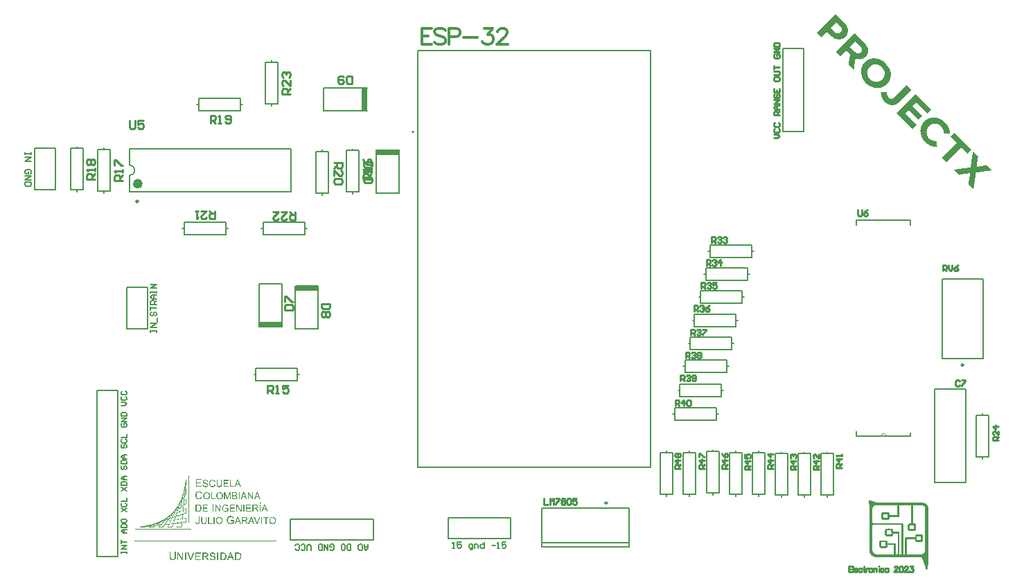
<source format=gbr>
%TF.GenerationSoftware,Altium Limited,Altium Designer,23.11.1 (41)*%
G04 Layer_Color=65535*
%FSLAX45Y45*%
%MOMM*%
%TF.SameCoordinates,10814A46-352E-42BD-85D8-3789AA2A08E8*%
%TF.FilePolarity,Positive*%
%TF.FileFunction,Legend,Top*%
%TF.Part,Single*%
G01*
G75*
%TA.AperFunction,NonConductor*%
%ADD25C,0.00000*%
%ADD26C,0.60000*%
%ADD27C,0.25000*%
%ADD28C,0.20000*%
%ADD29C,0.15240*%
%ADD30C,0.12700*%
%ADD31C,0.18000*%
%ADD32C,0.25400*%
%ADD33C,0.30000*%
%ADD34R,0.80000X2.79999*%
%ADD35R,2.79999X0.80000*%
G36*
X12611445Y-7362047D02*
X12609905Y-7363586D01*
X12622224Y-7375905D01*
X12620684Y-7377444D01*
X12626843Y-7383603D01*
X12625303Y-7385143D01*
X12631462Y-7391302D01*
X12629922Y-7392842D01*
X12634542Y-7397461D01*
X12633002Y-7399001D01*
X12637621Y-7403620D01*
X12636081Y-7405160D01*
X12639161Y-7408240D01*
X12637621Y-7409780D01*
X12640701Y-7412859D01*
X12639161Y-7414399D01*
X12642241Y-7417478D01*
X12640701Y-7419018D01*
X12643780Y-7422098D01*
X12642241Y-7423637D01*
X12643780Y-7425177D01*
X12642241Y-7426717D01*
X12645320Y-7429796D01*
X12643780Y-7431336D01*
X12645320Y-7432876D01*
X12643780Y-7434416D01*
X12646860Y-7437495D01*
X12645320Y-7439035D01*
X12646860Y-7440575D01*
X12645320Y-7442114D01*
X12646860Y-7443654D01*
X12645320Y-7445194D01*
X12646860Y-7446734D01*
X12645320Y-7448273D01*
X12646860Y-7449813D01*
X12645320Y-7451353D01*
X12646860Y-7452893D01*
X12645320Y-7454433D01*
X12646860Y-7455973D01*
X12645320Y-7457512D01*
X12646860Y-7459052D01*
X12645320Y-7460592D01*
X12646860Y-7462132D01*
X12645320Y-7463671D01*
X12643780Y-7465211D01*
X12645320Y-7466751D01*
X12643780Y-7468291D01*
X12645320Y-7469830D01*
X12643780Y-7471370D01*
X12642241Y-7472910D01*
X12643780Y-7474450D01*
X12642241Y-7475989D01*
X12640701Y-7477529D01*
X12642241Y-7479069D01*
X12640701Y-7480609D01*
X12639161Y-7482148D01*
X12640701Y-7483688D01*
X12639161Y-7485228D01*
X12637621Y-7486768D01*
X12639161Y-7488307D01*
X12637621Y-7489847D01*
X12636081Y-7491387D01*
X12637621Y-7492927D01*
X12636081Y-7494466D01*
X12634542Y-7496006D01*
X12633002Y-7497546D01*
X12631462Y-7499086D01*
X12633002Y-7500626D01*
X12631462Y-7502165D01*
X12629922Y-7503705D01*
X12628383Y-7505245D01*
X12626843Y-7506785D01*
X12628383Y-7508324D01*
X12626843Y-7509864D01*
X12625303Y-7511404D01*
X12623763Y-7512944D01*
X12622223Y-7514483D01*
X12620684Y-7516023D01*
X12619144Y-7517563D01*
X12617604Y-7519103D01*
X12616064Y-7520643D01*
X12614525Y-7522182D01*
X12612985Y-7523722D01*
X12611445Y-7525262D01*
X12609905Y-7526802D01*
X12608366Y-7528341D01*
X12606826Y-7529881D01*
X12605286Y-7531421D01*
X12603746Y-7532961D01*
X12602206Y-7534501D01*
X12600667Y-7536040D01*
X12599127Y-7537580D01*
X12597587Y-7539120D01*
X12596047Y-7537580D01*
X12594508Y-7539120D01*
X12592968Y-7540660D01*
X12591428Y-7542199D01*
X12589888Y-7543739D01*
X12588349Y-7542199D01*
X12586809Y-7543739D01*
X12585269Y-7545279D01*
X12583729Y-7546819D01*
X12582190Y-7548358D01*
X12580650Y-7546819D01*
X12579110Y-7548358D01*
X12577570Y-7549898D01*
X12576031Y-7548358D01*
X12574491Y-7549898D01*
X12572951Y-7551438D01*
X12571411Y-7549898D01*
X12569871Y-7551438D01*
X12568332Y-7552978D01*
X12566792Y-7551438D01*
X12565252Y-7552978D01*
X12563712Y-7554518D01*
X12562173Y-7552978D01*
X12560633Y-7554518D01*
X12559093Y-7556057D01*
X12557553Y-7554518D01*
X12556014Y-7556057D01*
X12554474Y-7554518D01*
X12552934Y-7556057D01*
X12551395Y-7554518D01*
X12549855Y-7556057D01*
X12548315Y-7557597D01*
X12546775Y-7556057D01*
X12545236Y-7557597D01*
X12543696Y-7556057D01*
X12542156Y-7557597D01*
X12540616Y-7556057D01*
X12539077Y-7557597D01*
X12537537Y-7556057D01*
X12535997Y-7557597D01*
X12532917Y-7554517D01*
X12531378Y-7556057D01*
X12529838Y-7554517D01*
X12528298Y-7556057D01*
X12526758Y-7554517D01*
X12525218Y-7556057D01*
X12523679Y-7554518D01*
X12522139Y-7556057D01*
X12519059Y-7552978D01*
X12517520Y-7554518D01*
X12515980Y-7552978D01*
X12514440Y-7554518D01*
X12511361Y-7551438D01*
X12509821Y-7552978D01*
X12506741Y-7549898D01*
X12505202Y-7551438D01*
X12502122Y-7548358D01*
X12500582Y-7549898D01*
X12497503Y-7546819D01*
X12495963Y-7548358D01*
X12492883Y-7545279D01*
X12491344Y-7546819D01*
X12488264Y-7543739D01*
X12486724Y-7545279D01*
X12480565Y-7539120D01*
X12479026Y-7540660D01*
X12474406Y-7536040D01*
X12472866Y-7537580D01*
X12466707Y-7531421D01*
X12465168Y-7532961D01*
X12457469Y-7525262D01*
X12455929Y-7526802D01*
X12442071Y-7512944D01*
X12440531Y-7514483D01*
X12388179Y-7462131D01*
X12386640Y-7463671D01*
X12385100Y-7465211D01*
X12383560Y-7466751D01*
X12382020Y-7468291D01*
X12380480Y-7469830D01*
X12378941Y-7471370D01*
X12377401Y-7472910D01*
X12375861Y-7474450D01*
X12374321Y-7475989D01*
X12372782Y-7477529D01*
X12371242Y-7479069D01*
X12369702Y-7480609D01*
X12368162Y-7482148D01*
X12366623Y-7483688D01*
X12365083Y-7485228D01*
X12363543Y-7486768D01*
X12362003Y-7488307D01*
X12360464Y-7489847D01*
X12358924Y-7491387D01*
X12357384Y-7492927D01*
X12355844Y-7494467D01*
X12354304Y-7496006D01*
X12352765Y-7497546D01*
X12351225Y-7499086D01*
X12349685Y-7500626D01*
X12348145Y-7502165D01*
X12346606Y-7503705D01*
X12345066Y-7505245D01*
X12343526Y-7506785D01*
X12341986Y-7508324D01*
X12340447Y-7509864D01*
X12338907Y-7511404D01*
X12337367Y-7512944D01*
X12335828Y-7514483D01*
X12334287Y-7516023D01*
X12332748Y-7517563D01*
X12331208Y-7519103D01*
X12329668Y-7520643D01*
X12328129Y-7522182D01*
X12326589Y-7523722D01*
X12325049Y-7525262D01*
X12323509Y-7526802D01*
X12321970Y-7528341D01*
X12320430Y-7529881D01*
X12318890Y-7528341D01*
X12317350Y-7529881D01*
X12263458Y-7475989D01*
X12264998Y-7474450D01*
X12266538Y-7472910D01*
X12268078Y-7471370D01*
X12269617Y-7469830D01*
X12271157Y-7468291D01*
X12272697Y-7466751D01*
X12274237Y-7465211D01*
X12275777Y-7463671D01*
X12277316Y-7462131D01*
X12278856Y-7460592D01*
X12280396Y-7459052D01*
X12281936Y-7457512D01*
X12283475Y-7455972D01*
X12285015Y-7454433D01*
X12286555Y-7452893D01*
X12288095Y-7451353D01*
X12289634Y-7449813D01*
X12291174Y-7448274D01*
X12292714Y-7446734D01*
X12294254Y-7445194D01*
X12295793Y-7443654D01*
X12297333Y-7442115D01*
X12298873Y-7440575D01*
X12300413Y-7439035D01*
X12301953Y-7437495D01*
X12303492Y-7435955D01*
X12305032Y-7434416D01*
X12306572Y-7432876D01*
X12308112Y-7431336D01*
X12309651Y-7429796D01*
X12311191Y-7428257D01*
X12312731Y-7426717D01*
X12314271Y-7425177D01*
X12315810Y-7423637D01*
X12317350Y-7422098D01*
X12318890Y-7420558D01*
X12320430Y-7419018D01*
X12321970Y-7417478D01*
X12323509Y-7415939D01*
X12325049Y-7414399D01*
X12326589Y-7412859D01*
X12328129Y-7411319D01*
X12329668Y-7409779D01*
X12331208Y-7408240D01*
X12332748Y-7406700D01*
X12334287Y-7405160D01*
X12335828Y-7403620D01*
X12337367Y-7402081D01*
X12338907Y-7400541D01*
X12340447Y-7399001D01*
X12341986Y-7397461D01*
X12343526Y-7395922D01*
X12345066Y-7394382D01*
X12346606Y-7392842D01*
X12348145Y-7391302D01*
X12349685Y-7389763D01*
X12351225Y-7388223D01*
X12352765Y-7386683D01*
X12354304Y-7385143D01*
X12355844Y-7383603D01*
X12357384Y-7382064D01*
X12358924Y-7380524D01*
X12360464Y-7378984D01*
X12362003Y-7377444D01*
X12363543Y-7375905D01*
X12365083Y-7374365D01*
X12366623Y-7372825D01*
X12368162Y-7371285D01*
X12369702Y-7369745D01*
X12371242Y-7368206D01*
X12372782Y-7366666D01*
X12374321Y-7365126D01*
X12375861Y-7363586D01*
X12377401Y-7362047D01*
X12378941Y-7360507D01*
X12380480Y-7358967D01*
X12382020Y-7357428D01*
X12383560Y-7355888D01*
X12385100Y-7354348D01*
X12386640Y-7352808D01*
X12388179Y-7351268D01*
X12389719Y-7349729D01*
X12391259Y-7348189D01*
X12392799Y-7346649D01*
X12394338Y-7345109D01*
X12395878Y-7343570D01*
X12397418Y-7342030D01*
X12398958Y-7340490D01*
X12400497Y-7338950D01*
X12402037Y-7337411D01*
X12403577Y-7335871D01*
X12405117Y-7334331D01*
X12406656Y-7332791D01*
X12408196Y-7331252D01*
X12409736Y-7329712D01*
X12411276Y-7328172D01*
X12412816Y-7326632D01*
X12414355Y-7325092D01*
X12415895Y-7323553D01*
X12417435Y-7322013D01*
X12418975Y-7320473D01*
X12420514Y-7318933D01*
X12422054Y-7317394D01*
X12423594Y-7315854D01*
X12425134Y-7314314D01*
X12426673Y-7312774D01*
X12428213Y-7311235D01*
X12429753Y-7309695D01*
X12431293Y-7308155D01*
X12432832Y-7306615D01*
X12434372Y-7305076D01*
X12435912Y-7303536D01*
X12437452Y-7301996D01*
X12438992Y-7300456D01*
X12440531Y-7298916D01*
X12442071Y-7297377D01*
X12443611Y-7295837D01*
X12445151Y-7294297D01*
X12446690Y-7292757D01*
X12448230Y-7291218D01*
X12449770Y-7289678D01*
X12451310Y-7288138D01*
X12452849Y-7286598D01*
X12454389Y-7285059D01*
X12455929Y-7283519D01*
X12457469Y-7281979D01*
X12459008Y-7280439D01*
X12460548Y-7278900D01*
X12462088Y-7277360D01*
X12463628Y-7275820D01*
X12465168Y-7274280D01*
X12466707Y-7272740D01*
X12468247Y-7271201D01*
X12469787Y-7269661D01*
X12471327Y-7268121D01*
X12472866Y-7266581D01*
X12474406Y-7265042D01*
X12475946Y-7263502D01*
X12477486Y-7261962D01*
X12479026Y-7260422D01*
X12480565Y-7258883D01*
X12482105Y-7257343D01*
X12483645Y-7255803D01*
X12485185Y-7254263D01*
X12486724Y-7252724D01*
X12488264Y-7251184D01*
X12489804Y-7249644D01*
X12491344Y-7248104D01*
X12492883Y-7246564D01*
X12494423Y-7245025D01*
X12611445Y-7362047D01*
D02*
G37*
G36*
X12859348Y-7609949D02*
X12857808Y-7611488D01*
X12870126Y-7623807D01*
X12868587Y-7625347D01*
X12876285Y-7633045D01*
X12874745Y-7634585D01*
X12880904Y-7640744D01*
X12879364Y-7642284D01*
X12883984Y-7646903D01*
X12882443Y-7648443D01*
X12885522Y-7651523D01*
X12883984Y-7653062D01*
X12888603Y-7657682D01*
X12887064Y-7659221D01*
X12890143Y-7662301D01*
X12888603Y-7663841D01*
X12891682Y-7666920D01*
X12890143Y-7668460D01*
X12893222Y-7671539D01*
X12891682Y-7673079D01*
X12893222Y-7674619D01*
X12891682Y-7676159D01*
X12894762Y-7679238D01*
X12893222Y-7680778D01*
X12894762Y-7682318D01*
X12893222Y-7683858D01*
X12894762Y-7685397D01*
X12893222Y-7686937D01*
X12894762Y-7688477D01*
X12893222Y-7690017D01*
X12894762Y-7691556D01*
X12893222Y-7693096D01*
X12894762Y-7694636D01*
X12893222Y-7696176D01*
X12894762Y-7697716D01*
X12893222Y-7699255D01*
X12894762Y-7700795D01*
X12893222Y-7702335D01*
X12894762Y-7703875D01*
X12893222Y-7705414D01*
X12894762Y-7706954D01*
X12893222Y-7708494D01*
X12894762Y-7710034D01*
X12893222Y-7711574D01*
X12891682Y-7713113D01*
X12893222Y-7714653D01*
X12891682Y-7716193D01*
X12893222Y-7717733D01*
X12891682Y-7719272D01*
X12890143Y-7720812D01*
X12891682Y-7722352D01*
X12890143Y-7723892D01*
X12888603Y-7725431D01*
X12890143Y-7726971D01*
X12888603Y-7728511D01*
X12887064Y-7730051D01*
X12888603Y-7731590D01*
X12887064Y-7733130D01*
X12885522Y-7734670D01*
X12883984Y-7736210D01*
X12885522Y-7737749D01*
X12883984Y-7739289D01*
X12882443Y-7740829D01*
X12880904Y-7742369D01*
X12882443Y-7743908D01*
X12880904Y-7745448D01*
X12879364Y-7746988D01*
X12877824Y-7748528D01*
X12876285Y-7750068D01*
X12874745Y-7751607D01*
X12876285Y-7753147D01*
X12874745Y-7754687D01*
X12873206Y-7756227D01*
X12871664Y-7757766D01*
X12870126Y-7759306D01*
X12868587Y-7760846D01*
X12867046Y-7762386D01*
X12865506Y-7763925D01*
X12863966Y-7765465D01*
X12862427Y-7767005D01*
X12860887Y-7768545D01*
X12859348Y-7770084D01*
X12857808Y-7771624D01*
X12856268Y-7773164D01*
X12854729Y-7774704D01*
X12853188Y-7776244D01*
X12851648Y-7777783D01*
X12850108Y-7779323D01*
X12848569Y-7777783D01*
X12847029Y-7779323D01*
X12845490Y-7780863D01*
X12843950Y-7782403D01*
X12842410Y-7783942D01*
X12840871Y-7785482D01*
X12839330Y-7783942D01*
X12837791Y-7785482D01*
X12836250Y-7787022D01*
X12834711Y-7788562D01*
X12833171Y-7790101D01*
X12831631Y-7788562D01*
X12830092Y-7790101D01*
X12828552Y-7791641D01*
X12827013Y-7790101D01*
X12825473Y-7791641D01*
X12823933Y-7793181D01*
X12822392Y-7791641D01*
X12820853Y-7793181D01*
X12819313Y-7794721D01*
X12817773Y-7793181D01*
X12816234Y-7794721D01*
X12814694Y-7796261D01*
X12813155Y-7794721D01*
X12811615Y-7796261D01*
X12810075Y-7797800D01*
X12808534Y-7796261D01*
X12806995Y-7797800D01*
X12805457Y-7796261D01*
X12803915Y-7797800D01*
X12802376Y-7796261D01*
X12800836Y-7797800D01*
X12799296Y-7796261D01*
X12797757Y-7797800D01*
X12796217Y-7799340D01*
X12794677Y-7797800D01*
X12793137Y-7799340D01*
X12791598Y-7797800D01*
X12790058Y-7799340D01*
X12788518Y-7797800D01*
X12786978Y-7799340D01*
X12783899Y-7796260D01*
X12782359Y-7797800D01*
X12780819Y-7796260D01*
X12779279Y-7797800D01*
X12777740Y-7796260D01*
X12776200Y-7797800D01*
X12773121Y-7794721D01*
X12771581Y-7796260D01*
X12770041Y-7794721D01*
X12768501Y-7796260D01*
X12765422Y-7793181D01*
X12763882Y-7794721D01*
X12762342Y-7793181D01*
X12760802Y-7794721D01*
X12757723Y-7791641D01*
X12756183Y-7793181D01*
X12753104Y-7790102D01*
X12751564Y-7791641D01*
X12746945Y-7787022D01*
X12745405Y-7788562D01*
X12742325Y-7785482D01*
X12740785Y-7787022D01*
X12737706Y-7783942D01*
X12736166Y-7785482D01*
X12737706Y-7787022D01*
X12736166Y-7788562D01*
X12737706Y-7790101D01*
X12736166Y-7791641D01*
X12737706Y-7793181D01*
X12736166Y-7794721D01*
X12734627Y-7796261D01*
X12736166Y-7797800D01*
X12734627Y-7799340D01*
X12736166Y-7800880D01*
X12734627Y-7802419D01*
X12736166Y-7803959D01*
X12734627Y-7805499D01*
X12733087Y-7807039D01*
X12734627Y-7808578D01*
X12733087Y-7810118D01*
X12734627Y-7811658D01*
X12733087Y-7813198D01*
X12734627Y-7814737D01*
X12733087Y-7816277D01*
X12731547Y-7817817D01*
X12733087Y-7819357D01*
X12731547Y-7820897D01*
X12733087Y-7822436D01*
X12731547Y-7823976D01*
X12733087Y-7825516D01*
X12731547Y-7827056D01*
X12730007Y-7828595D01*
X12731547Y-7830135D01*
X12730007Y-7831675D01*
X12731547Y-7833215D01*
X12730007Y-7834754D01*
X12731547Y-7836294D01*
X12730007Y-7837834D01*
X12728467Y-7839374D01*
X12730007Y-7840914D01*
X12728467Y-7842453D01*
X12730007Y-7843993D01*
X12728467Y-7845533D01*
X12730007Y-7847073D01*
X12728467Y-7848612D01*
X12726928Y-7850152D01*
X12728467Y-7851692D01*
X12726928Y-7853232D01*
X12728467Y-7854771D01*
X12726928Y-7856311D01*
X12728468Y-7857851D01*
X12726928Y-7859391D01*
X12725388Y-7860931D01*
X12726928Y-7862470D01*
X12725388Y-7864010D01*
X12726928Y-7865550D01*
X12725388Y-7867090D01*
X12726928Y-7868629D01*
X12725388Y-7870169D01*
X12723848Y-7871709D01*
X12725388Y-7873249D01*
X12723848Y-7874789D01*
X12725388Y-7876328D01*
X12723848Y-7877868D01*
X12725388Y-7879408D01*
X12723848Y-7880948D01*
X12722308Y-7882487D01*
X12723848Y-7884027D01*
X12722308Y-7885567D01*
X12723848Y-7887107D01*
X12722308Y-7888646D01*
X12723848Y-7890186D01*
X12722308Y-7891726D01*
X12720769Y-7893266D01*
X12722308Y-7894805D01*
X12720769Y-7896345D01*
X12722308Y-7897885D01*
X12720769Y-7899425D01*
X12722308Y-7900964D01*
X12720769Y-7902504D01*
X12719229Y-7904044D01*
X12720769Y-7905584D01*
X12719229Y-7907123D01*
X12720769Y-7908663D01*
X12719229Y-7910203D01*
X12720768Y-7911743D01*
X12719229Y-7913283D01*
X12717689Y-7914822D01*
X12719229Y-7916362D01*
X12717689Y-7917902D01*
X12719229Y-7919442D01*
X12717689Y-7920982D01*
X12719229Y-7922521D01*
X12717689Y-7924061D01*
X12716149Y-7925601D01*
X12714609Y-7927140D01*
X12651479Y-7864010D01*
X12653019Y-7862470D01*
X12651479Y-7860931D01*
X12653019Y-7859391D01*
X12651479Y-7857851D01*
X12653019Y-7856311D01*
X12654559Y-7854772D01*
X12653019Y-7853232D01*
X12654559Y-7851692D01*
X12653019Y-7850152D01*
X12654559Y-7848612D01*
X12656098Y-7847073D01*
X12654559Y-7845533D01*
X12656098Y-7843993D01*
X12654559Y-7842453D01*
X12656098Y-7840914D01*
X12654559Y-7839374D01*
X12656098Y-7837834D01*
X12657638Y-7836294D01*
X12656098Y-7834754D01*
X12657638Y-7833215D01*
X12656098Y-7831675D01*
X12657638Y-7830135D01*
X12656098Y-7828595D01*
X12657638Y-7827056D01*
X12659178Y-7825516D01*
X12657638Y-7823976D01*
X12659178Y-7822436D01*
X12657638Y-7820897D01*
X12659178Y-7819357D01*
X12657638Y-7817817D01*
X12659178Y-7816277D01*
X12660718Y-7814737D01*
X12659178Y-7813198D01*
X12660718Y-7811658D01*
X12659178Y-7810118D01*
X12660718Y-7808578D01*
X12659178Y-7807039D01*
X12660718Y-7805499D01*
X12662257Y-7803959D01*
X12660718Y-7802419D01*
X12662257Y-7800880D01*
X12660718Y-7799340D01*
X12662258Y-7797800D01*
X12663797Y-7796260D01*
X12662258Y-7794721D01*
X12663797Y-7793181D01*
X12662258Y-7791641D01*
X12663797Y-7790101D01*
X12662258Y-7788562D01*
X12663797Y-7787022D01*
X12665337Y-7785482D01*
X12663797Y-7783942D01*
X12665337Y-7782403D01*
X12663797Y-7780863D01*
X12665337Y-7779323D01*
X12663797Y-7777783D01*
X12665337Y-7776244D01*
X12666877Y-7774704D01*
X12665337Y-7773164D01*
X12666877Y-7771624D01*
X12665337Y-7770085D01*
X12666877Y-7768545D01*
X12665337Y-7767005D01*
X12666877Y-7765465D01*
X12668417Y-7763926D01*
X12666877Y-7762386D01*
X12668417Y-7760846D01*
X12666877Y-7759306D01*
X12668417Y-7757767D01*
X12669956Y-7756227D01*
X12668417Y-7754687D01*
X12669956Y-7753147D01*
X12668416Y-7751607D01*
X12669956Y-7750067D01*
X12668417Y-7748528D01*
X12669956Y-7746988D01*
X12671496Y-7745448D01*
X12669956Y-7743908D01*
X12671496Y-7742369D01*
X12669956Y-7740829D01*
X12671496Y-7739289D01*
X12669956Y-7737749D01*
X12671496Y-7736210D01*
X12626843Y-7691556D01*
X12625303Y-7693096D01*
X12623763Y-7694636D01*
X12622224Y-7696176D01*
X12620684Y-7697716D01*
X12619144Y-7699255D01*
X12617604Y-7700795D01*
X12616064Y-7702335D01*
X12614525Y-7703875D01*
X12612985Y-7705414D01*
X12611445Y-7706954D01*
X12609905Y-7708494D01*
X12608366Y-7710034D01*
X12606826Y-7711574D01*
X12605286Y-7713113D01*
X12603746Y-7714653D01*
X12602207Y-7716193D01*
X12600667Y-7717733D01*
X12599127Y-7719272D01*
X12597587Y-7720812D01*
X12596048Y-7722352D01*
X12594508Y-7723892D01*
X12592968Y-7725431D01*
X12591428Y-7726971D01*
X12589888Y-7728511D01*
X12588349Y-7730051D01*
X12586809Y-7731591D01*
X12585269Y-7733130D01*
X12583729Y-7734670D01*
X12582190Y-7736210D01*
X12580650Y-7737750D01*
X12579110Y-7739289D01*
X12577570Y-7740829D01*
X12576031Y-7742369D01*
X12574491Y-7743909D01*
X12572951Y-7745448D01*
X12571411Y-7746988D01*
X12569872Y-7748528D01*
X12568332Y-7750068D01*
X12566792Y-7751607D01*
X12565252Y-7753147D01*
X12563712Y-7754687D01*
X12562173Y-7756227D01*
X12560633Y-7757767D01*
X12559093Y-7759306D01*
X12557553Y-7760846D01*
X12556014Y-7762386D01*
X12554474Y-7763926D01*
X12552934Y-7765465D01*
X12499043Y-7711574D01*
X12500582Y-7710034D01*
X12499043Y-7708494D01*
X12500582Y-7706954D01*
X12502122Y-7705414D01*
X12503662Y-7703875D01*
X12505202Y-7702335D01*
X12506741Y-7700795D01*
X12508281Y-7699255D01*
X12509821Y-7697716D01*
X12511361Y-7696176D01*
X12512900Y-7694636D01*
X12514440Y-7693096D01*
X12515980Y-7691556D01*
X12517520Y-7690017D01*
X12519060Y-7688477D01*
X12520599Y-7686937D01*
X12522139Y-7685397D01*
X12523679Y-7683858D01*
X12525219Y-7682318D01*
X12526758Y-7680778D01*
X12528298Y-7679238D01*
X12529838Y-7677699D01*
X12531378Y-7676159D01*
X12532917Y-7674619D01*
X12534457Y-7673079D01*
X12535997Y-7671539D01*
X12537537Y-7670000D01*
X12539077Y-7668460D01*
X12540616Y-7666920D01*
X12542156Y-7665380D01*
X12543696Y-7663841D01*
X12545236Y-7662301D01*
X12546775Y-7660761D01*
X12548315Y-7659221D01*
X12549855Y-7657682D01*
X12551395Y-7656142D01*
X12552934Y-7654602D01*
X12554474Y-7653062D01*
X12556014Y-7651523D01*
X12557553Y-7649983D01*
X12559093Y-7648443D01*
X12560633Y-7646903D01*
X12562173Y-7645364D01*
X12563713Y-7643824D01*
X12565252Y-7642284D01*
X12566792Y-7640744D01*
X12568332Y-7639204D01*
X12569872Y-7637665D01*
X12571411Y-7636125D01*
X12572951Y-7634585D01*
X12574491Y-7633045D01*
X12576031Y-7631506D01*
X12577570Y-7629966D01*
X12579110Y-7628426D01*
X12580650Y-7626886D01*
X12582190Y-7625347D01*
X12583729Y-7623807D01*
X12585269Y-7622267D01*
X12586809Y-7620727D01*
X12588349Y-7619188D01*
X12589889Y-7617648D01*
X12591428Y-7616108D01*
X12592968Y-7614568D01*
X12594508Y-7613028D01*
X12596048Y-7611489D01*
X12597587Y-7609949D01*
X12599127Y-7608409D01*
X12600667Y-7606869D01*
X12602207Y-7605330D01*
X12603746Y-7603790D01*
X12605286Y-7602250D01*
X12606826Y-7600710D01*
X12608366Y-7599171D01*
X12609905Y-7597631D01*
X12611445Y-7596091D01*
X12612985Y-7594551D01*
X12614525Y-7593012D01*
X12616064Y-7591472D01*
X12617604Y-7589932D01*
X12619144Y-7588392D01*
X12620684Y-7586852D01*
X12622224Y-7585313D01*
X12623763Y-7583773D01*
X12625303Y-7582233D01*
X12626843Y-7580693D01*
X12628383Y-7579154D01*
X12629922Y-7577614D01*
X12631462Y-7576074D01*
X12633002Y-7574535D01*
X12634542Y-7572995D01*
X12636081Y-7571455D01*
X12637621Y-7569915D01*
X12639161Y-7568376D01*
X12640701Y-7566836D01*
X12642241Y-7565296D01*
X12643780Y-7563756D01*
X12645320Y-7562216D01*
X12646860Y-7560677D01*
X12648400Y-7559137D01*
X12649939Y-7557597D01*
X12651479Y-7556057D01*
X12653019Y-7554518D01*
X12654559Y-7552978D01*
X12656098Y-7551438D01*
X12657638Y-7549898D01*
X12659178Y-7548358D01*
X12660718Y-7546819D01*
X12662258Y-7545279D01*
X12663797Y-7543739D01*
X12665337Y-7542199D01*
X12666877Y-7540660D01*
X12668417Y-7539120D01*
X12669956Y-7537580D01*
X12671496Y-7536040D01*
X12673036Y-7534501D01*
X12674576Y-7532961D01*
X12676116Y-7531421D01*
X12677655Y-7529881D01*
X12679195Y-7528341D01*
X12680735Y-7526802D01*
X12682275Y-7525262D01*
X12683814Y-7523722D01*
X12685354Y-7522182D01*
X12686894Y-7520643D01*
X12688434Y-7519103D01*
X12689973Y-7517563D01*
X12691513Y-7516023D01*
X12693053Y-7514484D01*
X12694593Y-7512944D01*
X12696132Y-7511404D01*
X12697672Y-7509864D01*
X12699212Y-7508325D01*
X12700752Y-7506785D01*
X12702292Y-7505245D01*
X12703831Y-7503705D01*
X12705371Y-7502165D01*
X12706911Y-7500626D01*
X12708451Y-7499086D01*
X12709990Y-7497546D01*
X12711530Y-7496006D01*
X12713070Y-7494467D01*
X12714610Y-7492927D01*
X12716149Y-7491387D01*
X12717689Y-7489847D01*
X12719229Y-7488308D01*
X12720769Y-7486768D01*
X12722308Y-7485228D01*
X12723848Y-7483688D01*
X12725388Y-7482149D01*
X12726928Y-7480609D01*
X12728468Y-7479069D01*
X12859348Y-7609949D01*
D02*
G37*
G36*
X12964052Y-7788562D02*
X12965591Y-7787022D01*
X12967131Y-7788562D01*
X12968671Y-7787022D01*
X12970210Y-7788562D01*
X12971750Y-7787022D01*
X12974831Y-7790102D01*
X12976370Y-7788562D01*
X12977908Y-7790102D01*
X12979449Y-7788562D01*
X12980989Y-7790102D01*
X12982529Y-7788562D01*
X12984068Y-7790101D01*
X12985608Y-7788562D01*
X12987148Y-7790101D01*
X12988689Y-7788562D01*
X12991766Y-7791641D01*
X12993307Y-7790101D01*
X12994847Y-7791641D01*
X12996387Y-7790101D01*
X12997926Y-7791641D01*
X12999466Y-7790101D01*
X13002545Y-7793181D01*
X13004085Y-7791641D01*
X13005624Y-7793181D01*
X13007166Y-7791641D01*
X13010245Y-7794721D01*
X13011784Y-7793181D01*
X13014864Y-7796261D01*
X13016403Y-7794721D01*
X13019482Y-7797800D01*
X13021024Y-7796261D01*
X13022562Y-7797800D01*
X13024101Y-7796261D01*
X13028722Y-7800880D01*
X13030261Y-7799340D01*
X13033340Y-7802419D01*
X13034880Y-7800880D01*
X13037959Y-7803959D01*
X13039500Y-7802419D01*
X13044119Y-7807039D01*
X13045659Y-7805499D01*
X13050278Y-7810118D01*
X13051817Y-7808579D01*
X13056438Y-7813198D01*
X13057977Y-7811658D01*
X13062596Y-7816277D01*
X13064136Y-7814737D01*
X13071835Y-7822436D01*
X13073375Y-7820897D01*
X13082613Y-7830135D01*
X13084154Y-7828595D01*
X13099551Y-7843993D01*
X13101089Y-7842453D01*
X13114948Y-7856311D01*
X13113409Y-7857851D01*
X13130347Y-7874788D01*
X13128806Y-7876328D01*
X13138045Y-7885567D01*
X13136505Y-7887107D01*
X13142664Y-7893266D01*
X13141125Y-7894805D01*
X13147284Y-7900964D01*
X13145744Y-7902504D01*
X13150363Y-7907124D01*
X13148824Y-7908663D01*
X13153442Y-7913283D01*
X13151903Y-7914822D01*
X13154982Y-7917902D01*
X13153442Y-7919442D01*
X13158063Y-7924061D01*
X13156522Y-7925601D01*
X13159602Y-7928680D01*
X13158063Y-7930220D01*
X13161140Y-7933300D01*
X13159602Y-7934839D01*
X13162682Y-7937919D01*
X13161140Y-7939459D01*
X13164221Y-7942538D01*
X13162682Y-7944078D01*
X13164221Y-7945618D01*
X13162682Y-7947157D01*
X13165761Y-7950237D01*
X13164221Y-7951777D01*
X13165761Y-7953316D01*
X13164221Y-7954856D01*
X13167300Y-7957936D01*
X13165761Y-7959475D01*
X13167300Y-7961015D01*
X13165761Y-7962555D01*
X13168840Y-7965635D01*
X13167300Y-7967174D01*
X13168840Y-7968714D01*
X13167300Y-7970254D01*
X13168840Y-7971794D01*
X13167300Y-7973333D01*
X13168840Y-7974873D01*
X13167300Y-7976413D01*
X13170380Y-7979493D01*
X13168840Y-7981032D01*
X13170380Y-7982572D01*
X13168840Y-7984112D01*
X13170380Y-7985652D01*
X13168840Y-7987191D01*
X13170380Y-7988731D01*
X13168840Y-7990271D01*
X13170380Y-7991811D01*
X13168840Y-7993350D01*
X13170380Y-7994890D01*
X13168840Y-7996430D01*
X13170380Y-7997970D01*
X13168840Y-7999510D01*
X13170380Y-8001049D01*
X13168840Y-8002589D01*
X13167300Y-8004129D01*
X13168840Y-8005669D01*
X13167300Y-8007208D01*
X13168840Y-8008748D01*
X13167300Y-8010288D01*
X13168840Y-8011828D01*
X13167300Y-8013367D01*
X13168840Y-8014907D01*
X13167300Y-8016447D01*
X13165761Y-8017987D01*
X13167300Y-8019527D01*
X13165761Y-8021066D01*
X13167300Y-8022606D01*
X13165761Y-8024146D01*
X13164221Y-8025685D01*
X13165761Y-8027225D01*
X13164221Y-8028765D01*
X13162682Y-8030305D01*
X13164221Y-8031845D01*
X13162682Y-8033384D01*
X13164221Y-8034924D01*
X13162682Y-8036464D01*
X13161140Y-8038004D01*
X13162682Y-8039543D01*
X13161140Y-8041083D01*
X13159602Y-8042623D01*
X13161140Y-8044163D01*
X13159602Y-8045702D01*
X13158063Y-8047242D01*
X13159602Y-8048782D01*
X13158063Y-8050322D01*
X13156522Y-8051861D01*
X13154982Y-8053401D01*
X13156522Y-8054941D01*
X13154982Y-8056481D01*
X13153442Y-8058020D01*
X13154982Y-8059560D01*
X13153442Y-8061100D01*
X13151903Y-8062640D01*
X13150363Y-8064179D01*
X13148824Y-8065719D01*
X13150363Y-8067259D01*
X13148824Y-8068799D01*
X13147282Y-8070339D01*
X13145744Y-8071878D01*
X13147282Y-8073418D01*
X13145744Y-8074958D01*
X13144205Y-8076498D01*
X13142664Y-8078037D01*
X13141124Y-8079577D01*
X13139584Y-8081117D01*
X13141124Y-8082657D01*
X13139584Y-8084196D01*
X13138045Y-8085736D01*
X13136505Y-8087276D01*
X13134966Y-8088816D01*
X13133426Y-8090355D01*
X13131886Y-8091895D01*
X13130347Y-8093435D01*
X13128806Y-8094975D01*
X13127267Y-8096514D01*
X13125726Y-8098054D01*
X13127267Y-8099594D01*
X13125726Y-8101134D01*
X13124187Y-8102674D01*
X13122647Y-8104213D01*
X13121107Y-8105753D01*
X13119568Y-8107293D01*
X13118028Y-8105753D01*
X13116489Y-8107293D01*
X13114948Y-8108833D01*
X13113409Y-8110372D01*
X13111868Y-8111912D01*
X13110329Y-8113452D01*
X13108789Y-8114992D01*
X13107249Y-8116531D01*
X13105710Y-8118071D01*
X13104170Y-8119611D01*
X13102631Y-8121151D01*
X13101089Y-8119611D01*
X13099551Y-8121151D01*
X13098010Y-8122690D01*
X13096471Y-8124230D01*
X13094931Y-8125770D01*
X13093391Y-8127310D01*
X13091852Y-8125770D01*
X13090312Y-8127310D01*
X13088773Y-8128850D01*
X13087231Y-8130389D01*
X13085693Y-8128850D01*
X13084154Y-8130389D01*
X13082613Y-8131929D01*
X13081073Y-8133469D01*
X13079533Y-8135009D01*
X13077994Y-8133469D01*
X13076454Y-8135009D01*
X13074915Y-8136548D01*
X13073375Y-8135009D01*
X13071835Y-8136548D01*
X13070296Y-8138088D01*
X13068755Y-8139628D01*
X13067216Y-8138088D01*
X13065675Y-8139628D01*
X13064136Y-8141168D01*
X13062596Y-8139628D01*
X13061057Y-8141168D01*
X13059517Y-8142708D01*
X13057977Y-8141168D01*
X13056438Y-8142708D01*
X13054897Y-8144247D01*
X13053358Y-8142708D01*
X13051817Y-8144247D01*
X13050278Y-8145787D01*
X13048738Y-8144247D01*
X13047198Y-8145787D01*
X13045659Y-8144247D01*
X13044119Y-8145787D01*
X13042580Y-8147327D01*
X13041040Y-8145787D01*
X13039500Y-8147327D01*
X13037959Y-8145787D01*
X13036420Y-8147327D01*
X13034880Y-8148867D01*
X13033340Y-8147327D01*
X13031801Y-8148867D01*
X13030261Y-8147327D01*
X13028722Y-8148867D01*
X13027182Y-8147327D01*
X13025642Y-8148867D01*
X13024101Y-8147327D01*
X13022562Y-8148867D01*
X13021024Y-8150406D01*
X13019482Y-8148867D01*
X13017943Y-8150406D01*
X13016403Y-8148867D01*
X13014864Y-8150406D01*
X13013324Y-8148867D01*
X13011784Y-8150406D01*
X13010245Y-8148867D01*
X13008704Y-8150406D01*
X13007166Y-8148867D01*
X13005624Y-8150406D01*
X13004085Y-8148867D01*
X13002545Y-8150406D01*
X13001006Y-8148867D01*
X12999466Y-8150406D01*
X12996387Y-8147327D01*
X12994847Y-8148867D01*
X12993307Y-8147327D01*
X12991766Y-8148867D01*
X12990228Y-8147327D01*
X12988689Y-8148867D01*
X12987148Y-8147327D01*
X12985608Y-8148867D01*
X12984068Y-8147327D01*
X12982529Y-8148867D01*
X12979449Y-8145787D01*
X12977908Y-8147327D01*
X12976370Y-8145787D01*
X12974831Y-8147327D01*
X12971750Y-8144247D01*
X12970210Y-8145787D01*
X12968671Y-8144247D01*
X12967131Y-8145787D01*
X12964052Y-8142708D01*
X12962512Y-8144247D01*
X12959431Y-8141168D01*
X12957892Y-8142708D01*
X12954813Y-8139628D01*
X12953273Y-8141168D01*
X12950194Y-8138088D01*
X12948654Y-8139628D01*
X12945573Y-8136549D01*
X12944035Y-8138088D01*
X12940955Y-8135009D01*
X12939415Y-8136548D01*
X12934796Y-8131929D01*
X12933257Y-8133469D01*
X12930177Y-8130389D01*
X12928638Y-8131929D01*
X12924017Y-8127310D01*
X12922478Y-8128850D01*
X12916319Y-8122691D01*
X12914780Y-8124230D01*
X12910159Y-8119611D01*
X12908620Y-8121151D01*
X12900922Y-8113452D01*
X12899380Y-8114992D01*
X12888603Y-8104213D01*
X12887064Y-8105753D01*
X12851649Y-8070339D01*
X12853188Y-8068799D01*
X12842410Y-8058020D01*
X12843950Y-8056481D01*
X12836250Y-8048782D01*
X12837791Y-8047242D01*
X12831631Y-8041083D01*
X12833171Y-8039543D01*
X12827013Y-8033384D01*
X12828552Y-8031845D01*
X12823933Y-8027225D01*
X12825471Y-8025685D01*
X12822392Y-8022606D01*
X12823933Y-8021066D01*
X12819313Y-8016447D01*
X12820853Y-8014907D01*
X12817773Y-8011828D01*
X12819313Y-8010288D01*
X12816234Y-8007208D01*
X12817773Y-8005669D01*
X12814694Y-8002589D01*
X12816234Y-8001049D01*
X12813155Y-7997970D01*
X12814694Y-7996430D01*
X12811615Y-7993350D01*
X12813155Y-7991811D01*
X12811615Y-7990271D01*
X12813155Y-7988731D01*
X12810075Y-7985652D01*
X12811615Y-7984112D01*
X12808534Y-7981032D01*
X12810075Y-7979492D01*
X12808534Y-7977953D01*
X12810075Y-7976413D01*
X12808534Y-7974873D01*
X12810075Y-7973333D01*
X12808534Y-7971794D01*
X12810075Y-7970254D01*
X12806995Y-7967174D01*
X12808534Y-7965635D01*
X12806995Y-7964095D01*
X12808534Y-7962555D01*
X12806995Y-7961015D01*
X12808534Y-7959476D01*
X12806995Y-7957936D01*
X12808534Y-7956396D01*
X12806995Y-7954856D01*
X12808534Y-7953317D01*
X12806995Y-7951777D01*
X12808534Y-7950237D01*
X12805457Y-7947158D01*
X12806995Y-7945618D01*
X12808534Y-7944078D01*
X12806995Y-7942538D01*
X12808534Y-7940998D01*
X12806995Y-7939458D01*
X12808534Y-7937919D01*
X12806995Y-7936379D01*
X12808534Y-7934839D01*
X12806995Y-7933299D01*
X12808534Y-7931760D01*
X12806995Y-7930220D01*
X12808534Y-7928680D01*
X12806995Y-7927140D01*
X12808534Y-7925601D01*
X12810075Y-7924061D01*
X12808534Y-7922521D01*
X12810075Y-7920981D01*
X12808534Y-7919442D01*
X12810075Y-7917902D01*
X12808534Y-7916362D01*
X12810075Y-7914822D01*
X12811615Y-7913283D01*
X12810075Y-7911743D01*
X12811615Y-7910203D01*
X12813155Y-7908663D01*
X12811615Y-7907124D01*
X12813155Y-7905584D01*
X12811615Y-7904044D01*
X12813155Y-7902504D01*
X12814694Y-7900965D01*
X12813155Y-7899425D01*
X12814694Y-7897885D01*
X12816234Y-7896345D01*
X12814694Y-7894805D01*
X12816234Y-7893266D01*
X12817773Y-7891726D01*
X12816234Y-7890186D01*
X12817773Y-7888646D01*
X12819315Y-7887107D01*
X12820853Y-7885567D01*
X12819315Y-7884027D01*
X12820853Y-7882487D01*
X12822392Y-7880948D01*
X12820853Y-7879408D01*
X12822392Y-7877868D01*
X12823933Y-7876328D01*
X12825473Y-7874789D01*
X12823933Y-7873249D01*
X12825473Y-7871709D01*
X12827013Y-7870169D01*
X12828552Y-7868629D01*
X12830092Y-7867090D01*
X12828552Y-7865550D01*
X12830092Y-7864010D01*
X12831631Y-7862470D01*
X12833171Y-7860930D01*
X12834711Y-7859391D01*
X12833171Y-7857851D01*
X12834711Y-7856311D01*
X12836250Y-7854771D01*
X12837791Y-7853232D01*
X12839330Y-7851692D01*
X12840871Y-7850152D01*
X12842410Y-7848612D01*
X12843950Y-7847073D01*
X12845490Y-7845533D01*
X12843950Y-7843993D01*
X12845490Y-7842453D01*
X12847029Y-7840914D01*
X12848569Y-7839374D01*
X12850108Y-7837834D01*
X12851648Y-7836294D01*
X12853188Y-7834754D01*
X12854729Y-7833215D01*
X12856268Y-7831675D01*
X12857808Y-7830135D01*
X12859348Y-7828595D01*
X12860887Y-7827056D01*
X12862427Y-7825516D01*
X12863966Y-7827056D01*
X12865506Y-7825516D01*
X12867046Y-7823976D01*
X12868587Y-7822436D01*
X12870126Y-7820897D01*
X12871664Y-7819357D01*
X12873206Y-7817817D01*
X12874745Y-7816277D01*
X12876285Y-7814737D01*
X12877824Y-7816277D01*
X12879364Y-7814737D01*
X12880904Y-7813198D01*
X12882443Y-7811658D01*
X12883983Y-7810118D01*
X12885522Y-7811658D01*
X12887064Y-7810118D01*
X12888603Y-7808578D01*
X12890143Y-7807039D01*
X12891682Y-7805499D01*
X12893222Y-7807039D01*
X12894762Y-7805499D01*
X12896301Y-7803959D01*
X12897842Y-7802419D01*
X12899380Y-7803959D01*
X12900922Y-7802419D01*
X12902461Y-7800880D01*
X12904001Y-7802419D01*
X12905540Y-7800880D01*
X12907080Y-7799340D01*
X12908620Y-7797800D01*
X12910159Y-7799340D01*
X12911699Y-7797800D01*
X12913239Y-7796261D01*
X12914780Y-7797800D01*
X12916319Y-7796261D01*
X12917857Y-7794721D01*
X12919398Y-7796261D01*
X12920938Y-7794721D01*
X12922478Y-7793181D01*
X12924017Y-7794721D01*
X12925557Y-7793181D01*
X12927097Y-7794721D01*
X12928638Y-7793181D01*
X12930177Y-7791641D01*
X12931715Y-7793181D01*
X12933257Y-7791641D01*
X12934796Y-7793181D01*
X12936336Y-7791641D01*
X12937875Y-7790101D01*
X12939415Y-7791641D01*
X12940955Y-7790101D01*
X12942496Y-7791641D01*
X12944035Y-7790101D01*
X12945573Y-7788562D01*
X12947115Y-7790101D01*
X12948654Y-7788562D01*
X12950194Y-7790101D01*
X12951733Y-7788562D01*
X12953273Y-7790101D01*
X12954813Y-7788562D01*
X12956354Y-7790101D01*
X12957892Y-7788562D01*
X12959431Y-7790101D01*
X12960973Y-7788562D01*
X12962512Y-7787022D01*
X12964052Y-7788562D01*
D02*
G37*
G36*
X13421362Y-8171963D02*
X13419823Y-8173503D01*
X13418282Y-8175043D01*
X13416742Y-8176583D01*
X13415202Y-8178122D01*
X13413663Y-8179662D01*
X13412123Y-8181202D01*
X13410583Y-8182742D01*
X13409044Y-8184281D01*
X13407504Y-8185821D01*
X13405965Y-8187361D01*
X13404424Y-8188901D01*
X13402884Y-8190440D01*
X13401344Y-8191980D01*
X13399805Y-8193520D01*
X13398265Y-8195060D01*
X13396725Y-8196599D01*
X13395186Y-8198139D01*
X13393646Y-8199679D01*
X13392107Y-8201219D01*
X13390565Y-8202759D01*
X13389026Y-8204298D01*
X13387486Y-8205838D01*
X13385947Y-8207378D01*
X13384407Y-8208918D01*
X13382867Y-8210457D01*
X13381328Y-8211997D01*
X13379788Y-8213537D01*
X13378249Y-8215077D01*
X13376707Y-8216616D01*
X13375169Y-8218156D01*
X13373630Y-8219696D01*
X13372089Y-8221236D01*
X13370549Y-8222775D01*
X13369009Y-8224315D01*
X13367470Y-8225855D01*
X13365930Y-8227395D01*
X13364391Y-8228935D01*
X13362849Y-8230474D01*
X13361311Y-8232014D01*
X13359772Y-8233554D01*
X13358231Y-8235094D01*
X13356691Y-8236633D01*
X13355151Y-8238173D01*
X13353612Y-8239713D01*
X13352072Y-8241253D01*
X13350533Y-8242792D01*
X13348993Y-8244332D01*
X13347453Y-8245872D01*
X13345914Y-8247411D01*
X13344373Y-8248951D01*
X13342834Y-8250491D01*
X13341293Y-8252031D01*
X13339754Y-8253570D01*
X13338214Y-8255110D01*
X13336674Y-8256650D01*
X13335135Y-8258190D01*
X13333595Y-8259730D01*
X13332056Y-8261269D01*
X13330515Y-8262809D01*
X13328976Y-8264349D01*
X13327435Y-8265889D01*
X13325896Y-8267428D01*
X13324356Y-8268968D01*
X13322816Y-8270508D01*
X13321277Y-8272048D01*
X13319737Y-8273587D01*
X13318198Y-8275127D01*
X13316658Y-8276667D01*
X13315118Y-8278207D01*
X13313577Y-8279746D01*
X13312038Y-8281286D01*
X13310500Y-8282826D01*
X13308958Y-8284366D01*
X13307419Y-8285906D01*
X13305879Y-8287445D01*
X13304340Y-8288985D01*
X13302800Y-8290525D01*
X13301260Y-8292065D01*
X13299719Y-8293604D01*
X13298180Y-8295144D01*
X13296642Y-8296684D01*
X13295100Y-8298224D01*
X13293561Y-8299763D01*
X13292021Y-8301303D01*
X13290482Y-8302843D01*
X13288942Y-8304383D01*
X13287402Y-8305923D01*
X13285863Y-8307462D01*
X13284323Y-8309002D01*
X13282784Y-8310542D01*
X13281242Y-8312082D01*
X13279703Y-8313621D01*
X13278163Y-8315161D01*
X13276624Y-8316701D01*
X13275084Y-8318241D01*
X13273544Y-8319781D01*
X13272005Y-8321320D01*
X13270465Y-8322860D01*
X13268925Y-8324400D01*
X13267384Y-8325940D01*
X13265845Y-8327479D01*
X13264305Y-8329019D01*
X13262766Y-8330559D01*
X13261226Y-8332099D01*
X13259686Y-8330559D01*
X13258147Y-8332099D01*
X13256607Y-8333638D01*
X13255067Y-8335178D01*
X13253526Y-8336718D01*
X13251987Y-8338258D01*
X13250449Y-8339798D01*
X13248907Y-8341337D01*
X13247368Y-8339798D01*
X13245828Y-8341337D01*
X13244289Y-8342877D01*
X13242749Y-8344417D01*
X13241209Y-8345957D01*
X13239668Y-8347496D01*
X13238129Y-8345957D01*
X13236591Y-8347496D01*
X13235049Y-8349036D01*
X13233510Y-8350576D01*
X13231970Y-8349036D01*
X13230431Y-8350576D01*
X13228891Y-8352116D01*
X13227351Y-8353655D01*
X13225810Y-8352116D01*
X13224272Y-8353655D01*
X13222733Y-8355195D01*
X13221191Y-8353655D01*
X13219653Y-8355195D01*
X13218114Y-8356735D01*
X13216573Y-8355195D01*
X13215033Y-8356735D01*
X13213493Y-8358275D01*
X13211954Y-8356735D01*
X13210414Y-8358275D01*
X13208875Y-8356735D01*
X13207333Y-8358275D01*
X13205795Y-8359815D01*
X13204256Y-8358275D01*
X13202715Y-8359814D01*
X13201175Y-8358275D01*
X13199635Y-8359814D01*
X13198096Y-8358275D01*
X13196556Y-8359814D01*
X13195016Y-8361354D01*
X13193475Y-8359814D01*
X13191937Y-8361354D01*
X13190398Y-8359814D01*
X13188857Y-8361354D01*
X13187317Y-8359814D01*
X13185777Y-8361354D01*
X13182698Y-8358275D01*
X13181158Y-8359814D01*
X13179619Y-8358275D01*
X13178079Y-8359814D01*
X13176540Y-8358275D01*
X13174998Y-8359814D01*
X13173460Y-8358275D01*
X13171919Y-8359814D01*
X13168840Y-8356735D01*
X13167300Y-8358275D01*
X13165761Y-8356735D01*
X13164221Y-8358275D01*
X13159602Y-8353656D01*
X13158063Y-8355195D01*
X13156522Y-8353655D01*
X13154982Y-8355195D01*
X13150363Y-8350576D01*
X13148824Y-8352116D01*
X13145744Y-8349036D01*
X13144205Y-8350576D01*
X13139584Y-8345957D01*
X13138045Y-8347496D01*
X13131886Y-8341337D01*
X13130347Y-8342877D01*
X13122647Y-8335178D01*
X13121107Y-8336718D01*
X13108789Y-8324400D01*
X13107249Y-8325940D01*
X13088773Y-8307462D01*
X13090312Y-8305923D01*
X13076454Y-8292065D01*
X13077994Y-8290525D01*
X13070296Y-8282826D01*
X13071835Y-8281286D01*
X13067215Y-8276667D01*
X13068755Y-8275127D01*
X13064136Y-8270508D01*
X13065675Y-8268968D01*
X13061057Y-8264349D01*
X13062596Y-8262809D01*
X13057977Y-8258190D01*
X13059517Y-8256650D01*
X13056438Y-8253571D01*
X13057977Y-8252031D01*
X13054897Y-8248951D01*
X13056438Y-8247412D01*
X13054897Y-8245872D01*
X13056438Y-8244332D01*
X13053358Y-8241252D01*
X13054897Y-8239713D01*
X13051817Y-8236633D01*
X13053358Y-8235093D01*
X13051817Y-8233554D01*
X13053358Y-8232014D01*
X13051817Y-8230474D01*
X13053358Y-8228934D01*
X13050278Y-8225855D01*
X13051817Y-8224315D01*
X13050278Y-8222775D01*
X13051817Y-8221236D01*
X13048738Y-8218156D01*
X13050278Y-8216616D01*
X13048738Y-8215077D01*
X13050278Y-8213537D01*
X13048738Y-8211997D01*
X13050278Y-8210457D01*
X13048738Y-8208918D01*
X13050278Y-8207378D01*
X13048738Y-8205838D01*
X13050278Y-8204298D01*
X13048738Y-8202759D01*
X13050278Y-8201219D01*
X13048738Y-8199679D01*
X13050278Y-8198139D01*
X13051817Y-8199679D01*
X13053358Y-8198139D01*
X13054897Y-8199679D01*
X13056438Y-8198139D01*
X13057977Y-8199679D01*
X13059517Y-8198139D01*
X13061057Y-8199679D01*
X13062596Y-8198139D01*
X13064136Y-8199679D01*
X13065675Y-8198139D01*
X13067216Y-8199679D01*
X13068755Y-8198139D01*
X13070296Y-8199679D01*
X13071835Y-8198139D01*
X13073375Y-8199679D01*
X13074915Y-8198139D01*
X13076454Y-8199679D01*
X13077994Y-8198139D01*
X13079533Y-8199679D01*
X13081073Y-8198139D01*
X13082613Y-8199679D01*
X13084154Y-8198139D01*
X13085693Y-8199679D01*
X13087231Y-8198139D01*
X13088773Y-8199679D01*
X13090312Y-8198139D01*
X13091852Y-8199679D01*
X13093391Y-8198139D01*
X13094931Y-8199679D01*
X13096471Y-8198139D01*
X13098010Y-8199679D01*
X13099551Y-8198139D01*
X13101089Y-8199679D01*
X13102631Y-8198139D01*
X13104170Y-8199679D01*
X13105710Y-8198139D01*
X13107249Y-8199679D01*
X13108789Y-8198139D01*
X13110329Y-8199679D01*
X13111868Y-8198139D01*
X13113409Y-8196600D01*
X13116489Y-8199679D01*
X13118028Y-8198139D01*
X13121107Y-8201219D01*
X13119568Y-8202759D01*
X13121107Y-8204298D01*
X13119568Y-8205838D01*
X13121107Y-8207378D01*
X13119568Y-8208918D01*
X13121107Y-8210457D01*
X13119568Y-8211997D01*
X13122647Y-8215077D01*
X13121107Y-8216616D01*
X13122647Y-8218156D01*
X13121107Y-8219696D01*
X13122647Y-8221236D01*
X13121107Y-8222775D01*
X13124187Y-8225855D01*
X13122647Y-8227395D01*
X13124187Y-8228935D01*
X13122647Y-8230474D01*
X13125726Y-8233554D01*
X13124187Y-8235094D01*
X13127267Y-8238173D01*
X13125726Y-8239713D01*
X13128806Y-8242792D01*
X13127267Y-8244332D01*
X13130347Y-8247411D01*
X13128806Y-8248951D01*
X13134966Y-8255110D01*
X13133426Y-8256650D01*
X13153442Y-8276667D01*
X13154982Y-8275127D01*
X13159602Y-8279746D01*
X13161140Y-8278207D01*
X13165761Y-8282826D01*
X13167300Y-8281286D01*
X13168840Y-8282826D01*
X13170380Y-8281286D01*
X13173460Y-8284366D01*
X13174998Y-8282826D01*
X13176540Y-8284366D01*
X13178079Y-8282826D01*
X13179619Y-8281286D01*
X13181158Y-8282826D01*
X13182698Y-8281286D01*
X13184238Y-8282826D01*
X13185777Y-8281286D01*
X13187317Y-8282826D01*
X13188857Y-8281286D01*
X13190398Y-8279747D01*
X13191937Y-8278207D01*
X13193475Y-8279747D01*
X13195016Y-8278207D01*
X13196556Y-8276667D01*
X13198096Y-8278207D01*
X13199635Y-8276667D01*
X13201175Y-8275127D01*
X13202715Y-8273587D01*
X13204256Y-8272048D01*
X13205795Y-8270508D01*
X13207333Y-8268968D01*
X13208875Y-8270508D01*
X13210414Y-8268968D01*
X13211954Y-8267428D01*
X13213493Y-8265889D01*
X13215033Y-8264349D01*
X13216573Y-8262809D01*
X13218114Y-8261269D01*
X13219652Y-8259730D01*
X13221191Y-8258190D01*
X13222733Y-8256650D01*
X13224271Y-8255110D01*
X13225810Y-8253570D01*
X13227351Y-8252031D01*
X13228891Y-8250491D01*
X13230431Y-8248951D01*
X13231970Y-8247411D01*
X13233510Y-8245872D01*
X13235049Y-8244332D01*
X13236591Y-8242792D01*
X13238129Y-8241253D01*
X13239668Y-8239713D01*
X13241209Y-8238173D01*
X13242749Y-8236633D01*
X13244289Y-8235094D01*
X13245828Y-8233554D01*
X13247368Y-8232014D01*
X13248907Y-8230474D01*
X13250449Y-8228935D01*
X13251987Y-8227395D01*
X13253526Y-8225855D01*
X13255067Y-8224315D01*
X13256607Y-8222775D01*
X13258147Y-8221236D01*
X13259686Y-8219696D01*
X13261226Y-8218156D01*
X13262766Y-8216616D01*
X13264305Y-8215077D01*
X13265845Y-8213537D01*
X13267384Y-8211997D01*
X13268925Y-8210457D01*
X13270465Y-8208918D01*
X13272005Y-8207378D01*
X13273544Y-8205838D01*
X13275084Y-8204298D01*
X13276624Y-8202759D01*
X13278163Y-8201219D01*
X13279703Y-8199679D01*
X13281242Y-8198139D01*
X13282784Y-8196599D01*
X13284323Y-8195060D01*
X13285863Y-8193520D01*
X13287402Y-8191980D01*
X13288942Y-8190440D01*
X13290482Y-8188901D01*
X13292021Y-8187361D01*
X13293561Y-8185821D01*
X13295100Y-8184281D01*
X13296642Y-8182742D01*
X13298180Y-8181202D01*
X13299719Y-8179662D01*
X13301260Y-8178122D01*
X13302800Y-8176583D01*
X13304340Y-8175043D01*
X13305879Y-8173503D01*
X13307419Y-8171963D01*
X13308958Y-8170423D01*
X13310500Y-8168884D01*
X13312038Y-8167344D01*
X13313577Y-8165804D01*
X13315118Y-8164264D01*
X13316658Y-8162725D01*
X13318198Y-8161185D01*
X13319737Y-8159645D01*
X13321277Y-8158105D01*
X13322816Y-8156565D01*
X13324356Y-8155026D01*
X13325896Y-8153486D01*
X13327435Y-8151946D01*
X13328976Y-8150406D01*
X13330515Y-8148867D01*
X13332056Y-8147327D01*
X13333595Y-8145787D01*
X13335135Y-8144247D01*
X13336674Y-8142708D01*
X13338214Y-8141168D01*
X13339754Y-8139628D01*
X13341293Y-8138088D01*
X13342834Y-8136548D01*
X13344373Y-8135009D01*
X13345914Y-8133469D01*
X13347453Y-8131929D01*
X13348993Y-8130389D01*
X13350533Y-8128850D01*
X13352072Y-8127310D01*
X13353612Y-8125770D01*
X13355151Y-8124230D01*
X13356691Y-8122691D01*
X13358231Y-8121151D01*
X13359772Y-8119611D01*
X13361311Y-8118071D01*
X13362851Y-8116531D01*
X13364391Y-8114992D01*
X13421362Y-8171963D01*
D02*
G37*
G36*
X13664645Y-8415246D02*
X13663104Y-8416786D01*
X13661565Y-8418326D01*
X13660025Y-8419865D01*
X13658485Y-8421405D01*
X13656946Y-8422945D01*
X13655406Y-8424485D01*
X13653867Y-8426024D01*
X13652325Y-8427564D01*
X13650787Y-8429104D01*
X13649248Y-8430644D01*
X13647707Y-8432183D01*
X13646167Y-8433723D01*
X13644627Y-8435263D01*
X13643088Y-8436803D01*
X13641548Y-8438342D01*
X13640009Y-8439882D01*
X13638469Y-8441422D01*
X13636929Y-8442962D01*
X13635390Y-8444502D01*
X13633849Y-8446041D01*
X13632309Y-8447581D01*
X13630769Y-8449121D01*
X13629230Y-8450661D01*
X13627690Y-8452200D01*
X13626151Y-8453740D01*
X13624611Y-8455280D01*
X13623071Y-8456820D01*
X13621532Y-8458359D01*
X13619991Y-8459899D01*
X13484492Y-8324400D01*
X13482951Y-8325940D01*
X13481412Y-8327479D01*
X13479874Y-8329019D01*
X13478333Y-8330559D01*
X13476793Y-8332099D01*
X13475253Y-8333638D01*
X13473714Y-8335178D01*
X13472174Y-8336718D01*
X13470634Y-8338258D01*
X13469093Y-8339798D01*
X13467554Y-8341337D01*
X13466016Y-8342877D01*
X13464474Y-8344417D01*
X13462935Y-8345957D01*
X13461395Y-8347496D01*
X13459856Y-8349036D01*
X13458316Y-8350576D01*
X13456776Y-8352116D01*
X13455235Y-8353655D01*
X13453697Y-8355195D01*
X13452158Y-8356735D01*
X13450616Y-8358275D01*
X13449077Y-8359814D01*
X13447539Y-8361354D01*
X13445998Y-8362894D01*
X13444458Y-8364434D01*
X13442918Y-8365974D01*
X13441379Y-8367513D01*
X13439839Y-8369053D01*
X13438300Y-8370593D01*
X13436758Y-8372133D01*
X13555321Y-8490694D01*
X13553781Y-8492234D01*
X13552242Y-8493774D01*
X13550702Y-8495314D01*
X13549162Y-8496853D01*
X13547623Y-8498393D01*
X13546082Y-8499933D01*
X13544543Y-8501473D01*
X13543002Y-8503012D01*
X13541463Y-8504552D01*
X13539923Y-8506092D01*
X13538383Y-8507632D01*
X13536844Y-8509171D01*
X13535304Y-8510711D01*
X13533765Y-8512251D01*
X13532224Y-8513791D01*
X13530685Y-8515331D01*
X13529144Y-8516870D01*
X13527605Y-8518410D01*
X13526065Y-8519950D01*
X13524525Y-8521490D01*
X13522986Y-8523029D01*
X13521446Y-8524569D01*
X13519907Y-8526109D01*
X13518367Y-8527649D01*
X13516827Y-8529188D01*
X13515286Y-8530728D01*
X13513747Y-8532268D01*
X13512209Y-8533808D01*
X13510667Y-8535347D01*
X13392107Y-8416786D01*
X13390565Y-8418325D01*
X13389026Y-8419865D01*
X13387486Y-8421405D01*
X13385947Y-8422945D01*
X13384407Y-8424485D01*
X13382867Y-8426024D01*
X13381328Y-8427564D01*
X13379788Y-8429104D01*
X13378249Y-8430644D01*
X13376707Y-8432183D01*
X13375169Y-8433723D01*
X13373630Y-8435263D01*
X13372089Y-8436803D01*
X13370549Y-8438342D01*
X13369009Y-8439882D01*
X13367470Y-8441422D01*
X13365930Y-8442962D01*
X13364391Y-8444502D01*
X13362849Y-8446041D01*
X13361311Y-8447581D01*
X13359772Y-8449121D01*
X13358231Y-8450661D01*
X13356691Y-8452200D01*
X13355151Y-8453740D01*
X13353612Y-8455280D01*
X13352072Y-8456820D01*
X13350533Y-8458359D01*
X13348993Y-8459899D01*
X13347453Y-8461439D01*
X13345914Y-8462979D01*
X13344373Y-8464519D01*
X13481412Y-8601557D01*
X13479874Y-8603097D01*
X13478333Y-8604637D01*
X13476793Y-8606177D01*
X13475253Y-8607717D01*
X13473714Y-8609256D01*
X13472174Y-8610796D01*
X13470634Y-8612336D01*
X13469093Y-8613876D01*
X13467554Y-8615415D01*
X13466016Y-8616955D01*
X13464474Y-8618495D01*
X13462935Y-8620035D01*
X13461395Y-8621574D01*
X13459856Y-8623114D01*
X13458316Y-8624654D01*
X13456776Y-8626194D01*
X13455235Y-8627734D01*
X13453697Y-8629273D01*
X13452158Y-8630813D01*
X13450616Y-8632353D01*
X13449077Y-8633893D01*
X13447539Y-8635432D01*
X13445998Y-8636972D01*
X13444458Y-8638512D01*
X13442918Y-8640052D01*
X13441379Y-8641592D01*
X13439839Y-8643131D01*
X13438300Y-8644671D01*
X13436758Y-8646211D01*
X13435220Y-8647751D01*
X13242749Y-8455280D01*
X13244289Y-8453740D01*
X13245828Y-8452200D01*
X13247368Y-8450661D01*
X13248907Y-8449121D01*
X13250449Y-8447581D01*
X13251987Y-8446041D01*
X13253526Y-8444502D01*
X13255067Y-8442962D01*
X13256607Y-8441422D01*
X13258147Y-8439882D01*
X13259686Y-8438342D01*
X13261226Y-8436803D01*
X13262766Y-8435263D01*
X13264305Y-8433723D01*
X13265845Y-8432183D01*
X13267384Y-8430644D01*
X13268925Y-8429104D01*
X13270465Y-8427564D01*
X13272005Y-8426024D01*
X13273544Y-8424485D01*
X13275084Y-8422945D01*
X13276624Y-8421405D01*
X13278163Y-8419865D01*
X13279703Y-8418326D01*
X13281242Y-8416786D01*
X13282784Y-8415246D01*
X13284323Y-8413706D01*
X13285863Y-8412166D01*
X13287402Y-8410627D01*
X13288942Y-8409087D01*
X13290482Y-8407547D01*
X13292021Y-8406007D01*
X13293561Y-8404468D01*
X13295100Y-8402928D01*
X13296642Y-8401388D01*
X13298180Y-8399848D01*
X13299719Y-8398309D01*
X13301260Y-8396769D01*
X13302800Y-8395229D01*
X13304340Y-8393689D01*
X13305879Y-8392150D01*
X13307419Y-8390610D01*
X13308958Y-8389070D01*
X13310500Y-8387530D01*
X13312038Y-8385990D01*
X13313577Y-8384451D01*
X13315118Y-8382911D01*
X13316658Y-8381371D01*
X13318198Y-8379831D01*
X13319737Y-8378292D01*
X13321277Y-8376752D01*
X13322816Y-8375212D01*
X13324356Y-8373672D01*
X13325896Y-8372133D01*
X13327435Y-8370593D01*
X13328976Y-8369053D01*
X13330515Y-8367513D01*
X13332056Y-8365974D01*
X13333595Y-8364434D01*
X13335135Y-8362894D01*
X13336674Y-8361354D01*
X13338214Y-8359814D01*
X13339754Y-8358275D01*
X13341293Y-8356735D01*
X13342834Y-8355195D01*
X13344373Y-8353655D01*
X13345914Y-8352116D01*
X13347453Y-8350576D01*
X13348993Y-8349036D01*
X13350533Y-8347496D01*
X13352072Y-8345957D01*
X13353612Y-8344417D01*
X13355151Y-8342877D01*
X13356691Y-8341337D01*
X13358231Y-8339798D01*
X13359772Y-8338258D01*
X13361311Y-8336718D01*
X13362851Y-8335178D01*
X13364391Y-8333638D01*
X13365930Y-8332099D01*
X13367470Y-8330559D01*
X13369009Y-8329019D01*
X13370549Y-8327479D01*
X13372089Y-8325940D01*
X13373630Y-8324400D01*
X13375169Y-8322860D01*
X13376707Y-8321320D01*
X13378249Y-8319781D01*
X13379788Y-8318241D01*
X13381328Y-8316701D01*
X13382867Y-8315161D01*
X13384407Y-8313621D01*
X13385947Y-8312082D01*
X13387486Y-8310542D01*
X13389027Y-8309002D01*
X13390565Y-8307462D01*
X13392107Y-8305923D01*
X13393646Y-8304383D01*
X13395186Y-8302843D01*
X13396725Y-8301303D01*
X13398265Y-8299763D01*
X13399805Y-8298224D01*
X13401344Y-8296684D01*
X13402884Y-8295144D01*
X13404424Y-8293604D01*
X13405965Y-8292065D01*
X13407504Y-8290525D01*
X13409044Y-8288985D01*
X13410583Y-8287445D01*
X13412123Y-8285906D01*
X13413663Y-8284366D01*
X13415202Y-8282826D01*
X13416742Y-8281286D01*
X13418282Y-8279746D01*
X13419823Y-8278207D01*
X13421362Y-8276667D01*
X13422900Y-8275127D01*
X13424442Y-8273587D01*
X13425981Y-8272048D01*
X13427521Y-8270508D01*
X13429060Y-8268968D01*
X13430600Y-8267428D01*
X13432140Y-8265889D01*
X13433681Y-8264349D01*
X13435220Y-8262809D01*
X13436758Y-8261269D01*
X13438300Y-8259730D01*
X13439839Y-8258190D01*
X13441379Y-8256650D01*
X13442918Y-8255110D01*
X13444458Y-8253571D01*
X13445998Y-8252031D01*
X13447539Y-8250491D01*
X13449077Y-8248951D01*
X13450616Y-8247411D01*
X13452158Y-8245872D01*
X13453697Y-8244332D01*
X13455235Y-8242792D01*
X13456776Y-8241253D01*
X13458316Y-8239713D01*
X13459856Y-8238173D01*
X13461395Y-8236633D01*
X13462935Y-8235094D01*
X13464474Y-8233554D01*
X13466016Y-8232014D01*
X13467554Y-8230474D01*
X13469093Y-8228935D01*
X13470634Y-8227395D01*
X13472174Y-8225855D01*
X13473714Y-8224315D01*
X13664645Y-8415246D01*
D02*
G37*
G36*
X13710837Y-8513791D02*
X13712376Y-8512251D01*
X13715457Y-8515331D01*
X13716995Y-8513791D01*
X13718536Y-8515331D01*
X13720076Y-8513791D01*
X13721616Y-8515331D01*
X13723155Y-8513791D01*
X13726234Y-8516870D01*
X13727776Y-8515331D01*
X13729314Y-8516870D01*
X13730853Y-8515331D01*
X13733934Y-8518410D01*
X13735474Y-8516870D01*
X13738553Y-8519950D01*
X13740092Y-8518410D01*
X13741634Y-8519950D01*
X13743172Y-8518410D01*
X13746252Y-8521490D01*
X13747792Y-8519950D01*
X13750871Y-8523029D01*
X13752411Y-8521490D01*
X13755492Y-8524569D01*
X13757030Y-8523030D01*
X13761650Y-8527649D01*
X13763190Y-8526109D01*
X13766269Y-8529189D01*
X13767809Y-8527649D01*
X13772427Y-8532268D01*
X13773969Y-8530728D01*
X13778587Y-8535348D01*
X13780127Y-8533808D01*
X13786285Y-8539967D01*
X13787827Y-8538427D01*
X13793985Y-8544586D01*
X13795525Y-8543046D01*
X13804762Y-8552285D01*
X13806303Y-8550745D01*
X13821701Y-8566143D01*
X13823241Y-8564603D01*
X13838638Y-8580001D01*
X13837099Y-8581540D01*
X13855576Y-8600018D01*
X13854036Y-8601557D01*
X13863274Y-8610796D01*
X13861734Y-8612336D01*
X13867892Y-8618495D01*
X13866354Y-8620035D01*
X13872513Y-8626194D01*
X13870973Y-8627734D01*
X13875592Y-8632353D01*
X13874052Y-8633893D01*
X13878671Y-8638512D01*
X13877132Y-8640052D01*
X13881750Y-8644671D01*
X13880212Y-8646211D01*
X13883292Y-8649290D01*
X13881750Y-8650830D01*
X13884831Y-8653910D01*
X13883292Y-8655449D01*
X13886371Y-8658529D01*
X13884831Y-8660069D01*
X13887910Y-8663148D01*
X13886371Y-8664688D01*
X13889450Y-8667768D01*
X13887910Y-8669307D01*
X13889450Y-8670847D01*
X13887910Y-8672387D01*
X13890990Y-8675466D01*
X13889450Y-8677006D01*
X13890990Y-8678546D01*
X13889450Y-8680086D01*
X13892529Y-8683165D01*
X13890990Y-8684705D01*
X13892529Y-8686245D01*
X13890990Y-8687784D01*
X13892529Y-8689324D01*
X13890990Y-8690864D01*
X13894069Y-8693943D01*
X13892529Y-8695483D01*
X13894069Y-8697023D01*
X13892529Y-8698562D01*
X13894069Y-8700102D01*
X13892529Y-8701642D01*
X13894069Y-8703182D01*
X13892529Y-8704722D01*
X13894069Y-8706261D01*
X13892529Y-8707801D01*
X13890990Y-8706261D01*
X13889450Y-8707801D01*
X13887910Y-8706261D01*
X13886371Y-8707801D01*
X13884831Y-8706261D01*
X13883292Y-8707801D01*
X13881750Y-8709341D01*
X13880212Y-8707801D01*
X13878671Y-8709341D01*
X13877132Y-8707801D01*
X13875592Y-8709341D01*
X13874052Y-8707801D01*
X13872513Y-8709341D01*
X13870973Y-8707801D01*
X13869434Y-8709341D01*
X13867892Y-8707801D01*
X13866354Y-8709341D01*
X13864815Y-8707801D01*
X13863274Y-8709341D01*
X13861734Y-8707801D01*
X13860194Y-8709341D01*
X13858655Y-8707801D01*
X13857115Y-8709341D01*
X13855576Y-8707801D01*
X13854036Y-8709341D01*
X13852496Y-8707801D01*
X13850957Y-8709341D01*
X13849416Y-8707801D01*
X13847878Y-8709341D01*
X13846336Y-8707801D01*
X13844797Y-8709341D01*
X13843257Y-8707801D01*
X13841718Y-8709341D01*
X13840178Y-8707801D01*
X13838638Y-8709341D01*
X13837099Y-8707801D01*
X13835558Y-8709341D01*
X13834018Y-8707801D01*
X13832478Y-8709341D01*
X13830939Y-8707801D01*
X13829399Y-8709341D01*
X13827859Y-8707801D01*
X13826320Y-8709341D01*
X13824780Y-8707801D01*
X13823241Y-8709341D01*
X13820161Y-8706261D01*
X13821700Y-8704722D01*
X13820161Y-8703182D01*
X13821700Y-8701642D01*
X13818620Y-8698563D01*
X13820161Y-8697023D01*
X13818620Y-8695483D01*
X13820161Y-8693943D01*
X13818620Y-8692404D01*
X13820161Y-8690864D01*
X13817081Y-8687785D01*
X13818620Y-8686245D01*
X13817081Y-8684705D01*
X13818620Y-8683165D01*
X13815541Y-8680086D01*
X13817081Y-8678546D01*
X13814001Y-8675466D01*
X13815541Y-8673926D01*
X13812462Y-8670847D01*
X13814001Y-8669307D01*
X13810922Y-8666228D01*
X13812462Y-8664688D01*
X13809383Y-8661608D01*
X13810922Y-8660069D01*
X13807843Y-8656989D01*
X13809383Y-8655449D01*
X13804762Y-8650830D01*
X13806303Y-8649290D01*
X13800143Y-8643131D01*
X13801685Y-8641592D01*
X13795525Y-8635432D01*
X13797064Y-8633893D01*
X13769348Y-8606177D01*
X13767809Y-8607717D01*
X13760110Y-8600018D01*
X13758569Y-8601557D01*
X13753951Y-8596938D01*
X13752411Y-8598478D01*
X13747792Y-8593859D01*
X13746252Y-8595398D01*
X13743172Y-8592319D01*
X13741634Y-8593859D01*
X13738553Y-8590779D01*
X13737013Y-8592319D01*
X13733934Y-8589239D01*
X13732394Y-8590779D01*
X13730853Y-8589239D01*
X13729314Y-8590779D01*
X13726234Y-8587699D01*
X13724695Y-8589239D01*
X13723155Y-8587700D01*
X13721616Y-8589239D01*
X13720076Y-8587700D01*
X13718536Y-8589239D01*
X13715457Y-8586160D01*
X13713918Y-8587700D01*
X13712376Y-8586160D01*
X13710837Y-8587700D01*
X13709297Y-8586160D01*
X13707758Y-8587700D01*
X13706218Y-8586160D01*
X13704678Y-8587700D01*
X13703139Y-8586160D01*
X13701599Y-8587700D01*
X13700060Y-8589239D01*
X13698518Y-8587700D01*
X13696979Y-8589239D01*
X13695441Y-8587700D01*
X13693900Y-8589239D01*
X13692360Y-8587700D01*
X13690820Y-8589239D01*
X13689281Y-8590779D01*
X13687741Y-8589239D01*
X13686201Y-8590779D01*
X13684660Y-8589239D01*
X13683121Y-8590779D01*
X13681583Y-8592319D01*
X13680042Y-8590779D01*
X13678502Y-8592319D01*
X13676962Y-8593859D01*
X13675423Y-8592319D01*
X13673883Y-8593859D01*
X13672343Y-8595398D01*
X13670802Y-8593859D01*
X13669263Y-8595398D01*
X13667725Y-8596938D01*
X13666183Y-8598478D01*
X13664644Y-8596938D01*
X13663104Y-8598478D01*
X13661565Y-8600018D01*
X13660025Y-8601557D01*
X13658485Y-8600018D01*
X13656946Y-8601557D01*
X13655406Y-8603097D01*
X13653867Y-8604637D01*
X13652325Y-8606177D01*
X13650787Y-8607717D01*
X13649248Y-8606177D01*
X13647707Y-8607717D01*
X13646167Y-8609256D01*
X13644627Y-8610796D01*
X13643088Y-8612336D01*
X13641548Y-8613876D01*
X13640009Y-8615415D01*
X13638467Y-8616955D01*
X13636929Y-8618495D01*
X13635390Y-8620035D01*
X13633849Y-8621574D01*
X13632309Y-8623114D01*
X13630769Y-8624654D01*
X13629230Y-8626194D01*
X13627690Y-8627734D01*
X13626151Y-8629273D01*
X13627690Y-8630813D01*
X13626151Y-8632353D01*
X13624611Y-8633893D01*
X13623071Y-8635432D01*
X13621532Y-8636972D01*
X13619991Y-8638512D01*
X13621532Y-8640052D01*
X13619991Y-8641591D01*
X13618452Y-8643131D01*
X13616911Y-8644671D01*
X13618452Y-8646211D01*
X13616911Y-8647751D01*
X13615372Y-8649290D01*
X13613832Y-8650830D01*
X13615372Y-8652370D01*
X13613832Y-8653910D01*
X13612292Y-8655449D01*
X13613832Y-8656989D01*
X13612292Y-8658529D01*
X13610753Y-8660069D01*
X13612292Y-8661608D01*
X13610753Y-8663148D01*
X13609213Y-8664688D01*
X13610753Y-8666228D01*
X13609213Y-8667767D01*
X13607674Y-8669307D01*
X13609213Y-8670847D01*
X13607674Y-8672387D01*
X13609213Y-8673927D01*
X13607674Y-8675466D01*
X13606134Y-8677006D01*
X13607674Y-8678546D01*
X13606134Y-8680086D01*
X13607674Y-8681625D01*
X13606134Y-8683165D01*
X13607674Y-8684705D01*
X13606134Y-8686245D01*
X13607674Y-8687784D01*
X13606133Y-8689324D01*
X13607674Y-8690864D01*
X13606133Y-8692404D01*
X13607674Y-8693943D01*
X13606133Y-8695483D01*
X13607674Y-8697023D01*
X13606133Y-8698563D01*
X13607674Y-8700102D01*
X13606133Y-8701642D01*
X13607674Y-8703182D01*
X13606133Y-8704722D01*
X13609213Y-8707801D01*
X13607674Y-8709341D01*
X13609213Y-8710881D01*
X13607674Y-8712420D01*
X13610753Y-8715500D01*
X13609213Y-8717040D01*
X13612292Y-8720119D01*
X13610753Y-8721659D01*
X13613832Y-8724739D01*
X13612292Y-8726278D01*
X13615372Y-8729358D01*
X13613832Y-8730898D01*
X13618452Y-8735517D01*
X13616911Y-8737057D01*
X13623071Y-8743216D01*
X13621532Y-8744755D01*
X13630769Y-8753994D01*
X13629230Y-8755534D01*
X13647707Y-8774011D01*
X13649248Y-8772471D01*
X13660025Y-8783250D01*
X13661565Y-8781710D01*
X13667725Y-8787869D01*
X13669264Y-8786329D01*
X13673883Y-8790949D01*
X13675423Y-8789409D01*
X13678502Y-8792488D01*
X13680042Y-8790949D01*
X13683121Y-8794028D01*
X13684660Y-8792488D01*
X13687741Y-8795568D01*
X13689281Y-8794028D01*
X13692360Y-8797108D01*
X13693900Y-8795568D01*
X13696979Y-8798647D01*
X13698518Y-8797108D01*
X13700060Y-8798647D01*
X13701599Y-8797108D01*
X13704678Y-8800187D01*
X13706218Y-8798647D01*
X13707758Y-8800187D01*
X13709297Y-8798647D01*
X13712376Y-8801727D01*
X13713918Y-8800187D01*
X13715457Y-8801727D01*
X13716995Y-8800187D01*
X13720076Y-8803267D01*
X13721616Y-8801727D01*
X13723155Y-8803267D01*
X13724695Y-8801727D01*
X13726234Y-8803267D01*
X13727776Y-8801727D01*
X13732394Y-8806346D01*
X13730853Y-8807886D01*
X13732394Y-8809426D01*
X13730853Y-8810965D01*
X13732394Y-8812505D01*
X13730853Y-8814045D01*
X13732394Y-8815585D01*
X13730853Y-8817125D01*
X13732394Y-8818665D01*
X13730853Y-8820204D01*
X13732394Y-8821744D01*
X13730853Y-8823284D01*
X13732394Y-8824824D01*
X13730853Y-8826363D01*
X13732394Y-8827903D01*
X13730853Y-8829443D01*
X13733934Y-8832522D01*
X13732394Y-8834062D01*
X13733934Y-8835602D01*
X13732394Y-8837142D01*
X13733934Y-8838681D01*
X13732394Y-8840221D01*
X13733934Y-8841761D01*
X13732394Y-8843301D01*
X13733934Y-8844840D01*
X13732394Y-8846380D01*
X13733934Y-8847920D01*
X13732394Y-8849460D01*
X13733934Y-8850999D01*
X13732394Y-8852539D01*
X13733934Y-8854079D01*
X13732394Y-8855619D01*
X13733934Y-8857158D01*
X13732394Y-8858698D01*
X13733934Y-8860238D01*
X13732394Y-8861778D01*
X13735474Y-8864857D01*
X13733934Y-8866397D01*
X13735474Y-8867937D01*
X13733934Y-8869476D01*
X13732394Y-8871016D01*
X13730853Y-8869477D01*
X13729314Y-8871016D01*
X13727776Y-8869477D01*
X13726234Y-8871016D01*
X13724695Y-8869477D01*
X13723155Y-8871016D01*
X13721616Y-8869477D01*
X13720076Y-8871016D01*
X13718536Y-8869477D01*
X13716995Y-8871016D01*
X13715457Y-8869477D01*
X13713918Y-8871016D01*
X13712376Y-8869477D01*
X13710837Y-8871016D01*
X13707758Y-8867937D01*
X13706218Y-8869477D01*
X13704678Y-8867937D01*
X13703139Y-8869477D01*
X13701599Y-8867937D01*
X13700060Y-8869477D01*
X13696979Y-8866397D01*
X13695441Y-8867937D01*
X13693900Y-8866397D01*
X13692360Y-8867937D01*
X13689281Y-8864857D01*
X13687741Y-8866397D01*
X13686201Y-8864857D01*
X13684660Y-8866397D01*
X13681583Y-8863317D01*
X13680042Y-8864857D01*
X13676962Y-8861778D01*
X13675423Y-8863317D01*
X13673883Y-8861778D01*
X13672343Y-8863318D01*
X13669263Y-8860238D01*
X13667725Y-8861778D01*
X13663104Y-8857159D01*
X13661565Y-8858698D01*
X13658485Y-8855619D01*
X13656946Y-8857159D01*
X13653867Y-8854079D01*
X13652325Y-8855619D01*
X13647707Y-8851000D01*
X13646167Y-8852539D01*
X13640009Y-8846380D01*
X13638467Y-8847920D01*
X13633849Y-8843301D01*
X13632309Y-8844840D01*
X13624611Y-8837142D01*
X13623071Y-8838681D01*
X13610753Y-8826363D01*
X13609213Y-8827903D01*
X13572260Y-8790949D01*
X13573798Y-8789409D01*
X13563020Y-8778630D01*
X13564560Y-8777091D01*
X13558401Y-8770932D01*
X13559940Y-8769392D01*
X13553781Y-8763233D01*
X13555321Y-8761693D01*
X13549162Y-8755534D01*
X13550702Y-8753994D01*
X13547623Y-8750915D01*
X13549162Y-8749375D01*
X13544543Y-8744756D01*
X13546082Y-8743216D01*
X13543002Y-8740136D01*
X13544543Y-8738597D01*
X13541463Y-8735517D01*
X13543002Y-8733977D01*
X13539923Y-8730898D01*
X13541463Y-8729358D01*
X13538383Y-8726278D01*
X13539923Y-8724738D01*
X13536844Y-8721659D01*
X13538383Y-8720119D01*
X13535304Y-8717040D01*
X13536844Y-8715500D01*
X13533765Y-8712420D01*
X13535304Y-8710881D01*
X13533765Y-8709341D01*
X13535304Y-8707801D01*
X13532225Y-8704722D01*
X13533765Y-8703182D01*
X13532225Y-8701642D01*
X13533765Y-8700102D01*
X13532225Y-8698563D01*
X13533765Y-8697023D01*
X13532225Y-8695483D01*
X13533765Y-8693943D01*
X13530685Y-8690864D01*
X13532224Y-8689324D01*
X13530685Y-8687784D01*
X13532224Y-8686245D01*
X13530685Y-8684705D01*
X13532224Y-8683165D01*
X13530685Y-8681625D01*
X13532224Y-8680086D01*
X13530685Y-8678546D01*
X13532224Y-8677006D01*
X13530685Y-8675466D01*
X13532224Y-8673927D01*
X13530685Y-8672387D01*
X13532224Y-8670847D01*
X13530685Y-8669307D01*
X13532225Y-8667767D01*
X13530685Y-8666228D01*
X13532225Y-8664688D01*
X13530685Y-8663148D01*
X13532225Y-8661608D01*
X13530685Y-8660069D01*
X13532225Y-8658529D01*
X13530685Y-8656989D01*
X13532225Y-8655449D01*
X13533765Y-8653910D01*
X13532225Y-8652370D01*
X13533765Y-8650830D01*
X13532225Y-8649290D01*
X13533765Y-8647751D01*
X13532225Y-8646211D01*
X13533765Y-8644671D01*
X13535304Y-8643131D01*
X13533765Y-8641592D01*
X13535304Y-8640052D01*
X13533765Y-8638512D01*
X13535304Y-8636972D01*
X13536844Y-8635432D01*
X13535304Y-8633893D01*
X13536844Y-8632353D01*
X13538383Y-8630813D01*
X13536844Y-8629273D01*
X13538383Y-8627734D01*
X13539923Y-8626194D01*
X13538383Y-8624654D01*
X13539923Y-8623114D01*
X13541463Y-8621574D01*
X13539923Y-8620035D01*
X13541463Y-8618495D01*
X13543002Y-8616955D01*
X13541463Y-8615415D01*
X13543002Y-8613876D01*
X13544543Y-8612336D01*
X13543002Y-8610796D01*
X13544543Y-8609256D01*
X13546082Y-8607717D01*
X13547623Y-8606177D01*
X13546082Y-8604637D01*
X13547623Y-8603097D01*
X13549162Y-8601557D01*
X13550702Y-8600018D01*
X13549162Y-8598478D01*
X13550702Y-8596938D01*
X13552242Y-8595398D01*
X13553781Y-8593859D01*
X13552242Y-8592319D01*
X13553781Y-8590779D01*
X13555321Y-8589239D01*
X13556860Y-8587700D01*
X13558401Y-8586160D01*
X13559940Y-8584620D01*
X13558401Y-8583080D01*
X13559940Y-8581540D01*
X13561481Y-8580001D01*
X13563020Y-8578461D01*
X13564560Y-8576921D01*
X13566100Y-8575381D01*
X13567639Y-8573842D01*
X13569179Y-8572302D01*
X13567639Y-8570762D01*
X13569179Y-8569222D01*
X13570718Y-8567683D01*
X13572260Y-8566143D01*
X13573798Y-8564603D01*
X13575339Y-8563063D01*
X13576878Y-8561524D01*
X13578418Y-8559984D01*
X13579958Y-8558444D01*
X13581497Y-8556904D01*
X13583037Y-8555364D01*
X13584576Y-8553825D01*
X13586116Y-8552285D01*
X13587656Y-8550745D01*
X13589195Y-8549205D01*
X13590736Y-8550745D01*
X13592276Y-8549205D01*
X13593816Y-8547666D01*
X13595355Y-8546126D01*
X13596895Y-8544586D01*
X13598434Y-8543046D01*
X13599974Y-8541507D01*
X13601514Y-8539967D01*
X13603053Y-8541507D01*
X13604594Y-8539967D01*
X13606133Y-8538427D01*
X13607674Y-8536887D01*
X13609213Y-8535348D01*
X13610753Y-8533808D01*
X13612292Y-8535348D01*
X13613832Y-8533808D01*
X13615372Y-8532268D01*
X13616911Y-8530728D01*
X13618452Y-8532268D01*
X13619991Y-8530728D01*
X13621532Y-8529188D01*
X13623071Y-8527649D01*
X13624611Y-8529188D01*
X13626151Y-8527649D01*
X13627690Y-8526109D01*
X13629230Y-8524569D01*
X13630769Y-8526109D01*
X13632309Y-8524569D01*
X13633849Y-8523029D01*
X13635390Y-8524569D01*
X13636929Y-8523029D01*
X13638467Y-8521490D01*
X13640009Y-8519950D01*
X13641548Y-8521490D01*
X13643088Y-8519950D01*
X13644627Y-8521490D01*
X13646167Y-8519950D01*
X13647707Y-8518410D01*
X13649248Y-8519950D01*
X13650786Y-8518410D01*
X13652325Y-8516870D01*
X13653867Y-8518410D01*
X13655406Y-8516870D01*
X13656946Y-8515331D01*
X13658485Y-8516870D01*
X13660025Y-8515331D01*
X13661565Y-8516870D01*
X13663104Y-8515331D01*
X13664645Y-8513791D01*
X13666183Y-8515331D01*
X13667725Y-8513791D01*
X13669264Y-8515331D01*
X13670802Y-8513791D01*
X13672343Y-8515331D01*
X13673883Y-8513791D01*
X13675423Y-8512251D01*
X13676962Y-8513791D01*
X13678502Y-8512251D01*
X13680042Y-8513791D01*
X13681583Y-8512251D01*
X13683121Y-8513791D01*
X13684660Y-8512251D01*
X13686201Y-8513791D01*
X13687741Y-8512251D01*
X13689281Y-8513791D01*
X13690820Y-8512251D01*
X13692360Y-8513791D01*
X13693900Y-8512251D01*
X13695439Y-8513791D01*
X13696979Y-8512251D01*
X13698518Y-8513791D01*
X13700060Y-8512251D01*
X13701599Y-8513791D01*
X13703139Y-8512251D01*
X13704678Y-8513791D01*
X13706218Y-8512251D01*
X13707758Y-8513791D01*
X13709297Y-8512251D01*
X13710837Y-8513791D01*
D02*
G37*
G36*
X14154289Y-8904891D02*
X14152750Y-8906431D01*
X14151210Y-8907971D01*
X14149670Y-8909511D01*
X14148129Y-8911050D01*
X14146591Y-8912590D01*
X14145052Y-8914130D01*
X14143510Y-8915669D01*
X14141971Y-8917209D01*
X14140433Y-8918749D01*
X14138892Y-8920289D01*
X14137352Y-8921828D01*
X14135812Y-8923368D01*
X14134273Y-8924908D01*
X14132733Y-8926448D01*
X14131194Y-8927988D01*
X14129652Y-8929527D01*
X14128114Y-8931067D01*
X14126575Y-8932607D01*
X14125034Y-8934147D01*
X14123494Y-8935686D01*
X14121954Y-8937226D01*
X14120415Y-8938766D01*
X14118875Y-8940306D01*
X14117336Y-8941845D01*
X14115794Y-8943385D01*
X14114256Y-8944925D01*
X14112717Y-8946465D01*
X14111176Y-8948005D01*
X14109636Y-8949544D01*
X14108096Y-8951084D01*
X14032648Y-8875636D01*
X14031108Y-8877175D01*
X14029568Y-8875636D01*
X14028029Y-8877175D01*
X14026489Y-8878715D01*
X14024950Y-8880255D01*
X14023410Y-8881795D01*
X14021870Y-8883334D01*
X14020329Y-8884874D01*
X14018790Y-8886414D01*
X14017252Y-8887954D01*
X14015710Y-8889494D01*
X14014171Y-8891033D01*
X14012631Y-8892573D01*
X14011092Y-8894113D01*
X14009552Y-8895653D01*
X14008012Y-8897192D01*
X14006471Y-8898732D01*
X14004932Y-8900272D01*
X14003394Y-8901812D01*
X14001852Y-8903351D01*
X14000313Y-8904891D01*
X13998773Y-8906431D01*
X13997234Y-8907970D01*
X13995694Y-8909511D01*
X13994154Y-8911050D01*
X13992615Y-8912590D01*
X13991074Y-8914130D01*
X13989536Y-8915669D01*
X13987994Y-8917209D01*
X13986455Y-8918749D01*
X13984915Y-8920289D01*
X13983376Y-8921828D01*
X13981836Y-8923368D01*
X13980296Y-8924908D01*
X13978757Y-8926448D01*
X13977217Y-8927988D01*
X13975677Y-8929527D01*
X13974136Y-8931067D01*
X13972597Y-8932607D01*
X13971059Y-8934147D01*
X13969518Y-8935686D01*
X13967978Y-8937226D01*
X13966438Y-8938766D01*
X13964899Y-8940306D01*
X13963359Y-8941845D01*
X13961819Y-8943385D01*
X13960278Y-8944925D01*
X13958739Y-8946465D01*
X13957201Y-8948005D01*
X13955659Y-8949544D01*
X13954120Y-8951084D01*
X13952580Y-8952624D01*
X13951041Y-8954164D01*
X13949501Y-8955703D01*
X13947961Y-8957243D01*
X13946420Y-8958783D01*
X13944882Y-8960323D01*
X13943343Y-8961862D01*
X13941801Y-8963402D01*
X13940262Y-8964942D01*
X13938724Y-8966482D01*
X13937183Y-8968022D01*
X13935643Y-8969561D01*
X13934103Y-8971101D01*
X13932562Y-8972641D01*
X13931024Y-8974181D01*
X13929485Y-8975720D01*
X13927943Y-8977260D01*
X13926404Y-8978800D01*
X13924866Y-8980340D01*
X13923325Y-8981879D01*
X13921785Y-8983419D01*
X13920245Y-8984959D01*
X13918706Y-8986499D01*
X13917166Y-8988038D01*
X13915627Y-8989578D01*
X13914085Y-8991118D01*
X13912547Y-8992658D01*
X13911008Y-8994198D01*
X13909467Y-8995737D01*
X13907927Y-8997277D01*
X13906387Y-8998817D01*
X13904848Y-9000357D01*
X13903308Y-9001896D01*
X13901768Y-9003436D01*
X13900227Y-9004976D01*
X13898689Y-9006516D01*
X13897150Y-9008055D01*
X13895609Y-9009595D01*
X13894069Y-9011135D01*
X13892529Y-9012675D01*
X13890990Y-9014214D01*
X13889450Y-9015754D01*
X13887910Y-9017294D01*
X13886371Y-9018834D01*
X13884831Y-9020373D01*
X13883292Y-9021913D01*
X13881750Y-9023453D01*
X13880212Y-9024993D01*
X13878671Y-9026533D01*
X13877132Y-9028072D01*
X13875592Y-9029612D01*
X13874052Y-9031152D01*
X13872513Y-9032692D01*
X13870973Y-9034231D01*
X13869434Y-9035771D01*
X13867892Y-9037311D01*
X13866354Y-9038851D01*
X13864815Y-9040390D01*
X13863274Y-9041930D01*
X13861734Y-9043470D01*
X13860194Y-9045010D01*
X13858655Y-9046549D01*
X13857115Y-9048089D01*
X13855576Y-9049629D01*
X13854034Y-9051169D01*
X13852496Y-9052709D01*
X13850957Y-9054248D01*
X13849416Y-9055788D01*
X13847876Y-9057328D01*
X13846336Y-9058868D01*
X13792445Y-9004976D01*
X13793985Y-9003436D01*
X13792445Y-9001896D01*
X13793985Y-9000357D01*
X13795525Y-8998817D01*
X13797064Y-8997277D01*
X13798604Y-8995737D01*
X13800143Y-8994198D01*
X13801683Y-8992658D01*
X13803223Y-8991118D01*
X13804762Y-8989578D01*
X13806303Y-8988038D01*
X13807843Y-8986499D01*
X13809383Y-8984959D01*
X13810922Y-8983419D01*
X13812462Y-8981879D01*
X13814001Y-8980340D01*
X13815541Y-8978800D01*
X13817081Y-8977260D01*
X13818620Y-8975720D01*
X13820161Y-8974181D01*
X13821700Y-8972641D01*
X13823241Y-8971101D01*
X13824780Y-8969561D01*
X13826320Y-8968022D01*
X13827859Y-8966482D01*
X13829399Y-8964942D01*
X13830939Y-8963402D01*
X13832478Y-8961862D01*
X13834019Y-8960323D01*
X13835558Y-8958783D01*
X13837099Y-8957243D01*
X13838638Y-8955703D01*
X13840178Y-8954164D01*
X13841718Y-8952624D01*
X13843257Y-8951084D01*
X13844797Y-8949544D01*
X13846336Y-8948005D01*
X13847876Y-8946465D01*
X13849416Y-8944925D01*
X13850957Y-8943385D01*
X13852496Y-8941845D01*
X13854034Y-8940306D01*
X13855576Y-8938766D01*
X13857115Y-8937226D01*
X13858655Y-8935686D01*
X13860194Y-8934147D01*
X13861734Y-8932607D01*
X13863274Y-8931067D01*
X13864815Y-8929527D01*
X13866354Y-8927988D01*
X13867892Y-8926448D01*
X13869434Y-8924908D01*
X13870973Y-8923368D01*
X13872513Y-8921828D01*
X13874052Y-8920289D01*
X13875592Y-8918749D01*
X13877132Y-8917209D01*
X13878671Y-8915669D01*
X13880212Y-8914130D01*
X13881750Y-8912590D01*
X13883292Y-8911050D01*
X13884831Y-8909511D01*
X13886371Y-8907970D01*
X13887910Y-8906431D01*
X13889450Y-8904891D01*
X13890990Y-8903351D01*
X13892529Y-8901812D01*
X13894069Y-8900272D01*
X13895609Y-8898732D01*
X13897150Y-8897192D01*
X13898689Y-8895653D01*
X13900227Y-8894113D01*
X13901768Y-8892573D01*
X13903308Y-8891033D01*
X13904848Y-8889494D01*
X13906387Y-8887954D01*
X13907927Y-8886414D01*
X13909467Y-8884874D01*
X13911008Y-8883334D01*
X13912547Y-8881795D01*
X13914085Y-8880255D01*
X13915627Y-8878715D01*
X13917166Y-8877175D01*
X13918706Y-8875636D01*
X13920245Y-8874096D01*
X13921785Y-8872556D01*
X13923325Y-8871016D01*
X13924866Y-8869477D01*
X13926404Y-8867937D01*
X13927943Y-8866397D01*
X13929485Y-8864857D01*
X13931024Y-8863318D01*
X13932562Y-8861778D01*
X13934103Y-8860238D01*
X13935643Y-8858698D01*
X13937183Y-8857158D01*
X13938722Y-8855619D01*
X13940262Y-8854079D01*
X13941801Y-8852539D01*
X13943343Y-8850999D01*
X13944882Y-8849460D01*
X13946420Y-8847920D01*
X13947961Y-8846380D01*
X13949501Y-8844840D01*
X13951041Y-8843301D01*
X13952580Y-8841761D01*
X13954120Y-8840221D01*
X13955659Y-8838681D01*
X13957201Y-8837142D01*
X13958739Y-8835602D01*
X13960278Y-8834062D01*
X13961819Y-8832522D01*
X13963359Y-8830983D01*
X13964899Y-8829443D01*
X13966438Y-8827903D01*
X13967978Y-8826363D01*
X13969518Y-8824823D01*
X13971059Y-8823284D01*
X13972597Y-8821744D01*
X13974136Y-8820204D01*
X13975677Y-8818664D01*
X13900227Y-8743216D01*
X13901768Y-8741676D01*
X13903308Y-8740136D01*
X13904848Y-8738596D01*
X13906387Y-8737057D01*
X13907927Y-8735517D01*
X13909467Y-8733977D01*
X13911008Y-8732437D01*
X13912546Y-8730898D01*
X13914085Y-8729358D01*
X13915627Y-8727818D01*
X13917166Y-8726278D01*
X13918706Y-8724738D01*
X13920245Y-8723199D01*
X13921785Y-8721659D01*
X13923325Y-8720119D01*
X13924866Y-8718579D01*
X13926404Y-8717040D01*
X13927943Y-8715500D01*
X13929485Y-8713960D01*
X13931024Y-8712420D01*
X13932562Y-8710881D01*
X13934103Y-8709341D01*
X13935643Y-8707801D01*
X13937183Y-8706261D01*
X13938722Y-8704722D01*
X13940262Y-8703182D01*
X13941801Y-8701642D01*
X13943343Y-8700102D01*
X13944882Y-8698562D01*
X13946420Y-8697023D01*
X14154289Y-8904891D01*
D02*
G37*
G36*
X14237437Y-8988038D02*
X14235896Y-8989578D01*
X14237437Y-8991118D01*
X14235896Y-8992658D01*
X14237437Y-8994198D01*
X14235896Y-8995737D01*
X14234357Y-8997277D01*
X14235896Y-8998817D01*
X14234357Y-9000357D01*
X14235896Y-9001896D01*
X14234357Y-9003436D01*
X14232819Y-9004976D01*
X14234357Y-9006516D01*
X14232819Y-9008055D01*
X14234357Y-9009595D01*
X14232819Y-9011135D01*
X14234357Y-9012675D01*
X14232819Y-9014214D01*
X14231277Y-9015754D01*
X14232819Y-9017294D01*
X14231277Y-9018834D01*
X14232819Y-9020373D01*
X14231277Y-9021913D01*
X14229738Y-9023453D01*
X14231277Y-9024993D01*
X14229738Y-9026532D01*
X14231277Y-9028072D01*
X14229738Y-9029612D01*
X14231277Y-9031152D01*
X14229738Y-9032691D01*
X14228198Y-9034231D01*
X14229738Y-9035771D01*
X14228198Y-9037311D01*
X14229738Y-9038851D01*
X14228198Y-9040391D01*
X14226659Y-9041930D01*
X14228198Y-9043470D01*
X14226659Y-9045010D01*
X14228198Y-9046550D01*
X14226659Y-9048089D01*
X14228198Y-9049629D01*
X14226659Y-9051169D01*
X14225119Y-9052709D01*
X14226659Y-9054248D01*
X14225119Y-9055788D01*
X14226659Y-9057328D01*
X14225119Y-9058868D01*
X14223579Y-9060407D01*
X14225119Y-9061947D01*
X14223579Y-9063487D01*
X14225119Y-9065027D01*
X14223579Y-9066566D01*
X14222038Y-9068106D01*
X14223579Y-9069646D01*
X14222038Y-9071186D01*
X14223579Y-9072726D01*
X14222038Y-9074265D01*
X14223579Y-9075805D01*
X14222038Y-9077345D01*
X14220500Y-9078885D01*
X14222038Y-9080424D01*
X14220500Y-9081964D01*
X14222038Y-9083504D01*
X14220499Y-9085044D01*
X14218961Y-9086583D01*
X14220499Y-9088123D01*
X14218961Y-9089663D01*
X14220499Y-9091203D01*
X14218961Y-9092743D01*
X14220500Y-9094282D01*
X14218961Y-9095822D01*
X14217419Y-9097362D01*
X14218961Y-9098902D01*
X14217419Y-9100441D01*
X14218961Y-9101981D01*
X14217419Y-9103521D01*
X14215880Y-9105061D01*
X14217419Y-9106601D01*
X14215880Y-9108140D01*
X14217419Y-9109680D01*
X14215880Y-9111220D01*
X14217419Y-9112760D01*
X14215880Y-9114299D01*
X14218961Y-9117379D01*
X14220500Y-9115839D01*
X14222038Y-9114299D01*
X14223579Y-9115839D01*
X14225119Y-9114299D01*
X14226659Y-9115839D01*
X14228198Y-9114299D01*
X14229738Y-9112760D01*
X14231277Y-9114299D01*
X14232819Y-9112760D01*
X14234357Y-9114299D01*
X14235896Y-9112760D01*
X14237437Y-9114299D01*
X14238977Y-9112760D01*
X14240517Y-9111220D01*
X14242056Y-9112760D01*
X14243596Y-9111220D01*
X14245135Y-9112760D01*
X14246675Y-9111220D01*
X14248215Y-9109680D01*
X14249754Y-9111220D01*
X14251295Y-9109680D01*
X14252835Y-9111220D01*
X14254375Y-9109680D01*
X14255914Y-9111220D01*
X14257454Y-9109680D01*
X14258994Y-9108140D01*
X14260533Y-9109680D01*
X14262073Y-9108140D01*
X14263612Y-9109680D01*
X14265154Y-9108140D01*
X14266693Y-9106601D01*
X14268233Y-9108140D01*
X14269772Y-9106601D01*
X14271312Y-9108140D01*
X14272852Y-9106601D01*
X14274391Y-9108140D01*
X14275931Y-9106601D01*
X14277470Y-9105061D01*
X14279012Y-9106601D01*
X14280550Y-9105061D01*
X14282091Y-9106601D01*
X14283630Y-9105061D01*
X14285170Y-9103521D01*
X14286710Y-9105061D01*
X14288249Y-9103521D01*
X14289789Y-9105061D01*
X14291328Y-9103521D01*
X14292868Y-9105061D01*
X14294408Y-9103521D01*
X14295947Y-9101981D01*
X14297488Y-9103521D01*
X14299028Y-9101981D01*
X14300568Y-9103521D01*
X14302107Y-9101981D01*
X14303647Y-9100441D01*
X14305186Y-9101981D01*
X14306726Y-9100441D01*
X14308266Y-9101981D01*
X14309805Y-9100441D01*
X14311346Y-9101981D01*
X14312885Y-9100441D01*
X14314426Y-9098902D01*
X14315965Y-9100441D01*
X14317505Y-9098902D01*
X14319044Y-9100441D01*
X14320584Y-9098902D01*
X14322124Y-9097362D01*
X14323663Y-9098902D01*
X14325204Y-9097362D01*
X14326743Y-9098902D01*
X14328284Y-9097362D01*
X14329823Y-9098902D01*
X14331361Y-9097362D01*
X14332903Y-9095822D01*
X14334442Y-9097362D01*
X14335982Y-9095822D01*
X14337521Y-9097362D01*
X14339061Y-9095822D01*
X14340601Y-9094282D01*
X14342142Y-9095822D01*
X14343681Y-9094282D01*
X14405270Y-9155873D01*
X14403732Y-9157412D01*
X14402193Y-9158952D01*
X14400652Y-9157413D01*
X14399112Y-9158952D01*
X14397572Y-9157413D01*
X14396033Y-9158952D01*
X14394493Y-9157413D01*
X14392953Y-9158952D01*
X14391412Y-9160492D01*
X14389874Y-9158952D01*
X14388335Y-9160492D01*
X14386794Y-9158952D01*
X14385254Y-9160492D01*
X14383714Y-9158952D01*
X14382175Y-9160492D01*
X14380635Y-9162032D01*
X14379095Y-9160492D01*
X14377556Y-9162032D01*
X14376016Y-9160492D01*
X14374477Y-9162032D01*
X14372935Y-9160492D01*
X14371396Y-9162032D01*
X14369856Y-9163572D01*
X14368317Y-9162032D01*
X14366777Y-9163571D01*
X14365237Y-9162032D01*
X14363698Y-9163571D01*
X14362158Y-9162032D01*
X14360619Y-9163571D01*
X14359077Y-9165111D01*
X14357539Y-9163571D01*
X14356000Y-9165111D01*
X14354459Y-9163572D01*
X14352919Y-9165111D01*
X14351379Y-9163572D01*
X14349840Y-9165111D01*
X14348300Y-9166651D01*
X14346761Y-9165111D01*
X14345219Y-9166651D01*
X14343681Y-9165111D01*
X14342142Y-9166651D01*
X14340601Y-9165111D01*
X14339061Y-9166651D01*
X14337521Y-9168191D01*
X14335982Y-9166651D01*
X14334442Y-9168191D01*
X14332903Y-9166651D01*
X14331361Y-9168191D01*
X14329823Y-9166651D01*
X14328284Y-9168191D01*
X14326743Y-9169731D01*
X14325204Y-9168191D01*
X14323663Y-9169731D01*
X14322124Y-9168191D01*
X14320584Y-9169731D01*
X14319044Y-9168191D01*
X14317505Y-9169731D01*
X14315965Y-9171270D01*
X14314426Y-9169731D01*
X14312886Y-9171270D01*
X14311346Y-9169731D01*
X14309805Y-9171270D01*
X14308266Y-9169730D01*
X14306726Y-9171270D01*
X14305186Y-9172810D01*
X14303647Y-9171270D01*
X14302107Y-9172810D01*
X14300568Y-9171270D01*
X14299026Y-9172810D01*
X14297488Y-9171270D01*
X14295947Y-9172810D01*
X14294408Y-9174350D01*
X14292868Y-9172810D01*
X14291328Y-9174350D01*
X14289789Y-9172810D01*
X14288249Y-9174350D01*
X14286710Y-9172810D01*
X14285170Y-9174350D01*
X14283630Y-9175890D01*
X14282091Y-9174350D01*
X14280550Y-9175890D01*
X14279012Y-9174350D01*
X14277470Y-9175890D01*
X14275931Y-9174350D01*
X14274391Y-9175890D01*
X14272852Y-9177429D01*
X14271312Y-9175890D01*
X14269772Y-9177429D01*
X14268233Y-9175890D01*
X14266693Y-9177429D01*
X14265154Y-9175890D01*
X14263612Y-9177429D01*
X14262073Y-9178969D01*
X14260533Y-9177430D01*
X14258994Y-9178969D01*
X14257454Y-9177429D01*
X14255914Y-9178969D01*
X14254375Y-9177430D01*
X14252835Y-9178969D01*
X14251295Y-9180509D01*
X14249754Y-9178969D01*
X14248215Y-9180509D01*
X14246677Y-9178969D01*
X14245135Y-9180509D01*
X14243596Y-9178969D01*
X14242056Y-9180509D01*
X14240517Y-9182049D01*
X14238977Y-9180509D01*
X14237437Y-9182049D01*
X14235896Y-9180509D01*
X14234357Y-9182049D01*
X14232819Y-9180509D01*
X14231277Y-9182049D01*
X14229738Y-9183588D01*
X14228198Y-9182049D01*
X14226659Y-9183588D01*
X14225119Y-9182049D01*
X14223579Y-9183588D01*
X14222038Y-9182049D01*
X14220500Y-9183588D01*
X14218961Y-9185128D01*
X14217419Y-9183588D01*
X14215880Y-9185128D01*
X14214342Y-9183588D01*
X14212801Y-9185128D01*
X14211261Y-9183588D01*
X14209721Y-9185128D01*
X14208182Y-9186668D01*
X14209721Y-9188208D01*
X14208182Y-9189748D01*
X14209721Y-9191287D01*
X14208182Y-9192827D01*
X14209721Y-9194367D01*
X14208182Y-9195907D01*
X14206642Y-9197446D01*
X14208182Y-9198986D01*
X14206642Y-9200526D01*
X14208182Y-9202066D01*
X14206642Y-9203605D01*
X14208182Y-9205145D01*
X14206642Y-9206685D01*
X14205103Y-9208225D01*
X14206642Y-9209764D01*
X14205103Y-9211304D01*
X14206642Y-9212844D01*
X14205103Y-9214384D01*
X14206642Y-9215924D01*
X14205103Y-9217463D01*
X14203561Y-9219003D01*
X14205103Y-9220543D01*
X14203561Y-9222083D01*
X14205103Y-9223622D01*
X14203561Y-9225162D01*
X14205103Y-9226702D01*
X14203561Y-9228242D01*
X14202022Y-9229781D01*
X14203561Y-9231321D01*
X14202022Y-9232861D01*
X14203561Y-9234401D01*
X14202022Y-9235941D01*
X14203561Y-9237480D01*
X14202022Y-9239020D01*
X14200484Y-9240560D01*
X14202022Y-9242100D01*
X14200484Y-9243639D01*
X14202022Y-9245179D01*
X14200484Y-9246719D01*
X14202022Y-9248259D01*
X14200484Y-9249799D01*
X14198943Y-9251338D01*
X14200484Y-9252878D01*
X14198943Y-9254418D01*
X14200484Y-9255958D01*
X14198943Y-9257497D01*
X14200484Y-9259037D01*
X14198943Y-9260577D01*
X14197403Y-9262117D01*
X14198943Y-9263656D01*
X14197403Y-9265196D01*
X14198943Y-9266736D01*
X14197403Y-9268276D01*
X14198943Y-9269815D01*
X14197403Y-9271355D01*
X14195863Y-9272895D01*
X14197403Y-9274435D01*
X14195863Y-9275974D01*
X14197403Y-9277514D01*
X14195863Y-9279054D01*
X14197403Y-9280594D01*
X14195863Y-9282134D01*
X14194324Y-9283673D01*
X14195863Y-9285213D01*
X14194324Y-9286753D01*
X14195863Y-9288293D01*
X14194324Y-9289833D01*
X14195863Y-9291372D01*
X14194324Y-9292912D01*
X14192784Y-9294452D01*
X14194324Y-9295992D01*
X14192784Y-9297531D01*
X14194324Y-9299071D01*
X14192784Y-9300611D01*
X14194324Y-9302151D01*
X14192784Y-9303690D01*
X14191245Y-9305230D01*
X14192784Y-9306770D01*
X14191245Y-9308310D01*
X14192784Y-9309849D01*
X14191245Y-9311389D01*
X14192784Y-9312929D01*
X14191245Y-9314469D01*
X14189703Y-9316008D01*
X14191245Y-9317548D01*
X14189703Y-9319088D01*
X14191245Y-9320628D01*
X14189703Y-9322167D01*
X14191245Y-9323707D01*
X14189703Y-9325247D01*
X14188164Y-9326787D01*
X14189703Y-9328327D01*
X14188164Y-9329866D01*
X14189703Y-9331406D01*
X14188164Y-9332946D01*
X14189703Y-9334486D01*
X14188164Y-9336025D01*
X14186626Y-9337565D01*
X14188164Y-9339105D01*
X14186626Y-9340645D01*
X14188164Y-9342184D01*
X14186626Y-9343724D01*
X14188164Y-9345264D01*
X14186626Y-9346804D01*
X14185085Y-9348344D01*
X14186626Y-9349883D01*
X14185085Y-9351423D01*
X14186626Y-9352963D01*
X14185085Y-9354502D01*
X14183545Y-9356042D01*
X14185085Y-9357582D01*
X14183545Y-9359122D01*
X14185085Y-9360661D01*
X14183545Y-9362201D01*
X14185085Y-9363741D01*
X14183545Y-9365281D01*
X14182005Y-9366820D01*
X14183545Y-9368360D01*
X14182005Y-9369900D01*
X14183545Y-9371440D01*
X14182005Y-9372980D01*
X14183545Y-9374519D01*
X14182005Y-9376059D01*
X14180466Y-9377599D01*
X14182005Y-9379139D01*
X14180466Y-9380678D01*
X14182005Y-9382218D01*
X14180466Y-9383758D01*
X14182005Y-9385298D01*
X14180466Y-9386837D01*
X14178926Y-9388377D01*
X14115794Y-9325247D01*
X14117336Y-9323707D01*
X14115794Y-9322168D01*
X14117336Y-9320628D01*
X14118875Y-9319088D01*
X14117336Y-9317548D01*
X14118875Y-9316009D01*
X14117336Y-9314469D01*
X14118875Y-9312929D01*
X14117336Y-9311389D01*
X14118875Y-9309850D01*
X14120415Y-9308310D01*
X14118875Y-9306770D01*
X14120415Y-9305230D01*
X14118875Y-9303690D01*
X14120415Y-9302150D01*
X14121954Y-9300611D01*
X14120415Y-9299071D01*
X14121954Y-9297531D01*
X14120415Y-9295991D01*
X14121954Y-9294452D01*
X14120415Y-9292912D01*
X14121954Y-9291372D01*
X14123494Y-9289832D01*
X14121954Y-9288293D01*
X14123494Y-9286753D01*
X14121954Y-9285213D01*
X14123494Y-9283673D01*
X14125034Y-9282134D01*
X14123494Y-9280594D01*
X14125034Y-9279054D01*
X14123494Y-9277514D01*
X14125034Y-9275975D01*
X14123494Y-9274435D01*
X14125034Y-9272895D01*
X14126575Y-9271355D01*
X14125034Y-9269816D01*
X14126575Y-9268276D01*
X14125034Y-9266736D01*
X14126575Y-9265196D01*
X14128114Y-9263656D01*
X14126575Y-9262117D01*
X14128114Y-9260577D01*
X14126575Y-9259037D01*
X14128114Y-9257497D01*
X14126575Y-9255958D01*
X14128114Y-9254418D01*
X14129652Y-9252878D01*
X14128114Y-9251338D01*
X14129652Y-9249799D01*
X14128114Y-9248259D01*
X14129652Y-9246719D01*
X14131194Y-9245179D01*
X14129652Y-9243639D01*
X14131194Y-9242100D01*
X14129652Y-9240560D01*
X14131194Y-9239020D01*
X14129652Y-9237480D01*
X14131194Y-9235941D01*
X14132733Y-9234401D01*
X14131194Y-9232861D01*
X14132733Y-9231321D01*
X14131194Y-9229781D01*
X14132733Y-9228242D01*
X14131194Y-9226702D01*
X14132733Y-9225162D01*
X14134271Y-9223622D01*
X14132733Y-9222083D01*
X14134271Y-9220543D01*
X14132733Y-9219003D01*
X14134271Y-9217463D01*
X14135812Y-9215924D01*
X14134273Y-9214384D01*
X14135812Y-9212844D01*
X14134273Y-9211304D01*
X14135812Y-9209764D01*
X14134273Y-9208225D01*
X14135812Y-9206685D01*
X14137352Y-9205145D01*
X14135812Y-9203605D01*
X14137352Y-9202066D01*
X14135812Y-9200526D01*
X14137352Y-9198986D01*
X14138892Y-9197446D01*
X14137352Y-9195907D01*
X14138892Y-9194367D01*
X14137352Y-9192827D01*
X14138892Y-9191287D01*
X14137352Y-9189748D01*
X14135812Y-9191287D01*
X14134273Y-9189748D01*
X14132733Y-9191287D01*
X14131194Y-9192827D01*
X14129652Y-9191287D01*
X14128114Y-9192827D01*
X14126575Y-9191287D01*
X14125034Y-9192827D01*
X14123494Y-9191287D01*
X14121954Y-9192827D01*
X14120415Y-9194367D01*
X14118875Y-9192827D01*
X14117336Y-9194367D01*
X14115794Y-9192827D01*
X14114256Y-9194367D01*
X14112717Y-9195907D01*
X14111176Y-9194367D01*
X14109636Y-9195907D01*
X14108096Y-9194367D01*
X14106557Y-9195907D01*
X14105017Y-9194367D01*
X14103477Y-9195907D01*
X14101938Y-9197446D01*
X14100398Y-9195907D01*
X14098859Y-9197446D01*
X14097318Y-9195907D01*
X14095779Y-9197446D01*
X14094238Y-9198986D01*
X14092699Y-9197446D01*
X14091159Y-9198986D01*
X14089619Y-9197446D01*
X14088080Y-9198986D01*
X14086540Y-9197446D01*
X14085001Y-9198986D01*
X14083461Y-9200526D01*
X14081921Y-9198986D01*
X14080380Y-9200526D01*
X14078841Y-9198986D01*
X14077303Y-9200526D01*
X14075761Y-9198986D01*
X14074222Y-9200526D01*
X14072682Y-9202066D01*
X14071143Y-9200526D01*
X14069603Y-9202066D01*
X14068063Y-9200526D01*
X14066524Y-9202066D01*
X14064983Y-9203606D01*
X14063445Y-9202066D01*
X14061903Y-9203606D01*
X14060364Y-9202066D01*
X14058824Y-9203605D01*
X14057285Y-9202066D01*
X14055745Y-9203606D01*
X14054205Y-9205145D01*
X14052666Y-9203605D01*
X14051125Y-9205145D01*
X14049586Y-9203605D01*
X14048045Y-9205145D01*
X14046506Y-9206685D01*
X14044966Y-9205145D01*
X14043427Y-9206685D01*
X14041887Y-9205145D01*
X14040347Y-9206685D01*
X14038808Y-9205145D01*
X14037268Y-9206685D01*
X14035728Y-9208225D01*
X14034187Y-9206685D01*
X14032648Y-9208225D01*
X14031108Y-9206685D01*
X14029568Y-9208225D01*
X14028029Y-9206685D01*
X14026489Y-9208225D01*
X14024950Y-9209764D01*
X14023410Y-9208225D01*
X14021870Y-9209764D01*
X14020329Y-9208225D01*
X14018790Y-9209765D01*
X14017252Y-9211304D01*
X14015710Y-9209765D01*
X14014171Y-9211304D01*
X14012631Y-9209765D01*
X14011092Y-9211304D01*
X14009552Y-9209765D01*
X14008012Y-9211304D01*
X14006471Y-9212844D01*
X14004932Y-9211304D01*
X14003394Y-9212844D01*
X13941801Y-9151253D01*
X13943343Y-9149714D01*
X13944881Y-9148174D01*
X13946420Y-9149714D01*
X13947961Y-9148174D01*
X13949501Y-9149714D01*
X13951041Y-9148174D01*
X13952580Y-9149714D01*
X13954120Y-9148174D01*
X13955659Y-9146634D01*
X13957201Y-9148174D01*
X13958740Y-9146634D01*
X13960278Y-9148174D01*
X13961819Y-9146634D01*
X13963359Y-9148174D01*
X13964899Y-9146634D01*
X13966438Y-9145094D01*
X13967978Y-9146634D01*
X13969518Y-9145094D01*
X13971059Y-9146634D01*
X13972597Y-9145094D01*
X13974136Y-9146634D01*
X13975677Y-9145094D01*
X13977217Y-9143555D01*
X13978757Y-9145094D01*
X13980296Y-9143555D01*
X13981836Y-9145094D01*
X13983376Y-9143555D01*
X13984915Y-9145094D01*
X13986455Y-9143555D01*
X13987994Y-9142015D01*
X13989536Y-9143555D01*
X13991074Y-9142015D01*
X13992615Y-9143555D01*
X13994154Y-9142015D01*
X13995694Y-9143555D01*
X13997234Y-9142015D01*
X13998773Y-9140475D01*
X14000313Y-9142015D01*
X14001852Y-9140475D01*
X14003394Y-9142015D01*
X14004932Y-9140475D01*
X14006471Y-9142015D01*
X14008012Y-9140475D01*
X14009552Y-9138935D01*
X14011092Y-9140475D01*
X14012631Y-9138935D01*
X14014171Y-9140475D01*
X14015710Y-9138935D01*
X14017252Y-9140475D01*
X14018790Y-9138935D01*
X14020329Y-9140475D01*
X14021870Y-9138935D01*
X14023410Y-9137396D01*
X14024950Y-9138935D01*
X14026489Y-9137396D01*
X14028029Y-9138935D01*
X14029568Y-9137396D01*
X14031108Y-9138935D01*
X14032648Y-9137396D01*
X14034187Y-9135856D01*
X14035728Y-9137396D01*
X14037268Y-9135856D01*
X14038808Y-9137396D01*
X14040347Y-9135856D01*
X14041887Y-9137396D01*
X14043427Y-9135856D01*
X14044966Y-9134316D01*
X14046506Y-9135856D01*
X14048045Y-9134316D01*
X14049586Y-9135856D01*
X14051125Y-9134316D01*
X14052666Y-9135856D01*
X14054205Y-9134316D01*
X14055745Y-9132776D01*
X14057285Y-9134316D01*
X14058824Y-9132776D01*
X14060364Y-9134316D01*
X14061903Y-9132776D01*
X14063445Y-9134316D01*
X14064983Y-9132776D01*
X14066524Y-9131236D01*
X14068063Y-9132776D01*
X14069603Y-9131236D01*
X14071143Y-9132776D01*
X14072682Y-9131236D01*
X14074222Y-9132777D01*
X14075761Y-9131237D01*
X14077303Y-9129697D01*
X14078841Y-9131237D01*
X14080380Y-9129697D01*
X14081921Y-9131237D01*
X14083461Y-9129697D01*
X14085001Y-9131237D01*
X14086540Y-9129697D01*
X14088080Y-9128157D01*
X14089619Y-9129697D01*
X14091159Y-9128157D01*
X14092699Y-9129697D01*
X14094238Y-9128157D01*
X14095779Y-9129697D01*
X14097318Y-9128157D01*
X14098859Y-9126617D01*
X14100398Y-9128157D01*
X14101938Y-9126617D01*
X14103477Y-9128157D01*
X14105017Y-9126617D01*
X14106557Y-9128157D01*
X14108096Y-9126617D01*
X14109636Y-9125078D01*
X14111176Y-9126617D01*
X14112717Y-9125078D01*
X14114256Y-9126617D01*
X14115794Y-9125078D01*
X14117336Y-9126617D01*
X14118875Y-9125078D01*
X14120415Y-9123538D01*
X14121954Y-9125078D01*
X14123494Y-9123538D01*
X14125034Y-9125078D01*
X14126575Y-9123538D01*
X14128113Y-9125078D01*
X14129652Y-9123538D01*
X14131194Y-9121998D01*
X14132733Y-9123538D01*
X14134271Y-9121998D01*
X14135812Y-9123538D01*
X14137352Y-9121998D01*
X14138892Y-9123538D01*
X14140431Y-9121998D01*
X14141971Y-9120458D01*
X14143510Y-9121998D01*
X14145052Y-9120458D01*
X14143510Y-9118919D01*
X14145052Y-9117379D01*
X14146591Y-9115839D01*
X14145052Y-9114299D01*
X14146591Y-9112760D01*
X14145052Y-9111220D01*
X14146591Y-9109680D01*
X14145052Y-9108140D01*
X14146591Y-9106600D01*
X14148129Y-9105061D01*
X14146591Y-9103521D01*
X14148129Y-9101981D01*
X14146591Y-9100441D01*
X14148129Y-9098902D01*
X14146591Y-9097362D01*
X14148129Y-9095822D01*
X14149670Y-9094282D01*
X14148129Y-9092743D01*
X14149670Y-9091203D01*
X14148129Y-9089663D01*
X14149670Y-9088123D01*
X14148129Y-9086583D01*
X14149670Y-9085044D01*
X14151210Y-9083504D01*
X14149670Y-9081964D01*
X14151210Y-9080424D01*
X14149670Y-9078885D01*
X14151210Y-9077345D01*
X14149670Y-9075805D01*
X14151210Y-9074265D01*
X14152750Y-9072726D01*
X14151210Y-9071186D01*
X14152750Y-9069646D01*
X14151210Y-9068106D01*
X14152750Y-9066566D01*
X14154289Y-9065027D01*
X14152750Y-9063487D01*
X14154289Y-9061947D01*
X14152750Y-9060407D01*
X14154289Y-9058868D01*
X14152750Y-9057328D01*
X14154289Y-9055788D01*
X14152750Y-9054248D01*
X14154289Y-9052709D01*
X14155829Y-9051169D01*
X14154289Y-9049629D01*
X14155829Y-9048089D01*
X14154289Y-9046549D01*
X14155829Y-9045010D01*
X14157368Y-9043470D01*
X14155829Y-9041930D01*
X14157368Y-9040390D01*
X14155829Y-9038851D01*
X14157368Y-9037311D01*
X14155829Y-9035771D01*
X14157368Y-9034231D01*
X14158910Y-9032692D01*
X14157368Y-9031152D01*
X14158910Y-9029612D01*
X14157368Y-9028072D01*
X14158910Y-9026533D01*
X14157368Y-9024993D01*
X14158910Y-9023453D01*
X14160449Y-9021913D01*
X14158910Y-9020373D01*
X14160449Y-9018834D01*
X14158910Y-9017294D01*
X14160449Y-9015754D01*
X14158910Y-9014214D01*
X14160449Y-9012675D01*
X14161987Y-9011135D01*
X14160449Y-9009595D01*
X14161987Y-9008055D01*
X14160449Y-9006516D01*
X14161987Y-9004976D01*
X14160449Y-9003436D01*
X14161987Y-9001896D01*
X14163528Y-9000357D01*
X14161987Y-8998817D01*
X14163528Y-8997277D01*
X14161987Y-8995737D01*
X14163528Y-8994198D01*
X14161987Y-8992658D01*
X14163528Y-8991118D01*
X14165068Y-8989578D01*
X14163528Y-8988039D01*
X14165068Y-8986499D01*
X14163528Y-8984959D01*
X14165068Y-8983419D01*
X14163528Y-8981879D01*
X14165068Y-8980340D01*
X14166608Y-8978800D01*
X14165068Y-8977260D01*
X14166608Y-8975720D01*
X14165068Y-8974181D01*
X14166608Y-8972641D01*
X14165068Y-8971101D01*
X14166608Y-8969561D01*
X14168147Y-8968021D01*
X14166608Y-8966482D01*
X14168147Y-8964942D01*
X14166608Y-8963402D01*
X14168147Y-8961862D01*
X14166608Y-8960323D01*
X14168147Y-8958783D01*
X14169687Y-8957243D01*
X14168147Y-8955703D01*
X14169687Y-8954164D01*
X14168147Y-8952624D01*
X14169687Y-8951084D01*
X14168147Y-8949544D01*
X14169687Y-8948005D01*
X14171227Y-8946465D01*
X14169687Y-8944925D01*
X14171227Y-8943385D01*
X14169687Y-8941845D01*
X14171227Y-8940306D01*
X14169687Y-8938766D01*
X14171227Y-8937226D01*
X14172768Y-8935686D01*
X14171227Y-8934147D01*
X14172768Y-8932607D01*
X14171227Y-8931067D01*
X14172768Y-8929527D01*
X14171227Y-8927988D01*
X14172768Y-8926448D01*
X14174307Y-8924908D01*
X14237437Y-8988038D01*
D02*
G37*
G36*
X4803145Y-12945004D02*
X4809694D01*
Y-12947186D01*
X4814060D01*
Y-12949370D01*
X4816243D01*
Y-12951553D01*
X4818426D01*
Y-12953735D01*
X4820610D01*
Y-12955919D01*
X4822793D01*
Y-12958102D01*
Y-12960284D01*
Y-12962469D01*
X4824976D01*
Y-12964651D01*
Y-12966835D01*
Y-12969019D01*
X4814060D01*
Y-12966835D01*
Y-12964651D01*
X4811877D01*
Y-12962469D01*
Y-12960284D01*
X4809694D01*
Y-12958102D01*
X4807511D01*
Y-12955919D01*
X4803145D01*
Y-12953735D01*
X4783497D01*
Y-12955919D01*
X4779131D01*
Y-12958102D01*
X4776948D01*
Y-12960284D01*
X4774765D01*
Y-12962469D01*
Y-12964651D01*
Y-12966835D01*
Y-12969019D01*
Y-12971201D01*
X4776948D01*
Y-12973384D01*
X4779131D01*
Y-12975568D01*
X4783497D01*
Y-12977750D01*
X4790046D01*
Y-12979933D01*
X4800962D01*
Y-12982117D01*
X4807511D01*
Y-12984299D01*
X4814060D01*
Y-12986482D01*
X4818426D01*
Y-12988666D01*
X4820610D01*
Y-12990849D01*
X4822793D01*
Y-12993031D01*
X4824976D01*
Y-12995215D01*
Y-12997398D01*
X4827159D01*
Y-12999580D01*
Y-13001764D01*
Y-13003947D01*
Y-13006129D01*
Y-13008315D01*
Y-13010497D01*
Y-13012680D01*
Y-13014864D01*
X4824976D01*
Y-13017046D01*
Y-13019229D01*
X4822793D01*
Y-13021413D01*
X4820610D01*
Y-13023595D01*
X4818426D01*
Y-13025778D01*
X4816243D01*
Y-13027962D01*
X4811877D01*
Y-13030145D01*
X4805328D01*
Y-13032327D01*
X4783497D01*
Y-13030145D01*
X4776948D01*
Y-13027962D01*
X4772582D01*
Y-13025778D01*
X4770398D01*
Y-13023595D01*
X4768215D01*
Y-13021413D01*
X4766032D01*
Y-13019229D01*
X4763849D01*
Y-13017046D01*
Y-13014864D01*
X4761666D01*
Y-13012680D01*
Y-13010497D01*
Y-13008315D01*
X4759483D01*
Y-13006129D01*
Y-13003947D01*
X4761666D01*
Y-13001764D01*
X4770398D01*
Y-13003947D01*
X4772582D01*
Y-13006129D01*
Y-13008315D01*
Y-13010497D01*
X4774765D01*
Y-13012680D01*
Y-13014864D01*
X4776948D01*
Y-13017046D01*
X4781314D01*
Y-13019229D01*
X4785680D01*
Y-13021413D01*
X4805328D01*
Y-13019229D01*
X4809694D01*
Y-13017046D01*
X4814060D01*
Y-13014864D01*
Y-13012680D01*
X4816243D01*
Y-13010497D01*
Y-13008315D01*
Y-13006129D01*
Y-13003947D01*
Y-13001764D01*
X4814060D01*
Y-12999580D01*
X4811877D01*
Y-12997398D01*
X4809694D01*
Y-12995215D01*
X4803145D01*
Y-12993031D01*
X4794413D01*
Y-12990849D01*
X4787863D01*
Y-12988666D01*
X4781314D01*
Y-12986482D01*
X4774765D01*
Y-12984299D01*
X4772582D01*
Y-12982117D01*
X4768215D01*
Y-12979933D01*
Y-12977750D01*
X4766032D01*
Y-12975568D01*
X4763849D01*
Y-12973384D01*
Y-12971201D01*
Y-12969019D01*
Y-12966835D01*
Y-12964651D01*
Y-12962469D01*
Y-12960284D01*
Y-12958102D01*
X4766032D01*
Y-12955919D01*
Y-12953735D01*
X4768215D01*
Y-12951553D01*
X4770398D01*
Y-12949370D01*
X4772582D01*
Y-12947186D01*
X4776948D01*
Y-12945004D01*
X4783497D01*
Y-12942821D01*
X4803145D01*
Y-12945004D01*
D02*
G37*
G36*
X4890469D02*
X4894835D01*
Y-12947186D01*
X4899201D01*
Y-12949370D01*
X4903568D01*
Y-12951553D01*
X4905751D01*
Y-12953735D01*
Y-12955919D01*
X4907934D01*
Y-12958102D01*
X4910117D01*
Y-12960284D01*
Y-12962469D01*
X4912300D01*
Y-12964651D01*
Y-12966835D01*
Y-12969019D01*
X4905751D01*
Y-12971201D01*
X4903568D01*
Y-12969019D01*
X4901384D01*
Y-12966835D01*
X4899201D01*
Y-12964651D01*
Y-12962469D01*
X4897018D01*
Y-12960284D01*
X4894835D01*
Y-12958102D01*
X4892652D01*
Y-12955919D01*
X4890469D01*
Y-12953735D01*
X4868638D01*
Y-12955919D01*
X4864272D01*
Y-12958102D01*
X4862089D01*
Y-12960284D01*
X4859905D01*
Y-12962469D01*
X4857722D01*
Y-12964651D01*
X4855539D01*
Y-12966835D01*
Y-12969019D01*
X4853356D01*
Y-12971201D01*
Y-12973384D01*
Y-12975568D01*
Y-12977750D01*
X4851173D01*
Y-12979933D01*
Y-12982117D01*
Y-12984299D01*
Y-12986482D01*
Y-12988666D01*
Y-12990849D01*
Y-12993031D01*
Y-12995215D01*
Y-12997398D01*
X4853356D01*
Y-12999580D01*
Y-13001764D01*
Y-13003947D01*
Y-13006129D01*
X4855539D01*
Y-13008315D01*
Y-13010497D01*
X4857722D01*
Y-13012680D01*
X4859905D01*
Y-13014864D01*
X4862089D01*
Y-13017046D01*
X4864272D01*
Y-13019229D01*
X4868638D01*
Y-13021413D01*
X4888286D01*
Y-13019229D01*
X4892652D01*
Y-13017046D01*
X4894835D01*
Y-13014864D01*
X4897018D01*
Y-13012680D01*
X4899201D01*
Y-13010497D01*
Y-13008315D01*
X4901384D01*
Y-13006129D01*
Y-13003947D01*
X4903568D01*
Y-13001764D01*
X4912300D01*
Y-13003947D01*
X4914483D01*
Y-13006129D01*
Y-13008315D01*
X4912300D01*
Y-13010497D01*
Y-13012680D01*
Y-13014864D01*
X4910117D01*
Y-13017046D01*
X4907934D01*
Y-13019229D01*
X4905751D01*
Y-13021413D01*
Y-13023595D01*
X4901384D01*
Y-13025778D01*
X4899201D01*
Y-13027962D01*
X4894835D01*
Y-13030145D01*
X4890469D01*
Y-13032327D01*
X4868638D01*
Y-13030145D01*
X4862089D01*
Y-13027962D01*
X4857722D01*
Y-13025778D01*
X4855539D01*
Y-13023595D01*
X4853356D01*
Y-13021413D01*
X4851173D01*
Y-13019229D01*
X4848990D01*
Y-13017046D01*
X4846807D01*
Y-13014864D01*
Y-13012680D01*
X4844624D01*
Y-13010497D01*
Y-13008315D01*
X4842441D01*
Y-13006129D01*
Y-13003947D01*
Y-13001764D01*
X4840258D01*
Y-12999580D01*
Y-12997398D01*
Y-12995215D01*
Y-12993031D01*
Y-12990849D01*
Y-12988666D01*
Y-12986482D01*
Y-12984299D01*
Y-12982117D01*
Y-12979933D01*
Y-12977750D01*
Y-12975568D01*
Y-12973384D01*
X4842441D01*
Y-12971201D01*
Y-12969019D01*
Y-12966835D01*
X4844624D01*
Y-12964651D01*
Y-12962469D01*
X4846807D01*
Y-12960284D01*
Y-12958102D01*
X4848990D01*
Y-12955919D01*
X4851173D01*
Y-12953735D01*
X4853356D01*
Y-12951553D01*
X4855539D01*
Y-12949370D01*
X4857722D01*
Y-12947186D01*
X4862089D01*
Y-12945004D01*
X4870821D01*
Y-12942821D01*
X4890469D01*
Y-12945004D01*
D02*
G37*
G36*
X4995258Y-12947186D02*
Y-12949370D01*
Y-12951553D01*
Y-12953735D01*
Y-12955919D01*
Y-12958102D01*
Y-12960284D01*
Y-12962469D01*
Y-12964651D01*
Y-12966835D01*
Y-12969019D01*
Y-12971201D01*
Y-12973384D01*
Y-12975568D01*
Y-12977750D01*
Y-12979933D01*
Y-12982117D01*
Y-12984299D01*
Y-12986482D01*
Y-12988666D01*
Y-12990849D01*
Y-12993031D01*
Y-12995215D01*
Y-12997398D01*
Y-12999580D01*
Y-13001764D01*
Y-13003947D01*
Y-13006129D01*
Y-13008315D01*
Y-13010497D01*
X4993075D01*
Y-13012680D01*
Y-13014864D01*
Y-13017046D01*
X4990891D01*
Y-13019229D01*
Y-13021413D01*
X4988708D01*
Y-13023595D01*
X4986525D01*
Y-13025778D01*
X4982159D01*
Y-13027962D01*
X4979976D01*
Y-13030145D01*
X4973427D01*
Y-13032327D01*
X4951596D01*
Y-13030145D01*
X4945046D01*
Y-13027962D01*
X4940680D01*
Y-13025778D01*
X4938497D01*
Y-13023595D01*
X4936314D01*
Y-13021413D01*
X4934131D01*
Y-13019229D01*
X4931948D01*
Y-13017046D01*
Y-13014864D01*
Y-13012680D01*
X4929765D01*
Y-13010497D01*
Y-13008315D01*
Y-13006129D01*
Y-13003947D01*
Y-13001764D01*
Y-12999580D01*
Y-12997398D01*
Y-12995215D01*
Y-12993031D01*
Y-12990849D01*
Y-12988666D01*
Y-12986482D01*
Y-12984299D01*
Y-12982117D01*
Y-12979933D01*
Y-12977750D01*
Y-12975568D01*
Y-12973384D01*
Y-12971201D01*
Y-12969019D01*
Y-12966835D01*
Y-12964651D01*
Y-12962469D01*
Y-12960284D01*
Y-12958102D01*
Y-12955919D01*
Y-12953735D01*
Y-12951553D01*
Y-12949370D01*
Y-12947186D01*
Y-12945004D01*
X4940680D01*
Y-12947186D01*
Y-12949370D01*
Y-12951553D01*
Y-12953735D01*
Y-12955919D01*
Y-12958102D01*
Y-12960284D01*
Y-12962469D01*
Y-12964651D01*
Y-12966835D01*
Y-12969019D01*
Y-12971201D01*
Y-12973384D01*
Y-12975568D01*
Y-12977750D01*
Y-12979933D01*
Y-12982117D01*
Y-12984299D01*
Y-12986482D01*
Y-12988666D01*
Y-12990849D01*
Y-12993031D01*
Y-12995215D01*
Y-12997398D01*
Y-12999580D01*
Y-13001764D01*
Y-13003947D01*
Y-13006129D01*
Y-13008315D01*
X4942863D01*
Y-13010497D01*
Y-13012680D01*
X4945046D01*
Y-13014864D01*
Y-13017046D01*
X4949413D01*
Y-13019229D01*
X4953779D01*
Y-13021413D01*
X4971244D01*
Y-13019229D01*
X4975610D01*
Y-13017046D01*
X4979976D01*
Y-13014864D01*
Y-13012680D01*
X4982159D01*
Y-13010497D01*
Y-13008315D01*
Y-13006129D01*
X4984342D01*
Y-13003947D01*
Y-13001764D01*
Y-12999580D01*
Y-12997398D01*
Y-12995215D01*
Y-12993031D01*
Y-12990849D01*
Y-12988666D01*
Y-12986482D01*
Y-12984299D01*
Y-12982117D01*
Y-12979933D01*
Y-12977750D01*
Y-12975568D01*
Y-12973384D01*
Y-12971201D01*
Y-12969019D01*
Y-12966835D01*
Y-12964651D01*
Y-12962469D01*
Y-12960284D01*
Y-12958102D01*
Y-12955919D01*
Y-12953735D01*
Y-12951553D01*
Y-12949370D01*
Y-12947186D01*
Y-12945004D01*
X4995258D01*
Y-12947186D01*
D02*
G37*
G36*
X5196103D02*
Y-12949370D01*
X5198286D01*
Y-12951553D01*
Y-12953735D01*
Y-12955919D01*
X5200469D01*
Y-12958102D01*
Y-12960284D01*
X5202652D01*
Y-12962469D01*
Y-12964651D01*
Y-12966835D01*
X5204835D01*
Y-12969019D01*
Y-12971201D01*
X5207019D01*
Y-12973384D01*
Y-12975568D01*
Y-12977750D01*
X5209202D01*
Y-12979933D01*
Y-12982117D01*
X5211385D01*
Y-12984299D01*
Y-12986482D01*
Y-12988666D01*
X5213568D01*
Y-12990849D01*
Y-12993031D01*
X5215751D01*
Y-12995215D01*
Y-12997398D01*
Y-12999580D01*
X5217934D01*
Y-13001764D01*
Y-13003947D01*
X5220117D01*
Y-13006129D01*
Y-13008315D01*
Y-13010497D01*
X5222300D01*
Y-13012680D01*
Y-13014864D01*
X5224483D01*
Y-13017046D01*
Y-13019229D01*
Y-13021413D01*
X5226666D01*
Y-13023595D01*
Y-13025778D01*
X5228850D01*
Y-13027962D01*
Y-13030145D01*
X5215751D01*
Y-13027962D01*
Y-13025778D01*
X5213568D01*
Y-13023595D01*
Y-13021413D01*
X5211385D01*
Y-13019229D01*
Y-13017046D01*
Y-13014864D01*
X5209202D01*
Y-13012680D01*
Y-13010497D01*
Y-13008315D01*
X5207019D01*
Y-13006129D01*
X5204835D01*
Y-13003947D01*
X5172089D01*
Y-13006129D01*
X5169906D01*
Y-13008315D01*
Y-13010497D01*
X5167723D01*
Y-13012680D01*
Y-13014864D01*
Y-13017046D01*
X5165540D01*
Y-13019229D01*
Y-13021413D01*
Y-13023595D01*
X5163356D01*
Y-13025778D01*
Y-13027962D01*
Y-13030145D01*
X5150258D01*
Y-13027962D01*
Y-13025778D01*
X5152441D01*
Y-13023595D01*
Y-13021413D01*
X5154624D01*
Y-13019229D01*
Y-13017046D01*
Y-13014864D01*
X5156807D01*
Y-13012680D01*
Y-13010497D01*
X5158990D01*
Y-13008315D01*
Y-13006129D01*
Y-13003947D01*
X5161173D01*
Y-13001764D01*
Y-12999580D01*
Y-12997398D01*
X5163356D01*
Y-12995215D01*
Y-12993031D01*
X5165540D01*
Y-12990849D01*
Y-12988666D01*
Y-12986482D01*
X5167723D01*
Y-12984299D01*
Y-12982117D01*
Y-12979933D01*
X5169906D01*
Y-12977750D01*
Y-12975568D01*
Y-12973384D01*
X5172089D01*
Y-12971201D01*
Y-12969019D01*
X5174272D01*
Y-12966835D01*
Y-12964651D01*
Y-12962469D01*
X5176455D01*
Y-12960284D01*
Y-12958102D01*
X5178638D01*
Y-12955919D01*
Y-12953735D01*
Y-12951553D01*
X5180821D01*
Y-12949370D01*
Y-12947186D01*
X5183004D01*
Y-12945004D01*
X5196103D01*
Y-12947186D01*
D02*
G37*
G36*
X5104413D02*
Y-12949370D01*
Y-12951553D01*
Y-12953735D01*
Y-12955919D01*
Y-12958102D01*
Y-12960284D01*
Y-12962469D01*
Y-12964651D01*
Y-12966835D01*
Y-12969019D01*
Y-12971201D01*
Y-12973384D01*
Y-12975568D01*
Y-12977750D01*
Y-12979933D01*
Y-12982117D01*
Y-12984299D01*
Y-12986482D01*
Y-12988666D01*
Y-12990849D01*
Y-12993031D01*
Y-12995215D01*
Y-12997398D01*
Y-12999580D01*
Y-13001764D01*
Y-13003947D01*
Y-13006129D01*
Y-13008315D01*
Y-13010497D01*
Y-13012680D01*
Y-13014864D01*
Y-13017046D01*
Y-13019229D01*
X5143709D01*
Y-13021413D01*
X5145892D01*
Y-13023595D01*
Y-13025778D01*
Y-13027962D01*
Y-13030145D01*
X5093497D01*
Y-13027962D01*
Y-13025778D01*
Y-13023595D01*
Y-13021413D01*
Y-13019229D01*
Y-13017046D01*
Y-13014864D01*
Y-13012680D01*
Y-13010497D01*
Y-13008315D01*
Y-13006129D01*
Y-13003947D01*
Y-13001764D01*
Y-12999580D01*
Y-12997398D01*
Y-12995215D01*
Y-12993031D01*
Y-12990849D01*
Y-12988666D01*
Y-12986482D01*
Y-12984299D01*
Y-12982117D01*
Y-12979933D01*
Y-12977750D01*
Y-12975568D01*
Y-12973384D01*
Y-12971201D01*
Y-12969019D01*
Y-12966835D01*
Y-12964651D01*
Y-12962469D01*
Y-12960284D01*
Y-12958102D01*
Y-12955919D01*
Y-12953735D01*
Y-12951553D01*
Y-12949370D01*
Y-12947186D01*
Y-12945004D01*
X5104413D01*
Y-12947186D01*
D02*
G37*
G36*
X5076033D02*
Y-12949370D01*
Y-12951553D01*
Y-12953735D01*
X5073849D01*
Y-12955919D01*
X5025821D01*
Y-12958102D01*
Y-12960284D01*
Y-12962469D01*
Y-12964651D01*
Y-12966835D01*
Y-12969019D01*
Y-12971201D01*
Y-12973384D01*
Y-12975568D01*
Y-12977750D01*
Y-12979933D01*
X5071666D01*
Y-12982117D01*
Y-12984299D01*
Y-12986482D01*
Y-12988666D01*
Y-12990849D01*
X5028004D01*
Y-12993031D01*
X5025821D01*
Y-12995215D01*
Y-12997398D01*
Y-12999580D01*
Y-13001764D01*
Y-13003947D01*
Y-13006129D01*
Y-13008315D01*
Y-13010497D01*
Y-13012680D01*
Y-13014864D01*
Y-13017046D01*
Y-13019229D01*
X5076033D01*
Y-13021413D01*
X5078216D01*
Y-13023595D01*
Y-13025778D01*
Y-13027962D01*
Y-13030145D01*
X5014906D01*
Y-13027962D01*
Y-13025778D01*
Y-13023595D01*
Y-13021413D01*
Y-13019229D01*
Y-13017046D01*
Y-13014864D01*
Y-13012680D01*
Y-13010497D01*
Y-13008315D01*
Y-13006129D01*
Y-13003947D01*
Y-13001764D01*
Y-12999580D01*
Y-12997398D01*
Y-12995215D01*
Y-12993031D01*
Y-12990849D01*
Y-12988666D01*
Y-12986482D01*
Y-12984299D01*
Y-12982117D01*
Y-12979933D01*
Y-12977750D01*
Y-12975568D01*
Y-12973384D01*
Y-12971201D01*
Y-12969019D01*
Y-12966835D01*
Y-12964651D01*
Y-12962469D01*
Y-12960284D01*
Y-12958102D01*
Y-12955919D01*
Y-12953735D01*
Y-12951553D01*
Y-12949370D01*
Y-12947186D01*
Y-12945004D01*
X5076033D01*
Y-12947186D01*
D02*
G37*
G36*
X4744201Y-12936272D02*
X4746384D01*
Y-12938454D01*
Y-12940639D01*
Y-12942821D01*
Y-12945004D01*
X4689624D01*
Y-12947186D01*
Y-12949370D01*
Y-12951553D01*
Y-12953735D01*
Y-12955919D01*
Y-12958102D01*
Y-12960284D01*
Y-12962469D01*
Y-12964651D01*
Y-12966835D01*
Y-12969019D01*
Y-12971201D01*
Y-12973384D01*
Y-12975568D01*
X4742018D01*
Y-12977750D01*
Y-12979933D01*
Y-12982117D01*
Y-12984299D01*
Y-12986482D01*
X4689624D01*
Y-12988666D01*
Y-12990849D01*
Y-12993031D01*
Y-12995215D01*
Y-12997398D01*
Y-12999580D01*
Y-13001764D01*
Y-13003947D01*
Y-13006129D01*
Y-13008315D01*
Y-13010497D01*
Y-13012680D01*
Y-13014864D01*
Y-13017046D01*
Y-13019229D01*
X4746384D01*
Y-13021413D01*
X4748567D01*
Y-13023595D01*
Y-13025778D01*
Y-13027962D01*
X4746384D01*
Y-13030145D01*
X4676525D01*
Y-13027962D01*
Y-13025778D01*
Y-13023595D01*
Y-13021413D01*
Y-13019229D01*
Y-13017046D01*
Y-13014864D01*
Y-13012680D01*
Y-13010497D01*
Y-13008315D01*
Y-13006129D01*
Y-13003947D01*
Y-13001764D01*
Y-12999580D01*
Y-12997398D01*
Y-12995215D01*
Y-12993031D01*
Y-12990849D01*
Y-12988666D01*
Y-12986482D01*
Y-12984299D01*
Y-12982117D01*
Y-12979933D01*
Y-12977750D01*
Y-12975568D01*
Y-12973384D01*
Y-12971201D01*
Y-12969019D01*
Y-12966835D01*
Y-12964651D01*
Y-12962469D01*
Y-12960284D01*
Y-12958102D01*
Y-12955919D01*
Y-12953735D01*
Y-12951553D01*
Y-12949370D01*
Y-12947186D01*
Y-12945004D01*
Y-12942821D01*
Y-12940639D01*
Y-12938454D01*
Y-12936272D01*
Y-12934088D01*
X4744201D01*
Y-12936272D01*
D02*
G37*
G36*
X4722370Y-13084721D02*
X4733286D01*
Y-13086905D01*
X4737652D01*
Y-13089088D01*
X4742018D01*
Y-13091272D01*
X4744201D01*
Y-13093456D01*
X4746384D01*
Y-13095638D01*
X4748567D01*
Y-13097821D01*
Y-13100005D01*
X4750750D01*
Y-13102187D01*
X4752934D01*
Y-13104370D01*
Y-13106554D01*
X4755117D01*
Y-13108736D01*
Y-13110919D01*
X4752934D01*
Y-13113103D01*
X4742018D01*
Y-13110919D01*
Y-13108736D01*
X4739835D01*
Y-13106554D01*
X4737652D01*
Y-13104370D01*
Y-13102187D01*
X4735469D01*
Y-13100005D01*
X4733286D01*
Y-13097821D01*
X4728919D01*
Y-13095638D01*
X4720187D01*
Y-13093456D01*
X4713638D01*
Y-13095638D01*
X4704905D01*
Y-13097821D01*
X4700539D01*
Y-13100005D01*
X4698356D01*
Y-13102187D01*
X4696173D01*
Y-13104370D01*
X4693990D01*
Y-13106554D01*
X4691807D01*
Y-13108736D01*
X4689624D01*
Y-13110919D01*
Y-13113103D01*
X4687440D01*
Y-13115286D01*
Y-13117468D01*
Y-13119652D01*
Y-13121835D01*
X4685257D01*
Y-13124017D01*
Y-13126201D01*
Y-13128384D01*
Y-13130566D01*
Y-13132750D01*
Y-13134933D01*
Y-13137115D01*
Y-13139301D01*
Y-13141483D01*
Y-13143666D01*
X4687440D01*
Y-13145850D01*
Y-13148032D01*
Y-13150215D01*
Y-13152399D01*
X4689624D01*
Y-13154582D01*
Y-13156764D01*
Y-13158948D01*
X4691807D01*
Y-13161131D01*
X4693990D01*
Y-13163313D01*
X4696173D01*
Y-13165497D01*
X4698356D01*
Y-13167680D01*
X4700539D01*
Y-13169862D01*
X4707088D01*
Y-13172046D01*
X4726736D01*
Y-13169862D01*
X4731103D01*
Y-13167680D01*
X4733286D01*
Y-13165497D01*
X4735469D01*
Y-13163313D01*
X4737652D01*
Y-13161131D01*
X4739835D01*
Y-13158948D01*
Y-13156764D01*
X4742018D01*
Y-13154582D01*
Y-13152399D01*
X4744201D01*
Y-13150215D01*
Y-13148032D01*
X4748567D01*
Y-13150215D01*
X4755117D01*
Y-13152399D01*
Y-13154582D01*
Y-13156764D01*
Y-13158948D01*
X4752934D01*
Y-13161131D01*
Y-13163313D01*
X4750750D01*
Y-13165497D01*
Y-13167680D01*
X4748567D01*
Y-13169862D01*
X4746384D01*
Y-13172046D01*
Y-13174229D01*
X4742018D01*
Y-13176411D01*
X4739835D01*
Y-13178595D01*
X4735469D01*
Y-13180779D01*
X4728919D01*
Y-13182962D01*
X4702722D01*
Y-13180779D01*
X4696173D01*
Y-13178595D01*
X4691807D01*
Y-13176411D01*
X4689624D01*
Y-13174229D01*
X4687440D01*
Y-13172046D01*
X4685257D01*
Y-13169862D01*
X4683074D01*
Y-13167680D01*
X4680891D01*
Y-13165497D01*
Y-13163313D01*
X4678708D01*
Y-13161131D01*
Y-13158948D01*
X4676525D01*
Y-13156764D01*
Y-13154582D01*
X4674342D01*
Y-13152399D01*
Y-13150215D01*
Y-13148032D01*
Y-13145850D01*
Y-13143666D01*
X4672159D01*
Y-13141483D01*
Y-13139301D01*
Y-13137115D01*
Y-13134933D01*
Y-13132750D01*
Y-13130566D01*
Y-13128384D01*
Y-13126201D01*
Y-13124017D01*
Y-13121835D01*
X4674342D01*
Y-13119652D01*
Y-13117468D01*
Y-13115286D01*
Y-13113103D01*
X4676525D01*
Y-13110919D01*
Y-13108736D01*
Y-13106554D01*
X4678708D01*
Y-13104370D01*
Y-13102187D01*
X4680891D01*
Y-13100005D01*
X4683074D01*
Y-13097821D01*
X4685257D01*
Y-13095638D01*
X4687440D01*
Y-13093456D01*
X4689624D01*
Y-13091272D01*
X4691807D01*
Y-13089088D01*
X4696173D01*
Y-13086905D01*
X4700539D01*
Y-13084721D01*
X4711455D01*
Y-13082539D01*
X4722370D01*
Y-13084721D01*
D02*
G37*
G36*
X5377300Y-13097821D02*
Y-13100005D01*
Y-13102187D01*
Y-13104370D01*
Y-13106554D01*
Y-13108736D01*
Y-13110919D01*
Y-13113103D01*
Y-13115286D01*
Y-13117468D01*
Y-13119652D01*
Y-13121835D01*
Y-13124017D01*
Y-13126201D01*
Y-13128384D01*
Y-13130566D01*
Y-13132750D01*
Y-13134933D01*
Y-13137115D01*
Y-13139301D01*
Y-13141483D01*
Y-13143666D01*
Y-13145850D01*
Y-13148032D01*
Y-13150215D01*
Y-13152399D01*
Y-13154582D01*
Y-13156764D01*
Y-13158948D01*
Y-13161131D01*
Y-13163313D01*
Y-13165497D01*
Y-13167680D01*
Y-13169862D01*
Y-13172046D01*
Y-13174229D01*
Y-13176411D01*
Y-13178595D01*
Y-13180779D01*
Y-13182962D01*
X5368568D01*
Y-13180779D01*
X5364202D01*
Y-13178595D01*
Y-13176411D01*
X5362019D01*
Y-13174229D01*
X5359836D01*
Y-13172046D01*
Y-13169862D01*
X5357652D01*
Y-13167680D01*
X5355469D01*
Y-13165497D01*
Y-13163313D01*
X5353286D01*
Y-13161131D01*
X5351103D01*
Y-13158948D01*
Y-13156764D01*
X5348920D01*
Y-13154582D01*
X5346737D01*
Y-13152399D01*
Y-13150215D01*
X5344554D01*
Y-13148032D01*
Y-13145850D01*
X5342371D01*
Y-13143666D01*
X5340188D01*
Y-13141483D01*
Y-13139301D01*
X5338005D01*
Y-13137115D01*
X5335821D01*
Y-13134933D01*
Y-13132750D01*
X5333638D01*
Y-13130566D01*
X5331455D01*
Y-13128384D01*
Y-13126201D01*
X5329272D01*
Y-13124017D01*
X5327089D01*
Y-13121835D01*
Y-13119652D01*
X5322723D01*
Y-13121835D01*
Y-13124017D01*
Y-13126201D01*
Y-13128384D01*
Y-13130566D01*
Y-13132750D01*
Y-13134933D01*
Y-13137115D01*
Y-13139301D01*
Y-13141483D01*
Y-13143666D01*
Y-13145850D01*
Y-13148032D01*
Y-13150215D01*
Y-13152399D01*
Y-13154582D01*
Y-13156764D01*
Y-13158948D01*
Y-13161131D01*
Y-13163313D01*
Y-13165497D01*
Y-13167680D01*
Y-13169862D01*
Y-13172046D01*
Y-13174229D01*
Y-13176411D01*
Y-13178595D01*
Y-13180779D01*
X5320540D01*
Y-13182962D01*
X5313990D01*
Y-13180779D01*
X5311807D01*
Y-13178595D01*
Y-13176411D01*
Y-13174229D01*
Y-13172046D01*
Y-13169862D01*
Y-13167680D01*
Y-13165497D01*
Y-13163313D01*
Y-13161131D01*
Y-13158948D01*
Y-13156764D01*
Y-13154582D01*
Y-13152399D01*
Y-13150215D01*
Y-13148032D01*
Y-13145850D01*
Y-13143666D01*
Y-13141483D01*
Y-13139301D01*
Y-13137115D01*
Y-13134933D01*
Y-13132750D01*
Y-13130566D01*
Y-13128384D01*
Y-13126201D01*
Y-13124017D01*
Y-13121835D01*
Y-13119652D01*
Y-13117468D01*
Y-13115286D01*
Y-13113103D01*
Y-13110919D01*
Y-13108736D01*
Y-13106554D01*
Y-13104370D01*
Y-13102187D01*
Y-13100005D01*
Y-13097821D01*
Y-13095638D01*
X5322723D01*
Y-13097821D01*
X5324906D01*
Y-13100005D01*
X5327089D01*
Y-13102187D01*
Y-13104370D01*
X5329272D01*
Y-13106554D01*
X5331455D01*
Y-13108736D01*
Y-13110919D01*
X5333638D01*
Y-13113103D01*
X5335821D01*
Y-13115286D01*
Y-13117468D01*
X5338005D01*
Y-13119652D01*
X5340188D01*
Y-13121835D01*
Y-13124017D01*
X5342371D01*
Y-13126201D01*
X5344554D01*
Y-13128384D01*
Y-13130566D01*
X5346737D01*
Y-13132750D01*
X5348920D01*
Y-13134933D01*
Y-13137115D01*
X5351103D01*
Y-13139301D01*
X5353286D01*
Y-13141483D01*
Y-13143666D01*
X5355469D01*
Y-13145850D01*
X5357652D01*
Y-13148032D01*
Y-13150215D01*
X5359836D01*
Y-13152399D01*
X5362019D01*
Y-13154582D01*
Y-13156764D01*
X5364202D01*
Y-13158948D01*
X5366385D01*
Y-13156764D01*
Y-13154582D01*
Y-13152399D01*
Y-13150215D01*
Y-13148032D01*
Y-13145850D01*
Y-13143666D01*
Y-13141483D01*
Y-13139301D01*
Y-13137115D01*
Y-13134933D01*
Y-13132750D01*
Y-13130566D01*
Y-13128384D01*
Y-13126201D01*
Y-13124017D01*
Y-13121835D01*
Y-13119652D01*
Y-13117468D01*
Y-13115286D01*
Y-13113103D01*
Y-13110919D01*
Y-13108736D01*
Y-13106554D01*
Y-13104370D01*
Y-13102187D01*
Y-13100005D01*
Y-13097821D01*
X5368568D01*
Y-13095638D01*
X5377300D01*
Y-13097821D01*
D02*
G37*
G36*
X5102230D02*
Y-13100005D01*
Y-13102187D01*
Y-13104370D01*
Y-13106554D01*
Y-13108736D01*
Y-13110919D01*
Y-13113103D01*
Y-13115286D01*
Y-13117468D01*
Y-13119652D01*
Y-13121835D01*
Y-13124017D01*
Y-13126201D01*
Y-13128384D01*
Y-13130566D01*
Y-13132750D01*
Y-13134933D01*
Y-13137115D01*
Y-13139301D01*
Y-13141483D01*
Y-13143666D01*
Y-13145850D01*
Y-13148032D01*
Y-13150215D01*
Y-13152399D01*
Y-13154582D01*
Y-13156764D01*
Y-13158948D01*
Y-13161131D01*
Y-13163313D01*
Y-13165497D01*
Y-13167680D01*
Y-13169862D01*
Y-13172046D01*
Y-13174229D01*
Y-13176411D01*
Y-13178595D01*
Y-13180779D01*
X5100047D01*
Y-13182962D01*
X5093497D01*
Y-13180779D01*
X5091314D01*
Y-13178595D01*
Y-13176411D01*
Y-13174229D01*
Y-13172046D01*
Y-13169862D01*
Y-13167680D01*
Y-13165497D01*
Y-13163313D01*
Y-13161131D01*
Y-13158948D01*
Y-13156764D01*
Y-13154582D01*
Y-13152399D01*
Y-13150215D01*
Y-13148032D01*
Y-13145850D01*
Y-13143666D01*
Y-13141483D01*
Y-13139301D01*
Y-13137115D01*
Y-13134933D01*
Y-13132750D01*
Y-13130566D01*
Y-13128384D01*
Y-13126201D01*
Y-13124017D01*
Y-13121835D01*
Y-13119652D01*
Y-13117468D01*
X5089131D01*
Y-13119652D01*
Y-13121835D01*
X5086948D01*
Y-13124017D01*
Y-13126201D01*
X5084765D01*
Y-13128384D01*
Y-13130566D01*
Y-13132750D01*
X5082582D01*
Y-13134933D01*
Y-13137115D01*
Y-13139301D01*
X5080399D01*
Y-13141483D01*
Y-13143666D01*
Y-13145850D01*
X5078216D01*
Y-13148032D01*
Y-13150215D01*
Y-13152399D01*
X5076033D01*
Y-13154582D01*
Y-13156764D01*
Y-13158948D01*
X5073849D01*
Y-13161131D01*
Y-13163313D01*
Y-13165497D01*
X5071666D01*
Y-13167680D01*
Y-13169862D01*
Y-13172046D01*
X5069483D01*
Y-13174229D01*
Y-13176411D01*
Y-13178595D01*
X5067300D01*
Y-13180779D01*
X5065117D01*
Y-13182962D01*
X5058568D01*
Y-13180779D01*
X5056385D01*
Y-13178595D01*
X5054201D01*
Y-13176411D01*
Y-13174229D01*
Y-13172046D01*
X5052018D01*
Y-13169862D01*
Y-13167680D01*
Y-13165497D01*
X5049835D01*
Y-13163313D01*
Y-13161131D01*
Y-13158948D01*
X5047652D01*
Y-13156764D01*
Y-13154582D01*
Y-13152399D01*
X5045469D01*
Y-13150215D01*
Y-13148032D01*
Y-13145850D01*
X5043286D01*
Y-13143666D01*
Y-13141483D01*
Y-13139301D01*
X5041103D01*
Y-13137115D01*
Y-13134933D01*
Y-13132750D01*
X5038920D01*
Y-13130566D01*
Y-13128384D01*
Y-13126201D01*
X5036737D01*
Y-13124017D01*
Y-13121835D01*
Y-13119652D01*
X5034554D01*
Y-13117468D01*
Y-13115286D01*
X5032370D01*
Y-13117468D01*
Y-13119652D01*
Y-13121835D01*
Y-13124017D01*
Y-13126201D01*
Y-13128384D01*
Y-13130566D01*
Y-13132750D01*
Y-13134933D01*
Y-13137115D01*
Y-13139301D01*
Y-13141483D01*
Y-13143666D01*
Y-13145850D01*
Y-13148032D01*
Y-13150215D01*
Y-13152399D01*
Y-13154582D01*
Y-13156764D01*
Y-13158948D01*
Y-13161131D01*
Y-13163313D01*
Y-13165497D01*
Y-13167680D01*
Y-13169862D01*
Y-13172046D01*
Y-13174229D01*
Y-13176411D01*
Y-13178595D01*
Y-13180779D01*
X5030187D01*
Y-13182962D01*
X5023638D01*
Y-13180779D01*
X5021455D01*
Y-13178595D01*
Y-13176411D01*
Y-13174229D01*
Y-13172046D01*
Y-13169862D01*
Y-13167680D01*
Y-13165497D01*
Y-13163313D01*
Y-13161131D01*
Y-13158948D01*
Y-13156764D01*
Y-13154582D01*
Y-13152399D01*
Y-13150215D01*
Y-13148032D01*
Y-13145850D01*
Y-13143666D01*
Y-13141483D01*
Y-13139301D01*
Y-13137115D01*
Y-13134933D01*
Y-13132750D01*
Y-13130566D01*
Y-13128384D01*
Y-13126201D01*
Y-13124017D01*
Y-13121835D01*
Y-13119652D01*
Y-13117468D01*
Y-13115286D01*
Y-13113103D01*
Y-13110919D01*
Y-13108736D01*
Y-13106554D01*
Y-13104370D01*
Y-13102187D01*
Y-13100005D01*
Y-13097821D01*
Y-13095638D01*
X5038920D01*
Y-13097821D01*
Y-13100005D01*
X5041103D01*
Y-13102187D01*
Y-13104370D01*
Y-13106554D01*
X5043286D01*
Y-13108736D01*
Y-13110919D01*
Y-13113103D01*
X5045469D01*
Y-13115286D01*
Y-13117468D01*
Y-13119652D01*
X5047652D01*
Y-13121835D01*
Y-13124017D01*
Y-13126201D01*
X5049835D01*
Y-13128384D01*
Y-13130566D01*
Y-13132750D01*
X5052018D01*
Y-13134933D01*
Y-13137115D01*
Y-13139301D01*
X5054201D01*
Y-13141483D01*
Y-13143666D01*
Y-13145850D01*
X5056385D01*
Y-13148032D01*
Y-13150215D01*
Y-13152399D01*
X5058568D01*
Y-13154582D01*
Y-13156764D01*
Y-13158948D01*
X5060751D01*
Y-13161131D01*
Y-13163313D01*
Y-13165497D01*
X5062934D01*
Y-13163313D01*
X5065117D01*
Y-13161131D01*
Y-13158948D01*
Y-13156764D01*
X5067300D01*
Y-13154582D01*
Y-13152399D01*
Y-13150215D01*
X5069483D01*
Y-13148032D01*
Y-13145850D01*
Y-13143666D01*
X5071666D01*
Y-13141483D01*
Y-13139301D01*
Y-13137115D01*
X5073849D01*
Y-13134933D01*
Y-13132750D01*
Y-13130566D01*
X5076033D01*
Y-13128384D01*
Y-13126201D01*
Y-13124017D01*
X5078216D01*
Y-13121835D01*
Y-13119652D01*
X5080399D01*
Y-13117468D01*
Y-13115286D01*
Y-13113103D01*
X5082582D01*
Y-13110919D01*
Y-13108736D01*
Y-13106554D01*
X5084765D01*
Y-13104370D01*
Y-13102187D01*
Y-13100005D01*
X5086948D01*
Y-13097821D01*
Y-13095638D01*
X5102230D01*
Y-13097821D01*
D02*
G37*
G36*
X5431878D02*
X5434061D01*
Y-13100005D01*
Y-13102187D01*
X5436244D01*
Y-13104370D01*
Y-13106554D01*
X5438427D01*
Y-13108736D01*
Y-13110919D01*
Y-13113103D01*
X5440610D01*
Y-13115286D01*
Y-13117468D01*
X5442794D01*
Y-13119652D01*
Y-13121835D01*
Y-13124017D01*
X5444976D01*
Y-13126201D01*
Y-13128384D01*
X5447160D01*
Y-13130566D01*
Y-13132750D01*
Y-13134933D01*
X5449343D01*
Y-13137115D01*
Y-13139301D01*
X5451526D01*
Y-13141483D01*
Y-13143666D01*
Y-13145850D01*
X5453709D01*
Y-13148032D01*
Y-13150215D01*
X5455892D01*
Y-13152399D01*
Y-13154582D01*
Y-13156764D01*
X5458075D01*
Y-13158948D01*
Y-13161131D01*
X5460258D01*
Y-13163313D01*
Y-13165497D01*
Y-13167680D01*
X5462441D01*
Y-13169862D01*
Y-13172046D01*
X5464624D01*
Y-13174229D01*
Y-13176411D01*
Y-13178595D01*
X5466807D01*
Y-13180779D01*
X5464624D01*
Y-13182962D01*
X5455892D01*
Y-13180779D01*
X5453709D01*
Y-13178595D01*
X5451526D01*
Y-13176411D01*
Y-13174229D01*
Y-13172046D01*
X5449343D01*
Y-13169862D01*
Y-13167680D01*
Y-13165497D01*
X5447160D01*
Y-13163313D01*
Y-13161131D01*
X5444976D01*
Y-13158948D01*
Y-13156764D01*
X5407864D01*
Y-13158948D01*
Y-13161131D01*
Y-13163313D01*
X5405681D01*
Y-13165497D01*
Y-13167680D01*
Y-13169862D01*
X5403498D01*
Y-13172046D01*
Y-13174229D01*
Y-13176411D01*
X5401315D01*
Y-13178595D01*
Y-13180779D01*
X5399131D01*
Y-13182962D01*
X5390399D01*
Y-13180779D01*
X5388216D01*
Y-13178595D01*
Y-13176411D01*
X5390399D01*
Y-13174229D01*
Y-13172046D01*
X5392582D01*
Y-13169862D01*
Y-13167680D01*
Y-13165497D01*
X5394765D01*
Y-13163313D01*
Y-13161131D01*
X5396948D01*
Y-13158948D01*
Y-13156764D01*
Y-13154582D01*
X5399131D01*
Y-13152399D01*
Y-13150215D01*
Y-13148032D01*
X5401315D01*
Y-13145850D01*
Y-13143666D01*
X5403498D01*
Y-13141483D01*
Y-13139301D01*
Y-13137115D01*
X5405681D01*
Y-13134933D01*
Y-13132750D01*
X5407864D01*
Y-13130566D01*
Y-13128384D01*
Y-13126201D01*
X5410047D01*
Y-13124017D01*
Y-13121835D01*
Y-13119652D01*
X5412230D01*
Y-13117468D01*
Y-13115286D01*
X5414413D01*
Y-13113103D01*
Y-13110919D01*
Y-13108736D01*
X5416596D01*
Y-13106554D01*
Y-13104370D01*
Y-13102187D01*
X5418779D01*
Y-13100005D01*
Y-13097821D01*
X5420962D01*
Y-13095638D01*
X5431878D01*
Y-13097821D01*
D02*
G37*
G36*
X5268145D02*
X5270329D01*
Y-13100005D01*
Y-13102187D01*
Y-13104370D01*
X5272511D01*
Y-13106554D01*
Y-13108736D01*
X5274695D01*
Y-13110919D01*
Y-13113103D01*
Y-13115286D01*
X5276878D01*
Y-13117468D01*
Y-13119652D01*
X5279061D01*
Y-13121835D01*
Y-13124017D01*
Y-13126201D01*
X5281244D01*
Y-13128384D01*
Y-13130566D01*
X5283427D01*
Y-13132750D01*
Y-13134933D01*
Y-13137115D01*
X5285610D01*
Y-13139301D01*
Y-13141483D01*
X5287793D01*
Y-13143666D01*
Y-13145850D01*
Y-13148032D01*
X5289976D01*
Y-13150215D01*
Y-13152399D01*
X5292159D01*
Y-13154582D01*
Y-13156764D01*
Y-13158948D01*
X5294342D01*
Y-13161131D01*
Y-13163313D01*
X5296526D01*
Y-13165497D01*
Y-13167680D01*
Y-13169862D01*
X5298709D01*
Y-13172046D01*
Y-13174229D01*
X5300892D01*
Y-13176411D01*
Y-13178595D01*
Y-13180779D01*
Y-13182962D01*
X5292159D01*
Y-13180779D01*
X5287793D01*
Y-13178595D01*
Y-13176411D01*
Y-13174229D01*
X5285610D01*
Y-13172046D01*
Y-13169862D01*
Y-13167680D01*
X5283427D01*
Y-13165497D01*
Y-13163313D01*
X5281244D01*
Y-13161131D01*
Y-13158948D01*
Y-13156764D01*
X5244131D01*
Y-13158948D01*
X5241948D01*
Y-13161131D01*
Y-13163313D01*
Y-13165497D01*
X5239765D01*
Y-13167680D01*
Y-13169862D01*
Y-13172046D01*
X5237582D01*
Y-13174229D01*
Y-13176411D01*
Y-13178595D01*
X5235399D01*
Y-13180779D01*
X5233216D01*
Y-13182962D01*
X5224483D01*
Y-13180779D01*
Y-13178595D01*
Y-13176411D01*
Y-13174229D01*
X5226666D01*
Y-13172046D01*
Y-13169862D01*
X5228850D01*
Y-13167680D01*
Y-13165497D01*
Y-13163313D01*
X5231033D01*
Y-13161131D01*
Y-13158948D01*
X5233216D01*
Y-13156764D01*
Y-13154582D01*
Y-13152399D01*
X5235399D01*
Y-13150215D01*
Y-13148032D01*
Y-13145850D01*
X5237582D01*
Y-13143666D01*
Y-13141483D01*
X5239765D01*
Y-13139301D01*
Y-13137115D01*
Y-13134933D01*
X5241948D01*
Y-13132750D01*
Y-13130566D01*
Y-13128384D01*
X5244131D01*
Y-13126201D01*
Y-13124017D01*
Y-13121835D01*
X5246314D01*
Y-13119652D01*
Y-13117468D01*
X5248498D01*
Y-13115286D01*
Y-13113103D01*
Y-13110919D01*
X5250681D01*
Y-13108736D01*
Y-13106554D01*
X5252864D01*
Y-13104370D01*
Y-13102187D01*
Y-13100005D01*
X5255047D01*
Y-13097821D01*
Y-13095638D01*
X5268145D01*
Y-13097821D01*
D02*
G37*
G36*
X5211385D02*
X5213568D01*
Y-13100005D01*
Y-13102187D01*
Y-13104370D01*
Y-13106554D01*
Y-13108736D01*
Y-13110919D01*
Y-13113103D01*
Y-13115286D01*
Y-13117468D01*
Y-13119652D01*
Y-13121835D01*
Y-13124017D01*
Y-13126201D01*
Y-13128384D01*
Y-13130566D01*
Y-13132750D01*
Y-13134933D01*
Y-13137115D01*
Y-13139301D01*
Y-13141483D01*
Y-13143666D01*
Y-13145850D01*
Y-13148032D01*
Y-13150215D01*
Y-13152399D01*
Y-13154582D01*
Y-13156764D01*
Y-13158948D01*
Y-13161131D01*
Y-13163313D01*
Y-13165497D01*
Y-13167680D01*
Y-13169862D01*
Y-13172046D01*
Y-13174229D01*
Y-13176411D01*
Y-13178595D01*
Y-13180779D01*
X5211385D01*
Y-13182962D01*
X5202652D01*
Y-13180779D01*
X5200469D01*
Y-13178595D01*
Y-13176411D01*
Y-13174229D01*
Y-13172046D01*
Y-13169862D01*
Y-13167680D01*
Y-13165497D01*
Y-13163313D01*
Y-13161131D01*
Y-13158948D01*
Y-13156764D01*
Y-13154582D01*
Y-13152399D01*
Y-13150215D01*
Y-13148032D01*
Y-13145850D01*
Y-13143666D01*
Y-13141483D01*
Y-13139301D01*
Y-13137115D01*
Y-13134933D01*
Y-13132750D01*
Y-13130566D01*
Y-13128384D01*
Y-13126201D01*
Y-13124017D01*
Y-13121835D01*
Y-13119652D01*
Y-13117468D01*
Y-13115286D01*
Y-13113103D01*
Y-13110919D01*
Y-13108736D01*
Y-13106554D01*
Y-13104370D01*
Y-13102187D01*
Y-13100005D01*
Y-13097821D01*
X5202652D01*
Y-13095638D01*
X5211385D01*
Y-13097821D01*
D02*
G37*
G36*
X5161173D02*
X5167723D01*
Y-13100005D01*
X5172089D01*
Y-13102187D01*
X5174272D01*
Y-13104370D01*
X5176455D01*
Y-13106554D01*
Y-13108736D01*
X5178638D01*
Y-13110919D01*
Y-13113103D01*
Y-13115286D01*
X5180821D01*
Y-13117468D01*
Y-13119652D01*
X5178638D01*
Y-13121835D01*
Y-13124017D01*
Y-13126201D01*
Y-13128384D01*
X5176455D01*
Y-13130566D01*
X5174272D01*
Y-13132750D01*
X5172089D01*
Y-13134933D01*
Y-13137115D01*
X5174272D01*
Y-13139301D01*
X5176455D01*
Y-13141483D01*
X5178638D01*
Y-13143666D01*
X5180821D01*
Y-13145850D01*
Y-13148032D01*
X5183004D01*
Y-13150215D01*
Y-13152399D01*
Y-13154582D01*
X5185187D01*
Y-13156764D01*
Y-13158948D01*
X5183004D01*
Y-13161131D01*
Y-13163313D01*
Y-13165497D01*
Y-13167680D01*
X5180821D01*
Y-13169862D01*
Y-13172046D01*
X5178638D01*
Y-13174229D01*
X5176455D01*
Y-13176411D01*
X5174272D01*
Y-13178595D01*
X5167723D01*
Y-13180779D01*
X5154624D01*
Y-13182962D01*
X5121877D01*
Y-13180779D01*
X5119694D01*
Y-13178595D01*
Y-13176411D01*
Y-13174229D01*
Y-13172046D01*
Y-13169862D01*
Y-13167680D01*
Y-13165497D01*
Y-13163313D01*
Y-13161131D01*
Y-13158948D01*
Y-13156764D01*
Y-13154582D01*
Y-13152399D01*
Y-13150215D01*
Y-13148032D01*
Y-13145850D01*
Y-13143666D01*
Y-13141483D01*
Y-13139301D01*
Y-13137115D01*
Y-13134933D01*
Y-13132750D01*
Y-13130566D01*
Y-13128384D01*
Y-13126201D01*
Y-13124017D01*
Y-13121835D01*
Y-13119652D01*
Y-13117468D01*
Y-13115286D01*
Y-13113103D01*
Y-13110919D01*
Y-13108736D01*
Y-13106554D01*
Y-13104370D01*
Y-13102187D01*
Y-13100005D01*
Y-13097821D01*
X5121877D01*
Y-13095638D01*
X5161173D01*
Y-13097821D01*
D02*
G37*
G36*
X4973427Y-13095638D02*
X4982159D01*
Y-13097821D01*
X4986525D01*
Y-13100005D01*
X4988708D01*
Y-13102187D01*
X4993075D01*
Y-13104370D01*
X4995258D01*
Y-13106554D01*
X4997441D01*
Y-13108736D01*
X4999624D01*
Y-13110919D01*
Y-13113103D01*
X5001807D01*
Y-13115286D01*
Y-13117468D01*
X5003990D01*
Y-13119652D01*
Y-13121835D01*
X5006173D01*
Y-13124017D01*
Y-13126201D01*
Y-13128384D01*
Y-13130566D01*
Y-13132750D01*
Y-13134933D01*
Y-13137115D01*
Y-13139301D01*
Y-13141483D01*
Y-13143666D01*
Y-13145850D01*
Y-13148032D01*
Y-13150215D01*
Y-13152399D01*
Y-13154582D01*
X5003990D01*
Y-13156764D01*
Y-13158948D01*
Y-13161131D01*
X5001807D01*
Y-13163313D01*
Y-13165497D01*
X4999624D01*
Y-13167680D01*
X4997441D01*
Y-13169862D01*
Y-13172046D01*
X4995258D01*
Y-13174229D01*
X4990891D01*
Y-13176411D01*
X4988708D01*
Y-13178595D01*
X4984342D01*
Y-13180779D01*
X4977793D01*
Y-13182962D01*
X4955962D01*
Y-13180779D01*
X4949413D01*
Y-13178595D01*
X4945046D01*
Y-13176411D01*
X4940680D01*
Y-13174229D01*
X4938497D01*
Y-13172046D01*
X4936314D01*
Y-13169862D01*
Y-13167680D01*
X4934131D01*
Y-13165497D01*
X4931948D01*
Y-13163313D01*
Y-13161131D01*
X4929765D01*
Y-13158948D01*
Y-13156764D01*
X4927582D01*
Y-13154582D01*
Y-13152399D01*
Y-13150215D01*
Y-13148032D01*
X4925399D01*
Y-13145850D01*
Y-13143666D01*
Y-13141483D01*
Y-13139301D01*
Y-13137115D01*
Y-13134933D01*
Y-13132750D01*
Y-13130566D01*
X4927582D01*
Y-13128384D01*
Y-13126201D01*
Y-13124017D01*
Y-13121835D01*
Y-13119652D01*
X4929765D01*
Y-13117468D01*
Y-13115286D01*
X4931948D01*
Y-13113103D01*
Y-13110919D01*
X4934131D01*
Y-13108736D01*
X4936314D01*
Y-13106554D01*
X4938497D01*
Y-13104370D01*
X4940680D01*
Y-13102187D01*
X4942863D01*
Y-13100005D01*
X4947230D01*
Y-13097821D01*
X4951596D01*
Y-13095638D01*
X4960328D01*
Y-13093456D01*
X4973427D01*
Y-13095638D01*
D02*
G37*
G36*
X4873004Y-13097821D02*
X4875187D01*
Y-13100005D01*
Y-13102187D01*
Y-13104370D01*
Y-13106554D01*
Y-13108736D01*
Y-13110919D01*
Y-13113103D01*
Y-13115286D01*
Y-13117468D01*
Y-13119652D01*
Y-13121835D01*
Y-13124017D01*
Y-13126201D01*
Y-13128384D01*
Y-13130566D01*
Y-13132750D01*
Y-13134933D01*
Y-13137115D01*
Y-13139301D01*
Y-13141483D01*
Y-13143666D01*
Y-13145850D01*
Y-13148032D01*
Y-13150215D01*
Y-13152399D01*
Y-13154582D01*
Y-13156764D01*
Y-13158948D01*
Y-13161131D01*
Y-13163313D01*
Y-13165497D01*
Y-13167680D01*
Y-13169862D01*
Y-13172046D01*
X4916666D01*
Y-13174229D01*
Y-13176411D01*
Y-13178595D01*
Y-13180779D01*
X4914483D01*
Y-13182962D01*
X4864272D01*
Y-13180779D01*
X4862089D01*
Y-13178595D01*
Y-13176411D01*
Y-13174229D01*
Y-13172046D01*
Y-13169862D01*
Y-13167680D01*
Y-13165497D01*
Y-13163313D01*
Y-13161131D01*
Y-13158948D01*
Y-13156764D01*
Y-13154582D01*
Y-13152399D01*
Y-13150215D01*
Y-13148032D01*
Y-13145850D01*
Y-13143666D01*
Y-13141483D01*
Y-13139301D01*
Y-13137115D01*
Y-13134933D01*
Y-13132750D01*
Y-13130566D01*
Y-13128384D01*
Y-13126201D01*
Y-13124017D01*
Y-13121835D01*
Y-13119652D01*
Y-13117468D01*
Y-13115286D01*
Y-13113103D01*
Y-13110919D01*
Y-13108736D01*
Y-13106554D01*
Y-13104370D01*
Y-13102187D01*
Y-13100005D01*
Y-13097821D01*
X4864272D01*
Y-13095638D01*
X4873004D01*
Y-13097821D01*
D02*
G37*
G36*
X4814060Y-13095638D02*
X4822793D01*
Y-13097821D01*
X4827159D01*
Y-13100005D01*
X4831525D01*
Y-13102187D01*
X4833708D01*
Y-13104370D01*
X4838074D01*
Y-13106554D01*
Y-13108736D01*
X4840258D01*
Y-13110919D01*
X4842441D01*
Y-13113103D01*
Y-13115286D01*
X4844624D01*
Y-13117468D01*
Y-13119652D01*
X4846807D01*
Y-13121835D01*
Y-13124017D01*
Y-13126201D01*
X4848990D01*
Y-13128384D01*
Y-13130566D01*
Y-13132750D01*
Y-13134933D01*
Y-13137115D01*
Y-13139301D01*
Y-13141483D01*
Y-13143666D01*
Y-13145850D01*
Y-13148032D01*
Y-13150215D01*
Y-13152399D01*
X4846807D01*
Y-13154582D01*
Y-13156764D01*
Y-13158948D01*
X4844624D01*
Y-13161131D01*
Y-13163313D01*
X4842441D01*
Y-13165497D01*
Y-13167680D01*
X4840258D01*
Y-13169862D01*
X4838074D01*
Y-13172046D01*
X4835891D01*
Y-13174229D01*
X4833708D01*
Y-13176411D01*
X4829342D01*
Y-13178595D01*
X4824976D01*
Y-13180779D01*
X4820610D01*
Y-13182962D01*
X4796595D01*
Y-13180779D01*
X4790046D01*
Y-13178595D01*
X4785680D01*
Y-13176411D01*
X4783497D01*
Y-13174229D01*
X4781314D01*
Y-13172046D01*
X4779131D01*
Y-13169862D01*
X4776948D01*
Y-13167680D01*
X4774765D01*
Y-13165497D01*
Y-13163313D01*
X4772582D01*
Y-13161131D01*
Y-13158948D01*
X4770398D01*
Y-13156764D01*
Y-13154582D01*
Y-13152399D01*
X4768215D01*
Y-13150215D01*
Y-13148032D01*
Y-13145850D01*
Y-13143666D01*
Y-13141483D01*
Y-13139301D01*
Y-13137115D01*
Y-13134933D01*
Y-13132750D01*
Y-13130566D01*
Y-13128384D01*
Y-13126201D01*
X4770398D01*
Y-13124017D01*
Y-13121835D01*
Y-13119652D01*
X4772582D01*
Y-13117468D01*
Y-13115286D01*
Y-13113103D01*
X4774765D01*
Y-13110919D01*
X4776948D01*
Y-13108736D01*
Y-13106554D01*
X4779131D01*
Y-13104370D01*
X4781314D01*
Y-13102187D01*
X4785680D01*
Y-13100005D01*
X4787863D01*
Y-13097821D01*
X4794413D01*
Y-13095638D01*
X4803145D01*
Y-13093456D01*
X4814060D01*
Y-13095638D01*
D02*
G37*
G36*
X5471174Y-13226624D02*
X5473357D01*
Y-13228807D01*
X5471174D01*
Y-13230991D01*
X5468991D01*
Y-13233173D01*
X5466807D01*
Y-13235356D01*
Y-13237540D01*
X5464624D01*
Y-13239722D01*
X5462441D01*
Y-13241905D01*
X5453709D01*
Y-13239722D01*
Y-13237540D01*
X5455892D01*
Y-13235356D01*
Y-13233173D01*
X5458075D01*
Y-13230991D01*
Y-13228807D01*
X5460258D01*
Y-13226624D01*
X5462441D01*
Y-13224442D01*
X5471174D01*
Y-13226624D01*
D02*
G37*
G36*
X5052018Y-13248454D02*
X5058568D01*
Y-13250638D01*
X5062934D01*
Y-13252821D01*
X5065117D01*
Y-13255003D01*
X5067300D01*
Y-13257187D01*
Y-13259370D01*
X5069483D01*
Y-13261552D01*
X5071666D01*
Y-13263736D01*
Y-13265919D01*
Y-13268103D01*
X5073849D01*
Y-13270287D01*
X5071666D01*
Y-13272469D01*
X5062934D01*
Y-13270287D01*
X5060751D01*
Y-13268103D01*
Y-13265919D01*
X5058568D01*
Y-13263736D01*
Y-13261552D01*
X5054201D01*
Y-13259370D01*
X5052018D01*
Y-13257187D01*
X5045469D01*
Y-13255003D01*
X5032370D01*
Y-13257187D01*
X5025821D01*
Y-13259370D01*
X5021455D01*
Y-13261552D01*
X5019272D01*
Y-13263736D01*
X5017089D01*
Y-13265919D01*
X5014906D01*
Y-13268103D01*
X5012723D01*
Y-13270287D01*
Y-13272469D01*
X5010539D01*
Y-13274652D01*
Y-13276836D01*
Y-13279018D01*
X5008356D01*
Y-13281201D01*
Y-13283385D01*
Y-13285568D01*
Y-13287750D01*
Y-13289934D01*
Y-13292117D01*
Y-13294299D01*
Y-13296483D01*
Y-13298666D01*
Y-13300848D01*
X5010539D01*
Y-13303032D01*
Y-13305215D01*
Y-13307399D01*
X5012723D01*
Y-13309581D01*
Y-13311765D01*
X5014906D01*
Y-13313948D01*
X5017089D01*
Y-13316132D01*
X5019272D01*
Y-13318314D01*
X5021455D01*
Y-13320497D01*
X5025821D01*
Y-13322681D01*
X5032370D01*
Y-13324863D01*
X5045469D01*
Y-13322681D01*
X5052018D01*
Y-13320497D01*
X5058568D01*
Y-13318314D01*
X5060751D01*
Y-13316132D01*
X5062934D01*
Y-13313948D01*
Y-13311765D01*
Y-13309581D01*
Y-13307399D01*
Y-13305215D01*
Y-13303032D01*
Y-13300848D01*
Y-13298666D01*
X5038920D01*
Y-13296483D01*
Y-13294299D01*
Y-13292117D01*
Y-13289934D01*
X5073849D01*
Y-13292117D01*
X5076033D01*
Y-13294299D01*
Y-13296483D01*
Y-13298666D01*
Y-13300848D01*
Y-13303032D01*
Y-13305215D01*
Y-13307399D01*
Y-13309581D01*
Y-13311765D01*
Y-13313948D01*
Y-13316132D01*
Y-13318314D01*
Y-13320497D01*
X5073849D01*
Y-13322681D01*
X5071666D01*
Y-13324863D01*
X5069483D01*
Y-13327046D01*
X5065117D01*
Y-13329230D01*
X5060751D01*
Y-13331413D01*
X5056385D01*
Y-13333595D01*
X5043286D01*
Y-13335779D01*
X5036737D01*
Y-13333595D01*
X5023638D01*
Y-13331413D01*
X5019272D01*
Y-13329230D01*
X5014906D01*
Y-13327046D01*
X5012723D01*
Y-13324863D01*
X5008356D01*
Y-13322681D01*
X5006173D01*
Y-13320497D01*
Y-13318314D01*
X5003990D01*
Y-13316132D01*
X5001807D01*
Y-13313948D01*
Y-13311765D01*
X4999624D01*
Y-13309581D01*
Y-13307399D01*
X4997441D01*
Y-13305215D01*
Y-13303032D01*
Y-13300848D01*
Y-13298666D01*
Y-13296483D01*
Y-13294299D01*
X4995258D01*
Y-13292117D01*
Y-13289934D01*
Y-13287750D01*
X4997441D01*
Y-13285568D01*
Y-13283385D01*
Y-13281201D01*
Y-13279018D01*
Y-13276836D01*
Y-13274652D01*
X4999624D01*
Y-13272469D01*
Y-13270287D01*
Y-13268103D01*
X5001807D01*
Y-13265919D01*
Y-13263736D01*
X5003990D01*
Y-13261552D01*
X5006173D01*
Y-13259370D01*
X5008356D01*
Y-13257187D01*
Y-13255003D01*
X5012723D01*
Y-13252821D01*
X5014906D01*
Y-13250638D01*
X5019272D01*
Y-13248454D01*
X5025821D01*
Y-13246272D01*
X5052018D01*
Y-13248454D01*
D02*
G37*
G36*
X5237582D02*
Y-13250638D01*
Y-13252821D01*
Y-13255003D01*
Y-13257187D01*
Y-13259370D01*
Y-13261552D01*
Y-13263736D01*
Y-13265919D01*
Y-13268103D01*
Y-13270287D01*
Y-13272469D01*
Y-13274652D01*
Y-13276836D01*
Y-13279018D01*
Y-13281201D01*
Y-13283385D01*
Y-13285568D01*
Y-13287750D01*
Y-13289934D01*
Y-13292117D01*
Y-13294299D01*
Y-13296483D01*
Y-13298666D01*
Y-13300848D01*
Y-13303032D01*
Y-13305215D01*
Y-13307399D01*
Y-13309581D01*
Y-13311765D01*
Y-13313948D01*
Y-13316132D01*
Y-13318314D01*
Y-13320497D01*
Y-13322681D01*
Y-13324863D01*
Y-13327046D01*
Y-13329230D01*
Y-13331413D01*
Y-13333595D01*
X5224483D01*
Y-13331413D01*
Y-13329230D01*
X5222300D01*
Y-13327046D01*
X5220117D01*
Y-13324863D01*
Y-13322681D01*
X5217934D01*
Y-13320497D01*
X5215751D01*
Y-13318314D01*
Y-13316132D01*
X5213568D01*
Y-13313948D01*
X5211385D01*
Y-13311765D01*
Y-13309581D01*
X5209202D01*
Y-13307399D01*
X5207019D01*
Y-13305215D01*
Y-13303032D01*
X5204835D01*
Y-13300848D01*
X5202652D01*
Y-13298666D01*
Y-13296483D01*
X5200469D01*
Y-13294299D01*
X5198286D01*
Y-13292117D01*
Y-13289934D01*
X5196103D01*
Y-13287750D01*
Y-13285568D01*
X5193920D01*
Y-13283385D01*
X5191737D01*
Y-13281201D01*
Y-13279018D01*
X5189554D01*
Y-13276836D01*
X5187371D01*
Y-13274652D01*
Y-13272469D01*
X5185187D01*
Y-13270287D01*
X5180821D01*
Y-13272469D01*
Y-13274652D01*
Y-13276836D01*
Y-13279018D01*
Y-13281201D01*
Y-13283385D01*
Y-13285568D01*
Y-13287750D01*
Y-13289934D01*
Y-13292117D01*
Y-13294299D01*
Y-13296483D01*
Y-13298666D01*
Y-13300848D01*
Y-13303032D01*
Y-13305215D01*
Y-13307399D01*
Y-13309581D01*
Y-13311765D01*
Y-13313948D01*
Y-13316132D01*
Y-13318314D01*
Y-13320497D01*
Y-13322681D01*
Y-13324863D01*
Y-13327046D01*
Y-13329230D01*
Y-13331413D01*
Y-13333595D01*
X5169906D01*
Y-13331413D01*
Y-13329230D01*
Y-13327046D01*
Y-13324863D01*
Y-13322681D01*
Y-13320497D01*
Y-13318314D01*
Y-13316132D01*
Y-13313948D01*
Y-13311765D01*
Y-13309581D01*
Y-13307399D01*
Y-13305215D01*
Y-13303032D01*
Y-13300848D01*
Y-13298666D01*
Y-13296483D01*
Y-13294299D01*
Y-13292117D01*
Y-13289934D01*
Y-13287750D01*
Y-13285568D01*
Y-13283385D01*
Y-13281201D01*
Y-13279018D01*
Y-13276836D01*
Y-13274652D01*
Y-13272469D01*
Y-13270287D01*
Y-13268103D01*
Y-13265919D01*
Y-13263736D01*
Y-13261552D01*
Y-13259370D01*
Y-13257187D01*
Y-13255003D01*
Y-13252821D01*
Y-13250638D01*
Y-13248454D01*
X5172089D01*
Y-13246272D01*
X5180821D01*
Y-13248454D01*
X5183004D01*
Y-13250638D01*
X5185187D01*
Y-13252821D01*
X5187371D01*
Y-13255003D01*
Y-13257187D01*
X5189554D01*
Y-13259370D01*
X5191737D01*
Y-13261552D01*
Y-13263736D01*
X5193920D01*
Y-13265919D01*
X5196103D01*
Y-13268103D01*
Y-13270287D01*
X5198286D01*
Y-13272469D01*
X5200469D01*
Y-13274652D01*
Y-13276836D01*
X5202652D01*
Y-13279018D01*
X5204835D01*
Y-13281201D01*
Y-13283385D01*
X5207019D01*
Y-13285568D01*
X5209202D01*
Y-13287750D01*
Y-13289934D01*
X5211385D01*
Y-13292117D01*
X5213568D01*
Y-13294299D01*
Y-13296483D01*
X5215751D01*
Y-13298666D01*
X5217934D01*
Y-13300848D01*
Y-13303032D01*
X5220117D01*
Y-13305215D01*
X5222300D01*
Y-13307399D01*
Y-13309581D01*
X5224483D01*
Y-13311765D01*
X5226666D01*
Y-13309581D01*
Y-13307399D01*
Y-13305215D01*
Y-13303032D01*
Y-13300848D01*
Y-13298666D01*
Y-13296483D01*
Y-13294299D01*
Y-13292117D01*
Y-13289934D01*
Y-13287750D01*
Y-13285568D01*
Y-13283385D01*
Y-13281201D01*
Y-13279018D01*
Y-13276836D01*
Y-13274652D01*
Y-13272469D01*
Y-13270287D01*
Y-13268103D01*
Y-13265919D01*
Y-13263736D01*
Y-13261552D01*
Y-13259370D01*
Y-13257187D01*
Y-13255003D01*
Y-13252821D01*
Y-13250638D01*
Y-13248454D01*
X5228850D01*
Y-13246272D01*
X5237582D01*
Y-13248454D01*
D02*
G37*
G36*
X4977793D02*
X4979976D01*
Y-13250638D01*
Y-13252821D01*
Y-13255003D01*
Y-13257187D01*
Y-13259370D01*
Y-13261552D01*
Y-13263736D01*
Y-13265919D01*
Y-13268103D01*
Y-13270287D01*
Y-13272469D01*
Y-13274652D01*
Y-13276836D01*
Y-13279018D01*
Y-13281201D01*
Y-13283385D01*
Y-13285568D01*
Y-13287750D01*
Y-13289934D01*
Y-13292117D01*
Y-13294299D01*
Y-13296483D01*
Y-13298666D01*
Y-13300848D01*
Y-13303032D01*
Y-13305215D01*
Y-13307399D01*
Y-13309581D01*
Y-13311765D01*
Y-13313948D01*
Y-13316132D01*
Y-13318314D01*
Y-13320497D01*
Y-13322681D01*
Y-13324863D01*
Y-13327046D01*
Y-13329230D01*
Y-13331413D01*
Y-13333595D01*
X4969060D01*
Y-13331413D01*
X4966877D01*
Y-13329230D01*
X4964694D01*
Y-13327046D01*
Y-13324863D01*
X4962511D01*
Y-13322681D01*
X4960328D01*
Y-13320497D01*
Y-13318314D01*
X4958145D01*
Y-13316132D01*
X4955962D01*
Y-13313948D01*
Y-13311765D01*
X4953779D01*
Y-13309581D01*
X4951596D01*
Y-13307399D01*
Y-13305215D01*
X4949413D01*
Y-13303032D01*
X4947230D01*
Y-13300848D01*
Y-13298666D01*
X4945046D01*
Y-13296483D01*
X4942863D01*
Y-13294299D01*
Y-13292117D01*
X4940680D01*
Y-13289934D01*
X4938497D01*
Y-13287750D01*
Y-13285568D01*
X4936314D01*
Y-13283385D01*
X4934131D01*
Y-13281201D01*
Y-13279018D01*
X4931948D01*
Y-13276836D01*
X4929765D01*
Y-13274652D01*
Y-13272469D01*
X4927582D01*
Y-13270287D01*
X4925399D01*
Y-13272469D01*
Y-13274652D01*
Y-13276836D01*
Y-13279018D01*
Y-13281201D01*
Y-13283385D01*
Y-13285568D01*
Y-13287750D01*
Y-13289934D01*
Y-13292117D01*
Y-13294299D01*
Y-13296483D01*
Y-13298666D01*
Y-13300848D01*
Y-13303032D01*
Y-13305215D01*
Y-13307399D01*
Y-13309581D01*
Y-13311765D01*
Y-13313948D01*
Y-13316132D01*
Y-13318314D01*
Y-13320497D01*
Y-13322681D01*
Y-13324863D01*
Y-13327046D01*
Y-13329230D01*
Y-13331413D01*
X4923215D01*
Y-13333595D01*
X4914483D01*
Y-13331413D01*
Y-13329230D01*
Y-13327046D01*
Y-13324863D01*
Y-13322681D01*
Y-13320497D01*
Y-13318314D01*
Y-13316132D01*
Y-13313948D01*
Y-13311765D01*
Y-13309581D01*
Y-13307399D01*
Y-13305215D01*
Y-13303032D01*
Y-13300848D01*
Y-13298666D01*
Y-13296483D01*
Y-13294299D01*
Y-13292117D01*
Y-13289934D01*
Y-13287750D01*
Y-13285568D01*
Y-13283385D01*
Y-13281201D01*
Y-13279018D01*
Y-13276836D01*
Y-13274652D01*
Y-13272469D01*
Y-13270287D01*
Y-13268103D01*
Y-13265919D01*
Y-13263736D01*
Y-13261552D01*
Y-13259370D01*
Y-13257187D01*
Y-13255003D01*
Y-13252821D01*
Y-13250638D01*
Y-13248454D01*
Y-13246272D01*
X4923215D01*
Y-13248454D01*
X4927582D01*
Y-13250638D01*
Y-13252821D01*
X4929765D01*
Y-13255003D01*
X4931948D01*
Y-13257187D01*
Y-13259370D01*
X4934131D01*
Y-13261552D01*
X4936314D01*
Y-13263736D01*
Y-13265919D01*
X4938497D01*
Y-13268103D01*
X4940680D01*
Y-13270287D01*
Y-13272469D01*
X4942863D01*
Y-13274652D01*
X4945046D01*
Y-13276836D01*
Y-13279018D01*
X4947230D01*
Y-13281201D01*
X4949413D01*
Y-13283385D01*
Y-13285568D01*
X4951596D01*
Y-13287750D01*
X4953779D01*
Y-13289934D01*
Y-13292117D01*
X4955962D01*
Y-13294299D01*
X4958145D01*
Y-13296483D01*
Y-13298666D01*
X4960328D01*
Y-13300848D01*
X4962511D01*
Y-13303032D01*
Y-13305215D01*
X4964694D01*
Y-13307399D01*
X4966877D01*
Y-13309581D01*
Y-13311765D01*
X4969060D01*
Y-13309581D01*
Y-13307399D01*
Y-13305215D01*
Y-13303032D01*
Y-13300848D01*
Y-13298666D01*
Y-13296483D01*
Y-13294299D01*
Y-13292117D01*
Y-13289934D01*
Y-13287750D01*
Y-13285568D01*
Y-13283385D01*
Y-13281201D01*
Y-13279018D01*
Y-13276836D01*
Y-13274652D01*
Y-13272469D01*
Y-13270287D01*
Y-13268103D01*
Y-13265919D01*
Y-13263736D01*
Y-13261552D01*
Y-13259370D01*
Y-13257187D01*
Y-13255003D01*
Y-13252821D01*
Y-13250638D01*
Y-13248454D01*
X4971244D01*
Y-13246272D01*
X4977793D01*
Y-13248454D01*
D02*
G37*
G36*
X5521385D02*
X5523568D01*
Y-13250638D01*
Y-13252821D01*
X5525751D01*
Y-13255003D01*
Y-13257187D01*
Y-13259370D01*
X5527934D01*
Y-13261552D01*
Y-13263736D01*
X5530117D01*
Y-13265919D01*
Y-13268103D01*
X5532301D01*
Y-13270287D01*
Y-13272469D01*
Y-13274652D01*
X5534484D01*
Y-13276836D01*
Y-13279018D01*
X5536667D01*
Y-13281201D01*
Y-13283385D01*
Y-13285568D01*
X5538850D01*
Y-13287750D01*
Y-13289934D01*
X5541033D01*
Y-13292117D01*
Y-13294299D01*
Y-13296483D01*
X5543216D01*
Y-13298666D01*
Y-13300848D01*
X5545399D01*
Y-13303032D01*
Y-13305215D01*
Y-13307399D01*
X5547582D01*
Y-13309581D01*
Y-13311765D01*
X5549765D01*
Y-13313948D01*
Y-13316132D01*
Y-13318314D01*
X5551949D01*
Y-13320497D01*
Y-13322681D01*
X5554132D01*
Y-13324863D01*
Y-13327046D01*
Y-13329230D01*
X5556315D01*
Y-13331413D01*
Y-13333595D01*
X5543216D01*
Y-13331413D01*
Y-13329230D01*
Y-13327046D01*
X5541033D01*
Y-13324863D01*
Y-13322681D01*
X5538850D01*
Y-13320497D01*
Y-13318314D01*
Y-13316132D01*
X5536667D01*
Y-13313948D01*
Y-13311765D01*
X5534484D01*
Y-13309581D01*
Y-13307399D01*
X5499554D01*
Y-13309581D01*
X5497371D01*
Y-13311765D01*
Y-13313948D01*
X5495188D01*
Y-13316132D01*
Y-13318314D01*
Y-13320497D01*
X5493005D01*
Y-13322681D01*
Y-13324863D01*
Y-13327046D01*
X5490822D01*
Y-13329230D01*
Y-13331413D01*
X5488639D01*
Y-13333595D01*
X5477723D01*
Y-13331413D01*
Y-13329230D01*
X5479906D01*
Y-13327046D01*
Y-13324863D01*
X5482089D01*
Y-13322681D01*
Y-13320497D01*
Y-13318314D01*
X5484272D01*
Y-13316132D01*
Y-13313948D01*
Y-13311765D01*
X5486455D01*
Y-13309581D01*
Y-13307399D01*
Y-13305215D01*
X5488639D01*
Y-13303032D01*
Y-13300848D01*
X5490822D01*
Y-13298666D01*
Y-13296483D01*
Y-13294299D01*
X5493005D01*
Y-13292117D01*
Y-13289934D01*
X5495188D01*
Y-13287750D01*
Y-13285568D01*
Y-13283385D01*
X5497371D01*
Y-13281201D01*
Y-13279018D01*
Y-13276836D01*
X5499554D01*
Y-13274652D01*
Y-13272469D01*
X5501737D01*
Y-13270287D01*
Y-13268103D01*
Y-13265919D01*
X5503920D01*
Y-13263736D01*
Y-13261552D01*
X5506103D01*
Y-13259370D01*
Y-13257187D01*
Y-13255003D01*
X5508286D01*
Y-13252821D01*
Y-13250638D01*
Y-13248454D01*
X5510470D01*
Y-13246272D01*
X5521385D01*
Y-13248454D01*
D02*
G37*
G36*
X5464624D02*
X5466807D01*
Y-13250638D01*
Y-13252821D01*
Y-13255003D01*
Y-13257187D01*
Y-13259370D01*
Y-13261552D01*
Y-13263736D01*
Y-13265919D01*
Y-13268103D01*
Y-13270287D01*
Y-13272469D01*
Y-13274652D01*
Y-13276836D01*
Y-13279018D01*
Y-13281201D01*
Y-13283385D01*
Y-13285568D01*
Y-13287750D01*
Y-13289934D01*
Y-13292117D01*
Y-13294299D01*
Y-13296483D01*
Y-13298666D01*
Y-13300848D01*
Y-13303032D01*
Y-13305215D01*
Y-13307399D01*
Y-13309581D01*
Y-13311765D01*
Y-13313948D01*
Y-13316132D01*
Y-13318314D01*
Y-13320497D01*
Y-13322681D01*
Y-13324863D01*
Y-13327046D01*
Y-13329230D01*
Y-13331413D01*
Y-13333595D01*
X5455892D01*
Y-13331413D01*
Y-13329230D01*
Y-13327046D01*
Y-13324863D01*
Y-13322681D01*
Y-13320497D01*
Y-13318314D01*
Y-13316132D01*
Y-13313948D01*
Y-13311765D01*
Y-13309581D01*
Y-13307399D01*
Y-13305215D01*
Y-13303032D01*
Y-13300848D01*
Y-13298666D01*
Y-13296483D01*
Y-13294299D01*
Y-13292117D01*
Y-13289934D01*
Y-13287750D01*
Y-13285568D01*
Y-13283385D01*
Y-13281201D01*
Y-13279018D01*
Y-13276836D01*
Y-13274652D01*
Y-13272469D01*
Y-13270287D01*
Y-13268103D01*
Y-13265919D01*
Y-13263736D01*
Y-13261552D01*
Y-13259370D01*
Y-13257187D01*
Y-13255003D01*
Y-13252821D01*
Y-13250638D01*
Y-13248454D01*
X5458075D01*
Y-13246272D01*
X5464624D01*
Y-13248454D01*
D02*
G37*
G36*
X5414413D02*
X5423146D01*
Y-13250638D01*
X5427512D01*
Y-13252821D01*
X5429695D01*
Y-13255003D01*
X5431878D01*
Y-13257187D01*
X5434061D01*
Y-13259370D01*
Y-13261552D01*
X5436244D01*
Y-13263736D01*
Y-13265919D01*
Y-13268103D01*
Y-13270287D01*
Y-13272469D01*
Y-13274652D01*
Y-13276836D01*
Y-13279018D01*
X5434061D01*
Y-13281201D01*
Y-13283385D01*
X5431878D01*
Y-13285568D01*
X5429695D01*
Y-13287750D01*
X5427512D01*
Y-13289934D01*
X5423146D01*
Y-13292117D01*
X5418779D01*
Y-13294299D01*
X5416596D01*
Y-13296483D01*
X5418779D01*
Y-13298666D01*
X5420962D01*
Y-13300848D01*
X5423146D01*
Y-13303032D01*
X5425328D01*
Y-13305215D01*
Y-13307399D01*
X5427512D01*
Y-13309581D01*
X5429695D01*
Y-13311765D01*
Y-13313948D01*
X5431878D01*
Y-13316132D01*
X5434061D01*
Y-13318314D01*
Y-13320497D01*
X5436244D01*
Y-13322681D01*
X5438427D01*
Y-13324863D01*
Y-13327046D01*
X5440610D01*
Y-13329230D01*
Y-13331413D01*
X5442794D01*
Y-13333595D01*
X5429695D01*
Y-13331413D01*
X5427512D01*
Y-13329230D01*
X5425328D01*
Y-13327046D01*
Y-13324863D01*
X5423146D01*
Y-13322681D01*
X5420962D01*
Y-13320497D01*
Y-13318314D01*
X5418779D01*
Y-13316132D01*
X5416596D01*
Y-13313948D01*
Y-13311765D01*
X5414413D01*
Y-13309581D01*
X5412230D01*
Y-13307399D01*
Y-13305215D01*
X5410047D01*
Y-13303032D01*
X5407864D01*
Y-13300848D01*
X5405681D01*
Y-13298666D01*
X5403498D01*
Y-13296483D01*
X5396948D01*
Y-13294299D01*
X5381667D01*
Y-13296483D01*
X5379484D01*
Y-13298666D01*
Y-13300848D01*
Y-13303032D01*
Y-13305215D01*
Y-13307399D01*
Y-13309581D01*
Y-13311765D01*
Y-13313948D01*
Y-13316132D01*
Y-13318314D01*
Y-13320497D01*
Y-13322681D01*
Y-13324863D01*
Y-13327046D01*
Y-13329230D01*
Y-13331413D01*
Y-13333595D01*
X5368568D01*
Y-13331413D01*
Y-13329230D01*
Y-13327046D01*
Y-13324863D01*
Y-13322681D01*
Y-13320497D01*
Y-13318314D01*
Y-13316132D01*
Y-13313948D01*
Y-13311765D01*
Y-13309581D01*
Y-13307399D01*
Y-13305215D01*
Y-13303032D01*
Y-13300848D01*
Y-13298666D01*
Y-13296483D01*
Y-13294299D01*
Y-13292117D01*
Y-13289934D01*
Y-13287750D01*
Y-13285568D01*
Y-13283385D01*
Y-13281201D01*
Y-13279018D01*
Y-13276836D01*
Y-13274652D01*
Y-13272469D01*
Y-13270287D01*
Y-13268103D01*
Y-13265919D01*
Y-13263736D01*
Y-13261552D01*
Y-13259370D01*
Y-13257187D01*
Y-13255003D01*
Y-13252821D01*
Y-13250638D01*
Y-13248454D01*
X5370751D01*
Y-13246272D01*
X5414413D01*
Y-13248454D01*
D02*
G37*
G36*
X5348920D02*
X5351103D01*
Y-13250638D01*
Y-13252821D01*
Y-13255003D01*
Y-13257187D01*
X5303075D01*
Y-13259370D01*
X5300892D01*
Y-13261552D01*
Y-13263736D01*
Y-13265919D01*
Y-13268103D01*
Y-13270287D01*
Y-13272469D01*
Y-13274652D01*
Y-13276836D01*
Y-13279018D01*
Y-13281201D01*
Y-13283385D01*
X5346737D01*
Y-13285568D01*
Y-13287750D01*
Y-13289934D01*
Y-13292117D01*
Y-13294299D01*
X5300892D01*
Y-13296483D01*
Y-13298666D01*
Y-13300848D01*
Y-13303032D01*
Y-13305215D01*
Y-13307399D01*
Y-13309581D01*
Y-13311765D01*
Y-13313948D01*
Y-13316132D01*
Y-13318314D01*
Y-13320497D01*
Y-13322681D01*
X5351103D01*
Y-13324863D01*
X5353286D01*
Y-13327046D01*
Y-13329230D01*
Y-13331413D01*
X5351103D01*
Y-13333595D01*
X5289976D01*
Y-13331413D01*
Y-13329230D01*
Y-13327046D01*
Y-13324863D01*
Y-13322681D01*
Y-13320497D01*
Y-13318314D01*
Y-13316132D01*
Y-13313948D01*
Y-13311765D01*
Y-13309581D01*
Y-13307399D01*
Y-13305215D01*
Y-13303032D01*
Y-13300848D01*
Y-13298666D01*
Y-13296483D01*
Y-13294299D01*
Y-13292117D01*
Y-13289934D01*
Y-13287750D01*
Y-13285568D01*
Y-13283385D01*
Y-13281201D01*
Y-13279018D01*
Y-13276836D01*
Y-13274652D01*
Y-13272469D01*
Y-13270287D01*
Y-13268103D01*
Y-13265919D01*
Y-13263736D01*
Y-13261552D01*
Y-13259370D01*
Y-13257187D01*
Y-13255003D01*
Y-13252821D01*
Y-13250638D01*
Y-13248454D01*
X5292159D01*
Y-13246272D01*
X5348920D01*
Y-13248454D01*
D02*
G37*
G36*
X5268145D02*
X5270329D01*
Y-13250638D01*
Y-13252821D01*
Y-13255003D01*
Y-13257187D01*
Y-13259370D01*
Y-13261552D01*
Y-13263736D01*
Y-13265919D01*
Y-13268103D01*
Y-13270287D01*
Y-13272469D01*
Y-13274652D01*
Y-13276836D01*
Y-13279018D01*
Y-13281201D01*
Y-13283385D01*
Y-13285568D01*
Y-13287750D01*
Y-13289934D01*
Y-13292117D01*
Y-13294299D01*
Y-13296483D01*
Y-13298666D01*
Y-13300848D01*
Y-13303032D01*
Y-13305215D01*
Y-13307399D01*
Y-13309581D01*
Y-13311765D01*
Y-13313948D01*
Y-13316132D01*
Y-13318314D01*
Y-13320497D01*
Y-13322681D01*
Y-13324863D01*
Y-13327046D01*
Y-13329230D01*
Y-13331413D01*
Y-13333595D01*
X5259413D01*
Y-13331413D01*
Y-13329230D01*
X5257230D01*
Y-13327046D01*
Y-13324863D01*
Y-13322681D01*
Y-13320497D01*
Y-13318314D01*
Y-13316132D01*
Y-13313948D01*
Y-13311765D01*
Y-13309581D01*
Y-13307399D01*
Y-13305215D01*
Y-13303032D01*
Y-13300848D01*
Y-13298666D01*
Y-13296483D01*
Y-13294299D01*
Y-13292117D01*
Y-13289934D01*
Y-13287750D01*
Y-13285568D01*
Y-13283385D01*
Y-13281201D01*
Y-13279018D01*
Y-13276836D01*
Y-13274652D01*
Y-13272469D01*
Y-13270287D01*
Y-13268103D01*
Y-13265919D01*
Y-13263736D01*
Y-13261552D01*
Y-13259370D01*
Y-13257187D01*
Y-13255003D01*
Y-13252821D01*
Y-13250638D01*
X5259413D01*
Y-13248454D01*
Y-13246272D01*
X5268145D01*
Y-13248454D01*
D02*
G37*
G36*
X5152441D02*
Y-13250638D01*
Y-13252821D01*
Y-13255003D01*
Y-13257187D01*
X5104413D01*
Y-13259370D01*
X5102230D01*
Y-13261552D01*
Y-13263736D01*
Y-13265919D01*
Y-13268103D01*
Y-13270287D01*
Y-13272469D01*
Y-13274652D01*
Y-13276836D01*
Y-13279018D01*
Y-13281201D01*
X5104413D01*
Y-13283385D01*
X5150258D01*
Y-13285568D01*
Y-13287750D01*
Y-13289934D01*
Y-13292117D01*
X5148075D01*
Y-13294299D01*
X5104413D01*
Y-13296483D01*
X5102230D01*
Y-13298666D01*
Y-13300848D01*
Y-13303032D01*
Y-13305215D01*
Y-13307399D01*
Y-13309581D01*
Y-13311765D01*
Y-13313948D01*
Y-13316132D01*
Y-13318314D01*
Y-13320497D01*
X5104413D01*
Y-13322681D01*
X5154624D01*
Y-13324863D01*
Y-13327046D01*
Y-13329230D01*
Y-13331413D01*
Y-13333595D01*
X5093497D01*
Y-13331413D01*
X5091314D01*
Y-13329230D01*
Y-13327046D01*
Y-13324863D01*
Y-13322681D01*
Y-13320497D01*
Y-13318314D01*
Y-13316132D01*
Y-13313948D01*
Y-13311765D01*
Y-13309581D01*
Y-13307399D01*
Y-13305215D01*
Y-13303032D01*
Y-13300848D01*
Y-13298666D01*
Y-13296483D01*
Y-13294299D01*
Y-13292117D01*
Y-13289934D01*
Y-13287750D01*
Y-13285568D01*
Y-13283385D01*
Y-13281201D01*
Y-13279018D01*
Y-13276836D01*
Y-13274652D01*
Y-13272469D01*
Y-13270287D01*
Y-13268103D01*
Y-13265919D01*
Y-13263736D01*
Y-13261552D01*
Y-13259370D01*
Y-13257187D01*
Y-13255003D01*
Y-13252821D01*
Y-13250638D01*
Y-13248454D01*
X5093497D01*
Y-13246272D01*
X5152441D01*
Y-13248454D01*
D02*
G37*
G36*
X4890469Y-13237540D02*
X4892652D01*
Y-13239722D01*
Y-13241905D01*
Y-13244089D01*
Y-13246272D01*
Y-13248454D01*
Y-13250638D01*
Y-13252821D01*
Y-13255003D01*
Y-13257187D01*
Y-13259370D01*
Y-13261552D01*
Y-13263736D01*
Y-13265919D01*
Y-13268103D01*
Y-13270287D01*
Y-13272469D01*
Y-13274652D01*
Y-13276836D01*
Y-13279018D01*
Y-13281201D01*
Y-13283385D01*
Y-13285568D01*
Y-13287750D01*
Y-13289934D01*
Y-13292117D01*
Y-13294299D01*
Y-13296483D01*
Y-13298666D01*
Y-13300848D01*
Y-13303032D01*
Y-13305215D01*
Y-13307399D01*
Y-13309581D01*
Y-13311765D01*
Y-13313948D01*
Y-13316132D01*
Y-13318314D01*
Y-13320497D01*
Y-13322681D01*
Y-13324863D01*
Y-13327046D01*
Y-13329230D01*
Y-13331413D01*
Y-13333595D01*
X4879553D01*
Y-13331413D01*
Y-13329230D01*
Y-13327046D01*
Y-13324863D01*
Y-13322681D01*
Y-13320497D01*
Y-13318314D01*
Y-13316132D01*
Y-13313948D01*
Y-13311765D01*
Y-13309581D01*
Y-13307399D01*
Y-13305215D01*
Y-13303032D01*
Y-13300848D01*
Y-13298666D01*
Y-13296483D01*
Y-13294299D01*
Y-13292117D01*
Y-13289934D01*
Y-13287750D01*
Y-13285568D01*
Y-13283385D01*
Y-13281201D01*
Y-13279018D01*
Y-13276836D01*
Y-13274652D01*
Y-13272469D01*
Y-13270287D01*
Y-13268103D01*
Y-13265919D01*
Y-13263736D01*
Y-13261552D01*
Y-13259370D01*
Y-13257187D01*
Y-13255003D01*
Y-13252821D01*
Y-13250638D01*
Y-13248454D01*
Y-13246272D01*
Y-13244089D01*
Y-13241905D01*
Y-13239722D01*
Y-13237540D01*
X4881736D01*
Y-13235356D01*
X4890469D01*
Y-13237540D01*
D02*
G37*
G36*
X4820610Y-13248454D02*
X4822793D01*
Y-13250638D01*
Y-13252821D01*
Y-13255003D01*
X4820610D01*
Y-13257187D01*
X4772582D01*
Y-13259370D01*
Y-13261552D01*
Y-13263736D01*
Y-13265919D01*
Y-13268103D01*
Y-13270287D01*
Y-13272469D01*
Y-13274652D01*
Y-13276836D01*
Y-13279018D01*
Y-13281201D01*
Y-13283385D01*
X4818426D01*
Y-13285568D01*
Y-13287750D01*
Y-13289934D01*
Y-13292117D01*
Y-13294299D01*
X4772582D01*
Y-13296483D01*
Y-13298666D01*
Y-13300848D01*
Y-13303032D01*
Y-13305215D01*
Y-13307399D01*
Y-13309581D01*
Y-13311765D01*
Y-13313948D01*
Y-13316132D01*
Y-13318314D01*
Y-13320497D01*
Y-13322681D01*
X4822793D01*
Y-13324863D01*
X4824976D01*
Y-13327046D01*
Y-13329230D01*
Y-13331413D01*
X4822793D01*
Y-13333595D01*
X4761666D01*
Y-13331413D01*
Y-13329230D01*
Y-13327046D01*
Y-13324863D01*
Y-13322681D01*
Y-13320497D01*
Y-13318314D01*
Y-13316132D01*
Y-13313948D01*
Y-13311765D01*
Y-13309581D01*
Y-13307399D01*
Y-13305215D01*
Y-13303032D01*
Y-13300848D01*
Y-13298666D01*
Y-13296483D01*
Y-13294299D01*
Y-13292117D01*
Y-13289934D01*
Y-13287750D01*
Y-13285568D01*
Y-13283385D01*
Y-13281201D01*
Y-13279018D01*
Y-13276836D01*
Y-13274652D01*
Y-13272469D01*
Y-13270287D01*
Y-13268103D01*
Y-13265919D01*
Y-13263736D01*
Y-13261552D01*
Y-13259370D01*
Y-13257187D01*
Y-13255003D01*
Y-13252821D01*
Y-13250638D01*
Y-13248454D01*
X4763849D01*
Y-13246272D01*
X4820610D01*
Y-13248454D01*
D02*
G37*
G36*
X4713638D02*
X4724553D01*
Y-13250638D01*
X4728919D01*
Y-13252821D01*
X4731103D01*
Y-13255003D01*
X4733286D01*
Y-13257187D01*
X4735469D01*
Y-13259370D01*
X4737652D01*
Y-13261552D01*
Y-13263736D01*
X4739835D01*
Y-13265919D01*
X4742018D01*
Y-13268103D01*
Y-13270287D01*
Y-13272469D01*
X4744201D01*
Y-13274652D01*
Y-13276836D01*
Y-13279018D01*
Y-13281201D01*
Y-13283385D01*
Y-13285568D01*
Y-13287750D01*
Y-13289934D01*
Y-13292117D01*
Y-13294299D01*
Y-13296483D01*
Y-13298666D01*
Y-13300848D01*
Y-13303032D01*
Y-13305215D01*
Y-13307399D01*
X4742018D01*
Y-13309581D01*
Y-13311765D01*
Y-13313948D01*
X4739835D01*
Y-13316132D01*
Y-13318314D01*
X4737652D01*
Y-13320497D01*
X4735469D01*
Y-13322681D01*
X4733286D01*
Y-13324863D01*
X4731103D01*
Y-13327046D01*
X4728919D01*
Y-13329230D01*
X4724553D01*
Y-13331413D01*
X4718004D01*
Y-13333595D01*
X4674342D01*
Y-13331413D01*
Y-13329230D01*
Y-13327046D01*
Y-13324863D01*
Y-13322681D01*
Y-13320497D01*
Y-13318314D01*
Y-13316132D01*
Y-13313948D01*
Y-13311765D01*
Y-13309581D01*
Y-13307399D01*
Y-13305215D01*
Y-13303032D01*
Y-13300848D01*
Y-13298666D01*
Y-13296483D01*
Y-13294299D01*
Y-13292117D01*
Y-13289934D01*
Y-13287750D01*
Y-13285568D01*
Y-13283385D01*
Y-13281201D01*
Y-13279018D01*
Y-13276836D01*
Y-13274652D01*
Y-13272469D01*
Y-13270287D01*
Y-13268103D01*
Y-13265919D01*
Y-13263736D01*
Y-13261552D01*
Y-13259370D01*
Y-13257187D01*
Y-13255003D01*
Y-13252821D01*
Y-13250638D01*
Y-13248454D01*
X4676525D01*
Y-13246272D01*
X4713638D01*
Y-13248454D01*
D02*
G37*
G36*
X5113145Y-13388173D02*
X5119694D01*
Y-13390356D01*
X5124061D01*
Y-13392538D01*
X5128427D01*
Y-13394724D01*
X5130610D01*
Y-13396906D01*
X5132793D01*
Y-13399089D01*
X5134976D01*
Y-13401273D01*
Y-13403455D01*
X5137159D01*
Y-13405638D01*
Y-13407822D01*
X5139342D01*
Y-13410004D01*
Y-13412187D01*
Y-13414371D01*
X5137159D01*
Y-13416554D01*
X5128427D01*
Y-13414371D01*
Y-13412187D01*
X5126244D01*
Y-13410004D01*
Y-13407822D01*
X5124061D01*
Y-13405638D01*
X5121877D01*
Y-13403455D01*
X5119694D01*
Y-13401273D01*
X5115328D01*
Y-13399089D01*
X5108779D01*
Y-13396906D01*
X5091314D01*
Y-13399089D01*
X5084765D01*
Y-13401273D01*
X5082582D01*
Y-13403455D01*
X5078216D01*
Y-13405638D01*
X5076033D01*
Y-13407822D01*
X5073849D01*
Y-13410004D01*
Y-13412187D01*
X5071666D01*
Y-13414371D01*
Y-13416554D01*
X5069483D01*
Y-13418736D01*
Y-13420920D01*
X5067300D01*
Y-13423103D01*
Y-13425285D01*
Y-13427469D01*
Y-13429652D01*
Y-13431834D01*
Y-13434018D01*
Y-13436201D01*
Y-13438385D01*
Y-13440569D01*
Y-13442751D01*
Y-13444934D01*
Y-13447118D01*
Y-13449300D01*
Y-13451483D01*
X5069483D01*
Y-13453667D01*
Y-13455849D01*
X5071666D01*
Y-13458034D01*
Y-13460216D01*
X5073849D01*
Y-13462399D01*
X5076033D01*
Y-13464581D01*
X5078216D01*
Y-13466765D01*
X5080399D01*
Y-13468948D01*
X5082582D01*
Y-13471130D01*
X5086948D01*
Y-13473314D01*
X5095680D01*
Y-13475497D01*
X5106596D01*
Y-13473314D01*
X5115328D01*
Y-13471130D01*
X5119694D01*
Y-13468948D01*
X5124061D01*
Y-13466765D01*
X5128427D01*
Y-13464581D01*
Y-13462399D01*
Y-13460216D01*
Y-13458034D01*
Y-13455849D01*
Y-13453667D01*
Y-13451483D01*
Y-13449300D01*
Y-13447118D01*
X5102230D01*
Y-13444934D01*
X5100047D01*
Y-13442751D01*
Y-13440569D01*
Y-13438385D01*
X5102230D01*
Y-13436201D01*
X5104413D01*
Y-13434018D01*
X5139342D01*
Y-13436201D01*
X5141525D01*
Y-13438385D01*
Y-13440569D01*
Y-13442751D01*
Y-13444934D01*
Y-13447118D01*
Y-13449300D01*
Y-13451483D01*
Y-13453667D01*
Y-13455849D01*
Y-13458034D01*
Y-13460216D01*
Y-13462399D01*
Y-13464581D01*
Y-13466765D01*
Y-13468948D01*
Y-13471130D01*
Y-13473314D01*
X5137159D01*
Y-13475497D01*
X5134976D01*
Y-13477679D01*
X5130610D01*
Y-13479863D01*
X5126244D01*
Y-13482047D01*
X5121877D01*
Y-13484230D01*
X5113145D01*
Y-13486414D01*
X5091314D01*
Y-13484230D01*
X5082582D01*
Y-13482047D01*
X5078216D01*
Y-13479863D01*
X5073849D01*
Y-13477679D01*
X5071666D01*
Y-13475497D01*
X5067300D01*
Y-13473314D01*
X5065117D01*
Y-13471130D01*
X5062934D01*
Y-13468948D01*
Y-13466765D01*
X5060751D01*
Y-13464581D01*
Y-13462399D01*
X5058568D01*
Y-13460216D01*
Y-13458034D01*
X5056385D01*
Y-13455849D01*
Y-13453667D01*
Y-13451483D01*
X5054201D01*
Y-13449300D01*
Y-13447118D01*
Y-13444934D01*
Y-13442751D01*
Y-13440569D01*
Y-13438385D01*
Y-13436201D01*
Y-13434018D01*
Y-13431834D01*
Y-13429652D01*
Y-13427469D01*
Y-13425285D01*
Y-13423103D01*
Y-13420920D01*
X5056385D01*
Y-13418736D01*
Y-13416554D01*
Y-13414371D01*
X5058568D01*
Y-13412187D01*
Y-13410004D01*
X5060751D01*
Y-13407822D01*
Y-13405638D01*
X5062934D01*
Y-13403455D01*
Y-13401273D01*
X5065117D01*
Y-13399089D01*
X5067300D01*
Y-13396906D01*
X5069483D01*
Y-13394724D01*
X5071666D01*
Y-13392538D01*
X5076033D01*
Y-13390356D01*
X5082582D01*
Y-13388173D01*
X5089131D01*
Y-13385989D01*
X5113145D01*
Y-13388173D01*
D02*
G37*
G36*
X4591384Y-12890427D02*
Y-12892609D01*
Y-12894792D01*
Y-12896976D01*
Y-12899159D01*
Y-12901341D01*
Y-12903525D01*
Y-12905708D01*
Y-12907890D01*
Y-12910074D01*
Y-12912257D01*
Y-12914439D01*
Y-12916623D01*
Y-12918806D01*
Y-12920990D01*
Y-12923174D01*
Y-12925356D01*
Y-12927539D01*
Y-12929723D01*
Y-12931905D01*
Y-12934088D01*
Y-12936272D01*
Y-12938454D01*
Y-12940639D01*
Y-12942821D01*
Y-12945004D01*
Y-12947186D01*
Y-12949370D01*
Y-12951553D01*
Y-12953735D01*
Y-12955919D01*
Y-12958102D01*
Y-12960284D01*
Y-12962469D01*
Y-12964651D01*
Y-12966835D01*
Y-12969019D01*
Y-12971201D01*
Y-12973384D01*
Y-12975568D01*
Y-12977750D01*
Y-12979933D01*
Y-12982117D01*
Y-12984299D01*
Y-12986482D01*
Y-12988666D01*
Y-12990849D01*
Y-12993031D01*
Y-12995215D01*
Y-12997398D01*
Y-12999580D01*
Y-13001764D01*
Y-13003947D01*
Y-13006129D01*
Y-13008315D01*
Y-13010497D01*
Y-13012680D01*
Y-13014864D01*
Y-13017046D01*
Y-13019229D01*
Y-13021413D01*
Y-13023595D01*
Y-13025778D01*
Y-13027962D01*
Y-13030145D01*
Y-13032327D01*
Y-13034511D01*
Y-13036694D01*
Y-13038876D01*
Y-13041060D01*
Y-13043243D01*
Y-13045425D01*
Y-13047609D01*
Y-13049792D01*
Y-13051976D01*
Y-13054160D01*
Y-13056342D01*
Y-13058525D01*
Y-13060709D01*
Y-13062891D01*
Y-13065074D01*
Y-13067258D01*
Y-13069440D01*
Y-13071625D01*
Y-13073807D01*
Y-13075990D01*
Y-13078172D01*
Y-13080356D01*
Y-13082539D01*
Y-13084721D01*
Y-13086905D01*
Y-13089088D01*
Y-13091272D01*
Y-13093456D01*
Y-13095638D01*
Y-13097821D01*
Y-13100005D01*
Y-13102187D01*
Y-13104370D01*
Y-13106554D01*
Y-13108736D01*
Y-13110919D01*
Y-13113103D01*
Y-13115286D01*
Y-13117468D01*
Y-13119652D01*
Y-13121835D01*
Y-13124017D01*
Y-13126201D01*
Y-13128384D01*
Y-13130566D01*
Y-13132750D01*
Y-13134933D01*
Y-13137115D01*
Y-13139301D01*
Y-13141483D01*
Y-13143666D01*
Y-13145850D01*
Y-13148032D01*
Y-13150215D01*
Y-13152399D01*
Y-13154582D01*
Y-13156764D01*
Y-13158948D01*
Y-13161131D01*
Y-13163313D01*
Y-13165497D01*
Y-13167680D01*
Y-13169862D01*
Y-13172046D01*
Y-13174229D01*
Y-13176411D01*
Y-13178595D01*
Y-13180779D01*
Y-13182962D01*
Y-13185146D01*
Y-13187328D01*
Y-13189511D01*
Y-13191695D01*
Y-13193877D01*
Y-13196060D01*
Y-13198244D01*
Y-13200426D01*
Y-13202609D01*
Y-13204793D01*
Y-13206976D01*
Y-13209158D01*
Y-13211342D01*
Y-13213525D01*
Y-13215707D01*
Y-13217891D01*
Y-13220074D01*
Y-13222258D01*
Y-13224442D01*
Y-13226624D01*
Y-13228807D01*
Y-13230991D01*
Y-13233173D01*
Y-13235356D01*
Y-13237540D01*
Y-13239722D01*
Y-13241905D01*
Y-13244089D01*
Y-13246272D01*
Y-13248454D01*
Y-13250638D01*
Y-13252821D01*
Y-13255003D01*
Y-13257187D01*
Y-13259370D01*
Y-13261552D01*
Y-13263736D01*
Y-13265919D01*
Y-13268103D01*
Y-13270287D01*
Y-13272469D01*
Y-13274652D01*
Y-13276836D01*
Y-13279018D01*
Y-13281201D01*
Y-13283385D01*
Y-13285568D01*
Y-13287750D01*
Y-13289934D01*
Y-13292117D01*
Y-13294299D01*
Y-13296483D01*
Y-13298666D01*
Y-13300848D01*
Y-13303032D01*
Y-13305215D01*
Y-13307399D01*
Y-13309581D01*
Y-13311765D01*
Y-13313948D01*
Y-13316132D01*
Y-13318314D01*
Y-13320497D01*
Y-13322681D01*
Y-13324863D01*
Y-13327046D01*
Y-13329230D01*
Y-13331413D01*
Y-13333595D01*
Y-13335779D01*
Y-13337962D01*
Y-13340144D01*
Y-13342328D01*
Y-13344511D01*
Y-13346693D01*
Y-13348877D01*
Y-13351060D01*
Y-13353244D01*
Y-13355428D01*
Y-13357610D01*
Y-13359793D01*
Y-13361977D01*
Y-13364159D01*
Y-13366342D01*
Y-13368526D01*
Y-13370708D01*
Y-13372891D01*
Y-13375075D01*
Y-13377258D01*
Y-13379440D01*
Y-13381624D01*
Y-13383807D01*
Y-13385989D01*
Y-13388173D01*
Y-13390356D01*
Y-13392538D01*
Y-13394724D01*
Y-13396906D01*
Y-13399089D01*
Y-13401273D01*
Y-13403455D01*
Y-13405638D01*
Y-13407822D01*
Y-13410004D01*
Y-13412187D01*
Y-13414371D01*
Y-13416554D01*
Y-13418736D01*
Y-13420920D01*
Y-13423103D01*
Y-13425285D01*
Y-13427469D01*
Y-13429652D01*
Y-13431834D01*
Y-13434018D01*
Y-13436201D01*
Y-13438385D01*
Y-13440569D01*
Y-13442751D01*
Y-13444934D01*
Y-13447118D01*
Y-13449300D01*
Y-13451483D01*
Y-13453667D01*
Y-13455849D01*
Y-13458034D01*
Y-13460216D01*
Y-13462399D01*
Y-13464581D01*
Y-13466765D01*
X4584835D01*
Y-13464581D01*
Y-13462399D01*
Y-13460216D01*
Y-13458034D01*
Y-13455849D01*
Y-13453667D01*
Y-13451483D01*
Y-13449300D01*
Y-13447118D01*
Y-13444934D01*
Y-13442751D01*
Y-13440569D01*
Y-13438385D01*
Y-13436201D01*
Y-13434018D01*
Y-13431834D01*
Y-13429652D01*
Y-13427469D01*
Y-13425285D01*
Y-13423103D01*
Y-13420920D01*
Y-13418736D01*
Y-13416554D01*
Y-13414371D01*
Y-13412187D01*
Y-13410004D01*
Y-13407822D01*
Y-13405638D01*
Y-13403455D01*
Y-13401273D01*
Y-13399089D01*
Y-13396906D01*
Y-13394724D01*
Y-13392538D01*
Y-13390356D01*
Y-13388173D01*
Y-13385989D01*
Y-13383807D01*
Y-13381624D01*
Y-13379440D01*
Y-13377258D01*
Y-13375075D01*
Y-13372891D01*
Y-13370708D01*
Y-13368526D01*
Y-13366342D01*
Y-13364159D01*
Y-13361977D01*
Y-13359793D01*
Y-13357610D01*
Y-13355428D01*
Y-13353244D01*
Y-13351060D01*
Y-13348877D01*
Y-13346693D01*
Y-13344511D01*
Y-13342328D01*
Y-13340144D01*
Y-13337962D01*
Y-13335779D01*
Y-13333595D01*
Y-13331413D01*
Y-13329230D01*
Y-13327046D01*
Y-13324863D01*
Y-13322681D01*
Y-13320497D01*
Y-13318314D01*
Y-13316132D01*
Y-13313948D01*
Y-13311765D01*
Y-13309581D01*
Y-13307399D01*
Y-13305215D01*
Y-13303032D01*
Y-13300848D01*
Y-13298666D01*
Y-13296483D01*
Y-13294299D01*
Y-13292117D01*
Y-13289934D01*
Y-13287750D01*
Y-13285568D01*
Y-13283385D01*
Y-13281201D01*
Y-13279018D01*
Y-13276836D01*
Y-13274652D01*
Y-13272469D01*
Y-13270287D01*
Y-13268103D01*
Y-13265919D01*
Y-13263736D01*
Y-13261552D01*
Y-13259370D01*
Y-13257187D01*
Y-13255003D01*
Y-13252821D01*
Y-13250638D01*
Y-13248454D01*
Y-13246272D01*
Y-13244089D01*
Y-13241905D01*
Y-13239722D01*
Y-13237540D01*
Y-13235356D01*
Y-13233173D01*
Y-13230991D01*
Y-13228807D01*
Y-13226624D01*
Y-13224442D01*
Y-13222258D01*
Y-13220074D01*
Y-13217891D01*
Y-13215707D01*
Y-13213525D01*
Y-13211342D01*
Y-13209158D01*
Y-13206976D01*
Y-13204793D01*
Y-13202609D01*
Y-13200426D01*
Y-13198244D01*
Y-13196060D01*
Y-13193877D01*
Y-13191695D01*
Y-13189511D01*
Y-13187328D01*
Y-13185146D01*
Y-13182962D01*
Y-13180779D01*
Y-13178595D01*
Y-13176411D01*
Y-13174229D01*
Y-13172046D01*
Y-13169862D01*
Y-13167680D01*
Y-13165497D01*
Y-13163313D01*
Y-13161131D01*
Y-13158948D01*
Y-13156764D01*
Y-13154582D01*
Y-13152399D01*
Y-13150215D01*
Y-13148032D01*
Y-13145850D01*
Y-13143666D01*
Y-13141483D01*
Y-13139301D01*
Y-13137115D01*
Y-13134933D01*
Y-13132750D01*
Y-13130566D01*
Y-13128384D01*
Y-13126201D01*
Y-13124017D01*
Y-13121835D01*
Y-13119652D01*
Y-13117468D01*
Y-13115286D01*
Y-13113103D01*
Y-13110919D01*
Y-13108736D01*
Y-13106554D01*
Y-13104370D01*
Y-13102187D01*
Y-13100005D01*
Y-13097821D01*
Y-13095638D01*
Y-13093456D01*
Y-13091272D01*
Y-13089088D01*
Y-13086905D01*
Y-13084721D01*
Y-13082539D01*
Y-13080356D01*
Y-13078172D01*
Y-13075990D01*
Y-13073807D01*
Y-13071625D01*
Y-13069440D01*
Y-13067258D01*
Y-13065074D01*
Y-13062891D01*
Y-13060709D01*
Y-13058525D01*
Y-13056342D01*
Y-13054160D01*
Y-13051976D01*
Y-13049792D01*
Y-13047609D01*
Y-13045425D01*
Y-13043243D01*
Y-13041060D01*
Y-13038876D01*
Y-13036694D01*
Y-13034511D01*
Y-13032327D01*
Y-13030145D01*
Y-13027962D01*
Y-13025778D01*
Y-13023595D01*
Y-13021413D01*
Y-13019229D01*
Y-13017046D01*
Y-13014864D01*
Y-13012680D01*
Y-13010497D01*
Y-13008315D01*
Y-13006129D01*
Y-13003947D01*
Y-13001764D01*
Y-12999580D01*
Y-12997398D01*
Y-12995215D01*
Y-12993031D01*
Y-12990849D01*
Y-12988666D01*
Y-12986482D01*
Y-12984299D01*
Y-12982117D01*
Y-12979933D01*
Y-12977750D01*
Y-12975568D01*
Y-12973384D01*
Y-12971201D01*
Y-12969019D01*
Y-12966835D01*
Y-12964651D01*
Y-12962469D01*
Y-12960284D01*
Y-12958102D01*
Y-12955919D01*
Y-12953735D01*
Y-12951553D01*
Y-12949370D01*
Y-12947186D01*
Y-12945004D01*
Y-12942821D01*
Y-12940639D01*
Y-12938454D01*
Y-12936272D01*
Y-12934088D01*
Y-12931905D01*
Y-12929723D01*
Y-12927539D01*
Y-12925356D01*
Y-12923174D01*
Y-12920990D01*
Y-12918806D01*
Y-12916623D01*
Y-12914439D01*
Y-12912257D01*
Y-12910074D01*
Y-12907890D01*
Y-12905708D01*
Y-12903525D01*
Y-12901341D01*
Y-12899159D01*
Y-12896976D01*
Y-12894792D01*
Y-12892609D01*
Y-12890427D01*
Y-12888243D01*
X4591384D01*
Y-12890427D01*
D02*
G37*
G36*
X5462441Y-13401273D02*
Y-13403455D01*
X5460258D01*
Y-13405638D01*
Y-13407822D01*
Y-13410004D01*
X5458075D01*
Y-13412187D01*
Y-13414371D01*
X5455892D01*
Y-13416554D01*
Y-13418736D01*
Y-13420920D01*
X5453709D01*
Y-13423103D01*
Y-13425285D01*
Y-13427469D01*
X5451526D01*
Y-13429652D01*
Y-13431834D01*
X5449343D01*
Y-13434018D01*
Y-13436201D01*
Y-13438385D01*
X5447160D01*
Y-13440569D01*
Y-13442751D01*
Y-13444934D01*
X5444976D01*
Y-13447118D01*
Y-13449300D01*
X5442794D01*
Y-13451483D01*
Y-13453667D01*
Y-13455849D01*
X5440610D01*
Y-13458034D01*
Y-13460216D01*
X5438427D01*
Y-13462399D01*
Y-13464581D01*
Y-13466765D01*
X5436244D01*
Y-13468948D01*
Y-13471130D01*
X5434061D01*
Y-13473314D01*
Y-13475497D01*
Y-13477679D01*
X5431878D01*
Y-13479863D01*
Y-13482047D01*
X5429695D01*
Y-13484230D01*
X5418779D01*
Y-13482047D01*
X5416596D01*
Y-13479863D01*
Y-13477679D01*
X5414413D01*
Y-13475497D01*
Y-13473314D01*
Y-13471130D01*
X5412230D01*
Y-13468948D01*
Y-13466765D01*
Y-13464581D01*
X5410047D01*
Y-13462399D01*
Y-13460216D01*
X5407864D01*
Y-13458034D01*
Y-13455849D01*
Y-13453667D01*
X5405681D01*
Y-13451483D01*
Y-13449300D01*
Y-13447118D01*
X5403498D01*
Y-13444934D01*
Y-13442751D01*
X5401315D01*
Y-13440569D01*
Y-13438385D01*
Y-13436201D01*
X5399131D01*
Y-13434018D01*
Y-13431834D01*
X5396948D01*
Y-13429652D01*
Y-13427469D01*
Y-13425285D01*
X5394765D01*
Y-13423103D01*
Y-13420920D01*
X5392582D01*
Y-13418736D01*
Y-13416554D01*
Y-13414371D01*
X5390399D01*
Y-13412187D01*
Y-13410004D01*
Y-13407822D01*
X5388216D01*
Y-13405638D01*
Y-13403455D01*
X5386033D01*
Y-13401273D01*
Y-13399089D01*
X5399131D01*
Y-13401273D01*
Y-13403455D01*
Y-13405638D01*
X5401315D01*
Y-13407822D01*
Y-13410004D01*
X5403498D01*
Y-13412187D01*
Y-13414371D01*
Y-13416554D01*
X5405681D01*
Y-13418736D01*
Y-13420920D01*
Y-13423103D01*
X5407864D01*
Y-13425285D01*
Y-13427469D01*
Y-13429652D01*
X5410047D01*
Y-13431834D01*
Y-13434018D01*
Y-13436201D01*
X5412230D01*
Y-13438385D01*
Y-13440569D01*
X5414413D01*
Y-13442751D01*
Y-13444934D01*
Y-13447118D01*
X5416596D01*
Y-13449300D01*
Y-13451483D01*
Y-13453667D01*
X5418779D01*
Y-13455849D01*
Y-13458034D01*
Y-13460216D01*
X5420962D01*
Y-13462399D01*
Y-13464581D01*
Y-13466765D01*
X5423146D01*
Y-13468948D01*
Y-13471130D01*
X5425328D01*
Y-13468948D01*
Y-13466765D01*
X5427512D01*
Y-13464581D01*
Y-13462399D01*
X5429695D01*
Y-13460216D01*
Y-13458034D01*
Y-13455849D01*
X5431878D01*
Y-13453667D01*
Y-13451483D01*
Y-13449300D01*
X5434061D01*
Y-13447118D01*
Y-13444934D01*
X5436244D01*
Y-13442751D01*
Y-13440569D01*
Y-13438385D01*
X5438427D01*
Y-13436201D01*
Y-13434018D01*
Y-13431834D01*
X5440610D01*
Y-13429652D01*
Y-13427469D01*
X5442794D01*
Y-13425285D01*
Y-13423103D01*
Y-13420920D01*
X5444976D01*
Y-13418736D01*
Y-13416554D01*
Y-13414371D01*
X5447160D01*
Y-13412187D01*
Y-13410004D01*
Y-13407822D01*
X5449343D01*
Y-13405638D01*
Y-13403455D01*
Y-13401273D01*
X5451526D01*
Y-13399089D01*
X5462441D01*
Y-13401273D01*
D02*
G37*
G36*
X4809694D02*
Y-13403455D01*
Y-13405638D01*
Y-13407822D01*
Y-13410004D01*
Y-13412187D01*
Y-13414371D01*
Y-13416554D01*
Y-13418736D01*
Y-13420920D01*
Y-13423103D01*
Y-13425285D01*
Y-13427469D01*
Y-13429652D01*
Y-13431834D01*
Y-13434018D01*
Y-13436201D01*
Y-13438385D01*
Y-13440569D01*
Y-13442751D01*
Y-13444934D01*
Y-13447118D01*
Y-13449300D01*
Y-13451483D01*
Y-13453667D01*
Y-13455849D01*
X4807511D01*
Y-13458034D01*
Y-13460216D01*
Y-13462399D01*
Y-13464581D01*
Y-13466765D01*
X4805328D01*
Y-13468948D01*
Y-13471130D01*
Y-13473314D01*
X4803145D01*
Y-13475497D01*
X4800962D01*
Y-13477679D01*
X4798779D01*
Y-13479863D01*
X4796595D01*
Y-13482047D01*
X4792229D01*
Y-13484230D01*
X4785680D01*
Y-13486414D01*
X4766032D01*
Y-13484230D01*
X4757300D01*
Y-13482047D01*
X4752934D01*
Y-13479863D01*
X4750750D01*
Y-13477679D01*
X4748567D01*
Y-13475497D01*
X4746384D01*
Y-13473314D01*
Y-13471130D01*
X4744201D01*
Y-13468948D01*
Y-13466765D01*
Y-13464581D01*
Y-13462399D01*
X4742018D01*
Y-13460216D01*
Y-13458034D01*
Y-13455849D01*
Y-13453667D01*
Y-13451483D01*
Y-13449300D01*
Y-13447118D01*
Y-13444934D01*
Y-13442751D01*
Y-13440569D01*
Y-13438385D01*
Y-13436201D01*
Y-13434018D01*
Y-13431834D01*
Y-13429652D01*
Y-13427469D01*
Y-13425285D01*
Y-13423103D01*
Y-13420920D01*
Y-13418736D01*
Y-13416554D01*
Y-13414371D01*
Y-13412187D01*
Y-13410004D01*
Y-13407822D01*
Y-13405638D01*
Y-13403455D01*
Y-13401273D01*
Y-13399089D01*
X4752934D01*
Y-13401273D01*
Y-13403455D01*
Y-13405638D01*
Y-13407822D01*
Y-13410004D01*
Y-13412187D01*
Y-13414371D01*
Y-13416554D01*
Y-13418736D01*
Y-13420920D01*
Y-13423103D01*
Y-13425285D01*
Y-13427469D01*
Y-13429652D01*
Y-13431834D01*
Y-13434018D01*
Y-13436201D01*
Y-13438385D01*
Y-13440569D01*
Y-13442751D01*
Y-13444934D01*
Y-13447118D01*
Y-13449300D01*
Y-13451483D01*
Y-13453667D01*
Y-13455849D01*
Y-13458034D01*
Y-13460216D01*
X4755117D01*
Y-13462399D01*
Y-13464581D01*
Y-13466765D01*
X4757300D01*
Y-13468948D01*
X4759483D01*
Y-13471130D01*
X4761666D01*
Y-13473314D01*
X4766032D01*
Y-13475497D01*
X4785680D01*
Y-13473314D01*
X4790046D01*
Y-13471130D01*
X4792229D01*
Y-13468948D01*
Y-13466765D01*
X4794413D01*
Y-13464581D01*
Y-13462399D01*
X4796595D01*
Y-13460216D01*
Y-13458034D01*
Y-13455849D01*
Y-13453667D01*
Y-13451483D01*
Y-13449300D01*
Y-13447118D01*
Y-13444934D01*
Y-13442751D01*
Y-13440569D01*
Y-13438385D01*
Y-13436201D01*
Y-13434018D01*
Y-13431834D01*
Y-13429652D01*
Y-13427469D01*
Y-13425285D01*
Y-13423103D01*
Y-13420920D01*
Y-13418736D01*
Y-13416554D01*
Y-13414371D01*
Y-13412187D01*
Y-13410004D01*
Y-13407822D01*
Y-13405638D01*
Y-13403455D01*
Y-13401273D01*
Y-13399089D01*
X4809694D01*
Y-13401273D01*
D02*
G37*
G36*
X4722370Y-13390356D02*
Y-13392538D01*
Y-13394724D01*
Y-13396906D01*
Y-13399089D01*
Y-13401273D01*
Y-13403455D01*
Y-13405638D01*
Y-13407822D01*
Y-13410004D01*
Y-13412187D01*
Y-13414371D01*
Y-13416554D01*
Y-13418736D01*
Y-13420920D01*
Y-13423103D01*
Y-13425285D01*
Y-13427469D01*
Y-13429652D01*
Y-13431834D01*
Y-13434018D01*
Y-13436201D01*
Y-13438385D01*
Y-13440569D01*
Y-13442751D01*
Y-13444934D01*
Y-13447118D01*
Y-13449300D01*
Y-13451483D01*
Y-13453667D01*
Y-13455849D01*
Y-13458034D01*
Y-13460216D01*
Y-13462399D01*
Y-13464581D01*
X4720187D01*
Y-13466765D01*
Y-13468948D01*
Y-13471130D01*
Y-13473314D01*
X4718004D01*
Y-13475497D01*
Y-13477679D01*
X4715821D01*
Y-13479863D01*
X4713638D01*
Y-13482047D01*
X4709272D01*
Y-13484230D01*
X4702722D01*
Y-13486414D01*
X4687440D01*
Y-13484230D01*
X4680891D01*
Y-13482047D01*
X4678708D01*
Y-13479863D01*
X4676525D01*
Y-13477679D01*
X4674342D01*
Y-13475497D01*
X4672159D01*
Y-13473314D01*
Y-13471130D01*
X4669976D01*
Y-13468948D01*
Y-13466765D01*
Y-13464581D01*
Y-13462399D01*
Y-13460216D01*
Y-13458034D01*
X4672159D01*
Y-13455849D01*
X4680891D01*
Y-13458034D01*
Y-13460216D01*
Y-13462399D01*
Y-13464581D01*
X4683074D01*
Y-13466765D01*
Y-13468948D01*
X4685257D01*
Y-13471130D01*
X4687440D01*
Y-13473314D01*
X4691807D01*
Y-13475497D01*
X4698356D01*
Y-13473314D01*
X4702722D01*
Y-13471130D01*
X4704905D01*
Y-13468948D01*
X4707088D01*
Y-13466765D01*
Y-13464581D01*
X4709272D01*
Y-13462399D01*
Y-13460216D01*
Y-13458034D01*
Y-13455849D01*
Y-13453667D01*
Y-13451483D01*
Y-13449300D01*
Y-13447118D01*
Y-13444934D01*
Y-13442751D01*
Y-13440569D01*
Y-13438385D01*
Y-13436201D01*
Y-13434018D01*
Y-13431834D01*
Y-13429652D01*
Y-13427469D01*
Y-13425285D01*
Y-13423103D01*
Y-13420920D01*
Y-13418736D01*
Y-13416554D01*
Y-13414371D01*
Y-13412187D01*
Y-13410004D01*
Y-13407822D01*
Y-13405638D01*
Y-13403455D01*
Y-13401273D01*
Y-13399089D01*
Y-13396906D01*
Y-13394724D01*
Y-13392538D01*
Y-13390356D01*
Y-13388173D01*
X4722370D01*
Y-13390356D01*
D02*
G37*
G36*
X5567230Y-13401273D02*
Y-13403455D01*
Y-13405638D01*
Y-13407822D01*
X5541033D01*
Y-13410004D01*
X5538850D01*
Y-13412187D01*
Y-13414371D01*
Y-13416554D01*
Y-13418736D01*
Y-13420920D01*
Y-13423103D01*
Y-13425285D01*
Y-13427469D01*
Y-13429652D01*
Y-13431834D01*
Y-13434018D01*
Y-13436201D01*
Y-13438385D01*
Y-13440569D01*
Y-13442751D01*
Y-13444934D01*
Y-13447118D01*
Y-13449300D01*
Y-13451483D01*
Y-13453667D01*
Y-13455849D01*
Y-13458034D01*
Y-13460216D01*
Y-13462399D01*
Y-13464581D01*
Y-13466765D01*
Y-13468948D01*
Y-13471130D01*
Y-13473314D01*
Y-13475497D01*
Y-13477679D01*
Y-13479863D01*
Y-13482047D01*
Y-13484230D01*
X5527934D01*
Y-13482047D01*
Y-13479863D01*
Y-13477679D01*
Y-13475497D01*
Y-13473314D01*
Y-13471130D01*
Y-13468948D01*
Y-13466765D01*
Y-13464581D01*
Y-13462399D01*
Y-13460216D01*
Y-13458034D01*
Y-13455849D01*
Y-13453667D01*
Y-13451483D01*
Y-13449300D01*
Y-13447118D01*
Y-13444934D01*
Y-13442751D01*
Y-13440569D01*
Y-13438385D01*
Y-13436201D01*
Y-13434018D01*
Y-13431834D01*
Y-13429652D01*
Y-13427469D01*
Y-13425285D01*
Y-13423103D01*
Y-13420920D01*
Y-13418736D01*
Y-13416554D01*
Y-13414371D01*
Y-13412187D01*
Y-13410004D01*
X5525751D01*
Y-13407822D01*
X5499554D01*
Y-13405638D01*
Y-13403455D01*
Y-13401273D01*
Y-13399089D01*
X5567230D01*
Y-13401273D01*
D02*
G37*
G36*
X5486455D02*
Y-13403455D01*
Y-13405638D01*
Y-13407822D01*
Y-13410004D01*
Y-13412187D01*
Y-13414371D01*
Y-13416554D01*
Y-13418736D01*
Y-13420920D01*
Y-13423103D01*
Y-13425285D01*
Y-13427469D01*
Y-13429652D01*
Y-13431834D01*
Y-13434018D01*
Y-13436201D01*
Y-13438385D01*
Y-13440569D01*
Y-13442751D01*
Y-13444934D01*
Y-13447118D01*
Y-13449300D01*
Y-13451483D01*
Y-13453667D01*
Y-13455849D01*
Y-13458034D01*
Y-13460216D01*
Y-13462399D01*
Y-13464581D01*
Y-13466765D01*
Y-13468948D01*
Y-13471130D01*
Y-13473314D01*
Y-13475497D01*
Y-13477679D01*
Y-13479863D01*
Y-13482047D01*
Y-13484230D01*
X5475540D01*
Y-13482047D01*
Y-13479863D01*
Y-13477679D01*
Y-13475497D01*
Y-13473314D01*
Y-13471130D01*
Y-13468948D01*
Y-13466765D01*
Y-13464581D01*
Y-13462399D01*
Y-13460216D01*
Y-13458034D01*
Y-13455849D01*
Y-13453667D01*
Y-13451483D01*
Y-13449300D01*
Y-13447118D01*
Y-13444934D01*
Y-13442751D01*
Y-13440569D01*
Y-13438385D01*
Y-13436201D01*
Y-13434018D01*
Y-13431834D01*
Y-13429652D01*
Y-13427469D01*
Y-13425285D01*
Y-13423103D01*
Y-13420920D01*
Y-13418736D01*
Y-13416554D01*
Y-13414371D01*
Y-13412187D01*
Y-13410004D01*
Y-13407822D01*
Y-13405638D01*
Y-13403455D01*
Y-13401273D01*
Y-13399089D01*
X5486455D01*
Y-13401273D01*
D02*
G37*
G36*
X5359836D02*
X5362019D01*
Y-13403455D01*
Y-13405638D01*
Y-13407822D01*
X5364202D01*
Y-13410004D01*
Y-13412187D01*
X5366385D01*
Y-13414371D01*
Y-13416554D01*
Y-13418736D01*
X5368568D01*
Y-13420920D01*
Y-13423103D01*
X5370751D01*
Y-13425285D01*
Y-13427469D01*
Y-13429652D01*
X5372934D01*
Y-13431834D01*
Y-13434018D01*
X5375117D01*
Y-13436201D01*
Y-13438385D01*
X5377300D01*
Y-13440569D01*
Y-13442751D01*
Y-13444934D01*
X5379484D01*
Y-13447118D01*
Y-13449300D01*
Y-13451483D01*
X5381667D01*
Y-13453667D01*
Y-13455849D01*
X5383850D01*
Y-13458034D01*
Y-13460216D01*
Y-13462399D01*
X5386033D01*
Y-13464581D01*
Y-13466765D01*
X5388216D01*
Y-13468948D01*
Y-13471130D01*
Y-13473314D01*
X5390399D01*
Y-13475497D01*
Y-13477679D01*
X5392582D01*
Y-13479863D01*
Y-13482047D01*
Y-13484230D01*
X5381667D01*
Y-13482047D01*
X5379484D01*
Y-13479863D01*
Y-13477679D01*
X5377300D01*
Y-13475497D01*
Y-13473314D01*
Y-13471130D01*
X5375117D01*
Y-13468948D01*
Y-13466765D01*
Y-13464581D01*
X5372934D01*
Y-13462399D01*
Y-13460216D01*
X5370751D01*
Y-13458034D01*
X5338005D01*
Y-13460216D01*
X5335821D01*
Y-13462399D01*
X5333638D01*
Y-13464581D01*
Y-13466765D01*
Y-13468948D01*
X5331455D01*
Y-13471130D01*
Y-13473314D01*
Y-13475497D01*
X5329272D01*
Y-13477679D01*
Y-13479863D01*
Y-13482047D01*
X5327089D01*
Y-13484230D01*
X5316174D01*
Y-13482047D01*
Y-13479863D01*
Y-13477679D01*
X5318357D01*
Y-13475497D01*
Y-13473314D01*
Y-13471130D01*
X5320540D01*
Y-13468948D01*
Y-13466765D01*
X5322723D01*
Y-13464581D01*
Y-13462399D01*
Y-13460216D01*
X5324906D01*
Y-13458034D01*
Y-13455849D01*
Y-13453667D01*
X5327089D01*
Y-13451483D01*
Y-13449300D01*
X5329272D01*
Y-13447118D01*
Y-13444934D01*
Y-13442751D01*
X5331455D01*
Y-13440569D01*
Y-13438385D01*
Y-13436201D01*
X5333638D01*
Y-13434018D01*
Y-13431834D01*
X5335821D01*
Y-13429652D01*
Y-13427469D01*
Y-13425285D01*
X5338005D01*
Y-13423103D01*
Y-13420920D01*
X5340188D01*
Y-13418736D01*
Y-13416554D01*
Y-13414371D01*
X5342371D01*
Y-13412187D01*
Y-13410004D01*
Y-13407822D01*
X5344554D01*
Y-13405638D01*
Y-13403455D01*
X5346737D01*
Y-13401273D01*
Y-13399089D01*
X5359836D01*
Y-13401273D01*
D02*
G37*
G36*
X5292159D02*
X5296526D01*
Y-13403455D01*
X5298709D01*
Y-13405638D01*
X5300892D01*
Y-13407822D01*
X5303075D01*
Y-13410004D01*
X5305258D01*
Y-13412187D01*
Y-13414371D01*
Y-13416554D01*
Y-13418736D01*
X5307441D01*
Y-13420920D01*
Y-13423103D01*
Y-13425285D01*
Y-13427469D01*
X5305258D01*
Y-13429652D01*
Y-13431834D01*
X5303075D01*
Y-13434018D01*
Y-13436201D01*
X5300892D01*
Y-13438385D01*
X5298709D01*
Y-13440569D01*
X5296526D01*
Y-13442751D01*
X5289976D01*
Y-13444934D01*
X5285610D01*
Y-13447118D01*
X5287793D01*
Y-13449300D01*
X5289976D01*
Y-13451483D01*
X5292159D01*
Y-13453667D01*
X5294342D01*
Y-13455849D01*
X5296526D01*
Y-13458034D01*
Y-13460216D01*
X5298709D01*
Y-13462399D01*
X5300892D01*
Y-13464581D01*
Y-13466765D01*
X5303075D01*
Y-13468948D01*
X5305258D01*
Y-13471130D01*
Y-13473314D01*
X5307441D01*
Y-13475497D01*
X5309624D01*
Y-13477679D01*
Y-13479863D01*
X5311807D01*
Y-13482047D01*
Y-13484230D01*
X5298709D01*
Y-13482047D01*
X5296526D01*
Y-13479863D01*
Y-13477679D01*
X5294342D01*
Y-13475497D01*
X5292159D01*
Y-13473314D01*
Y-13471130D01*
X5289976D01*
Y-13468948D01*
X5287793D01*
Y-13466765D01*
Y-13464581D01*
X5285610D01*
Y-13462399D01*
X5283427D01*
Y-13460216D01*
Y-13458034D01*
X5281244D01*
Y-13455849D01*
X5279061D01*
Y-13453667D01*
X5276878D01*
Y-13451483D01*
X5274695D01*
Y-13449300D01*
X5272511D01*
Y-13447118D01*
X5250681D01*
Y-13449300D01*
Y-13451483D01*
Y-13453667D01*
Y-13455849D01*
Y-13458034D01*
Y-13460216D01*
Y-13462399D01*
Y-13464581D01*
Y-13466765D01*
Y-13468948D01*
Y-13471130D01*
Y-13473314D01*
Y-13475497D01*
Y-13477679D01*
Y-13479863D01*
Y-13482047D01*
X5248498D01*
Y-13484230D01*
X5237582D01*
Y-13482047D01*
Y-13479863D01*
Y-13477679D01*
Y-13475497D01*
Y-13473314D01*
Y-13471130D01*
Y-13468948D01*
Y-13466765D01*
Y-13464581D01*
Y-13462399D01*
Y-13460216D01*
Y-13458034D01*
Y-13455849D01*
Y-13453667D01*
Y-13451483D01*
Y-13449300D01*
Y-13447118D01*
Y-13444934D01*
Y-13442751D01*
Y-13440569D01*
Y-13438385D01*
Y-13436201D01*
Y-13434018D01*
Y-13431834D01*
Y-13429652D01*
Y-13427469D01*
Y-13425285D01*
Y-13423103D01*
Y-13420920D01*
Y-13418736D01*
Y-13416554D01*
Y-13414371D01*
Y-13412187D01*
Y-13410004D01*
Y-13407822D01*
Y-13405638D01*
Y-13403455D01*
Y-13401273D01*
Y-13399089D01*
X5292159D01*
Y-13401273D01*
D02*
G37*
G36*
X5196103D02*
Y-13403455D01*
X5198286D01*
Y-13405638D01*
Y-13407822D01*
Y-13410004D01*
X5200469D01*
Y-13412187D01*
Y-13414371D01*
X5202652D01*
Y-13416554D01*
Y-13418736D01*
Y-13420920D01*
X5204835D01*
Y-13423103D01*
Y-13425285D01*
X5207019D01*
Y-13427469D01*
Y-13429652D01*
Y-13431834D01*
X5209202D01*
Y-13434018D01*
Y-13436201D01*
X5211385D01*
Y-13438385D01*
Y-13440569D01*
Y-13442751D01*
X5213568D01*
Y-13444934D01*
Y-13447118D01*
X5215751D01*
Y-13449300D01*
Y-13451483D01*
Y-13453667D01*
X5217934D01*
Y-13455849D01*
Y-13458034D01*
X5220117D01*
Y-13460216D01*
Y-13462399D01*
Y-13464581D01*
X5222300D01*
Y-13466765D01*
Y-13468948D01*
X5224483D01*
Y-13471130D01*
Y-13473314D01*
X5226666D01*
Y-13475497D01*
Y-13477679D01*
Y-13479863D01*
X5228850D01*
Y-13482047D01*
Y-13484230D01*
X5215751D01*
Y-13482047D01*
Y-13479863D01*
X5213568D01*
Y-13477679D01*
Y-13475497D01*
Y-13473314D01*
X5211385D01*
Y-13471130D01*
Y-13468948D01*
X5209202D01*
Y-13466765D01*
Y-13464581D01*
Y-13462399D01*
X5207019D01*
Y-13460216D01*
X5204835D01*
Y-13458034D01*
X5172089D01*
Y-13460216D01*
X5169906D01*
Y-13462399D01*
Y-13464581D01*
Y-13466765D01*
X5167723D01*
Y-13468948D01*
Y-13471130D01*
Y-13473314D01*
X5165540D01*
Y-13475497D01*
Y-13477679D01*
X5163356D01*
Y-13479863D01*
Y-13482047D01*
Y-13484230D01*
X5150258D01*
Y-13482047D01*
Y-13479863D01*
X5152441D01*
Y-13477679D01*
Y-13475497D01*
X5154624D01*
Y-13473314D01*
Y-13471130D01*
Y-13468948D01*
X5156807D01*
Y-13466765D01*
Y-13464581D01*
X5158990D01*
Y-13462399D01*
Y-13460216D01*
Y-13458034D01*
X5161173D01*
Y-13455849D01*
Y-13453667D01*
Y-13451483D01*
X5163356D01*
Y-13449300D01*
Y-13447118D01*
X5165540D01*
Y-13444934D01*
Y-13442751D01*
Y-13440569D01*
X5167723D01*
Y-13438385D01*
Y-13436201D01*
Y-13434018D01*
X5169906D01*
Y-13431834D01*
Y-13429652D01*
Y-13427469D01*
X5172089D01*
Y-13425285D01*
Y-13423103D01*
X5174272D01*
Y-13420920D01*
Y-13418736D01*
Y-13416554D01*
X5176455D01*
Y-13414371D01*
Y-13412187D01*
X5178638D01*
Y-13410004D01*
Y-13407822D01*
Y-13405638D01*
X5180821D01*
Y-13403455D01*
Y-13401273D01*
X5183004D01*
Y-13399089D01*
X5196103D01*
Y-13401273D01*
D02*
G37*
G36*
X4905751D02*
Y-13403455D01*
Y-13405638D01*
Y-13407822D01*
Y-13410004D01*
Y-13412187D01*
Y-13414371D01*
Y-13416554D01*
Y-13418736D01*
Y-13420920D01*
Y-13423103D01*
Y-13425285D01*
Y-13427469D01*
Y-13429652D01*
Y-13431834D01*
Y-13434018D01*
Y-13436201D01*
Y-13438385D01*
Y-13440569D01*
Y-13442751D01*
Y-13444934D01*
Y-13447118D01*
Y-13449300D01*
Y-13451483D01*
Y-13453667D01*
Y-13455849D01*
Y-13458034D01*
Y-13460216D01*
Y-13462399D01*
Y-13464581D01*
Y-13466765D01*
Y-13468948D01*
Y-13471130D01*
Y-13473314D01*
Y-13475497D01*
Y-13477679D01*
Y-13479863D01*
Y-13482047D01*
Y-13484230D01*
X4894835D01*
Y-13482047D01*
Y-13479863D01*
Y-13477679D01*
Y-13475497D01*
Y-13473314D01*
Y-13471130D01*
Y-13468948D01*
Y-13466765D01*
Y-13464581D01*
Y-13462399D01*
Y-13460216D01*
Y-13458034D01*
Y-13455849D01*
Y-13453667D01*
Y-13451483D01*
Y-13449300D01*
Y-13447118D01*
Y-13444934D01*
Y-13442751D01*
Y-13440569D01*
Y-13438385D01*
Y-13436201D01*
Y-13434018D01*
Y-13431834D01*
Y-13429652D01*
Y-13427469D01*
Y-13425285D01*
Y-13423103D01*
Y-13420920D01*
Y-13418736D01*
Y-13416554D01*
Y-13414371D01*
Y-13412187D01*
Y-13410004D01*
Y-13407822D01*
Y-13405638D01*
Y-13403455D01*
Y-13401273D01*
Y-13399089D01*
X4905751D01*
Y-13401273D01*
D02*
G37*
G36*
X4838074D02*
Y-13403455D01*
Y-13405638D01*
Y-13407822D01*
Y-13410004D01*
Y-13412187D01*
Y-13414371D01*
Y-13416554D01*
Y-13418736D01*
Y-13420920D01*
Y-13423103D01*
Y-13425285D01*
Y-13427469D01*
Y-13429652D01*
Y-13431834D01*
Y-13434018D01*
Y-13436201D01*
Y-13438385D01*
Y-13440569D01*
Y-13442751D01*
Y-13444934D01*
Y-13447118D01*
Y-13449300D01*
Y-13451483D01*
Y-13453667D01*
Y-13455849D01*
Y-13458034D01*
Y-13460216D01*
Y-13462399D01*
Y-13464581D01*
Y-13466765D01*
Y-13468948D01*
Y-13471130D01*
Y-13473314D01*
X4840258D01*
Y-13475497D01*
X4879553D01*
Y-13477679D01*
Y-13479863D01*
Y-13482047D01*
Y-13484230D01*
X4827159D01*
Y-13482047D01*
Y-13479863D01*
Y-13477679D01*
Y-13475497D01*
Y-13473314D01*
Y-13471130D01*
Y-13468948D01*
Y-13466765D01*
Y-13464581D01*
Y-13462399D01*
Y-13460216D01*
Y-13458034D01*
Y-13455849D01*
Y-13453667D01*
Y-13451483D01*
Y-13449300D01*
Y-13447118D01*
Y-13444934D01*
Y-13442751D01*
Y-13440569D01*
Y-13438385D01*
Y-13436201D01*
Y-13434018D01*
Y-13431834D01*
Y-13429652D01*
Y-13427469D01*
Y-13425285D01*
Y-13423103D01*
Y-13420920D01*
Y-13418736D01*
Y-13416554D01*
Y-13414371D01*
Y-13412187D01*
Y-13410004D01*
Y-13407822D01*
Y-13405638D01*
Y-13403455D01*
Y-13401273D01*
Y-13399089D01*
X4838074D01*
Y-13401273D01*
D02*
G37*
G36*
X5623991Y-13399089D02*
X5630540D01*
Y-13401273D01*
X5634906D01*
Y-13403455D01*
X5637089D01*
Y-13405638D01*
X5641456D01*
Y-13407822D01*
X5643639D01*
Y-13410004D01*
X5645822D01*
Y-13412187D01*
Y-13414371D01*
X5648005D01*
Y-13416554D01*
X5650188D01*
Y-13418736D01*
Y-13420920D01*
Y-13423103D01*
X5652371D01*
Y-13425285D01*
Y-13427469D01*
Y-13429652D01*
X5654554D01*
Y-13431834D01*
Y-13434018D01*
Y-13436201D01*
Y-13438385D01*
Y-13440569D01*
Y-13442751D01*
Y-13444934D01*
Y-13447118D01*
Y-13449300D01*
Y-13451483D01*
Y-13453667D01*
X5652371D01*
Y-13455849D01*
Y-13458034D01*
Y-13460216D01*
X5650188D01*
Y-13462399D01*
Y-13464581D01*
Y-13466765D01*
X5648005D01*
Y-13468948D01*
X5645822D01*
Y-13471130D01*
Y-13473314D01*
X5643639D01*
Y-13475497D01*
X5641456D01*
Y-13477679D01*
X5637089D01*
Y-13479863D01*
X5634906D01*
Y-13482047D01*
X5630540D01*
Y-13484230D01*
X5621808D01*
Y-13486414D01*
X5606526D01*
Y-13484230D01*
X5597793D01*
Y-13482047D01*
X5593427D01*
Y-13479863D01*
X5589061D01*
Y-13477679D01*
X5586878D01*
Y-13475497D01*
X5584695D01*
Y-13473314D01*
X5582512D01*
Y-13471130D01*
X5580329D01*
Y-13468948D01*
Y-13466765D01*
X5578146D01*
Y-13464581D01*
Y-13462399D01*
X5575963D01*
Y-13460216D01*
Y-13458034D01*
Y-13455849D01*
X5573780D01*
Y-13453667D01*
Y-13451483D01*
Y-13449300D01*
Y-13447118D01*
Y-13444934D01*
Y-13442751D01*
Y-13440569D01*
Y-13438385D01*
Y-13436201D01*
Y-13434018D01*
Y-13431834D01*
Y-13429652D01*
Y-13427469D01*
X5575963D01*
Y-13425285D01*
Y-13423103D01*
Y-13420920D01*
X5578146D01*
Y-13418736D01*
Y-13416554D01*
X5580329D01*
Y-13414371D01*
Y-13412187D01*
X5582512D01*
Y-13410004D01*
X5584695D01*
Y-13407822D01*
X5586878D01*
Y-13405638D01*
X5589061D01*
Y-13403455D01*
X5593427D01*
Y-13401273D01*
X5597793D01*
Y-13399089D01*
X5604343D01*
Y-13396906D01*
X5623991D01*
Y-13399089D01*
D02*
G37*
G36*
X4973427D02*
X4979976D01*
Y-13401273D01*
X4984342D01*
Y-13403455D01*
X4986525D01*
Y-13405638D01*
X4990891D01*
Y-13407822D01*
X4993075D01*
Y-13410004D01*
X4995258D01*
Y-13412187D01*
Y-13414371D01*
X4997441D01*
Y-13416554D01*
X4999624D01*
Y-13418736D01*
Y-13420920D01*
Y-13423103D01*
X5001807D01*
Y-13425285D01*
Y-13427469D01*
Y-13429652D01*
X5003990D01*
Y-13431834D01*
Y-13434018D01*
Y-13436201D01*
Y-13438385D01*
Y-13440569D01*
Y-13442751D01*
Y-13444934D01*
Y-13447118D01*
Y-13449300D01*
Y-13451483D01*
Y-13453667D01*
X5001807D01*
Y-13455849D01*
Y-13458034D01*
Y-13460216D01*
X4999624D01*
Y-13462399D01*
Y-13464581D01*
X4997441D01*
Y-13466765D01*
Y-13468948D01*
X4995258D01*
Y-13471130D01*
Y-13473314D01*
X4993075D01*
Y-13475497D01*
X4990891D01*
Y-13477679D01*
X4986525D01*
Y-13479863D01*
X4984342D01*
Y-13482047D01*
X4979976D01*
Y-13484230D01*
X4971244D01*
Y-13486414D01*
X4953779D01*
Y-13484230D01*
X4947230D01*
Y-13482047D01*
X4942863D01*
Y-13479863D01*
X4938497D01*
Y-13477679D01*
X4936314D01*
Y-13475497D01*
X4934131D01*
Y-13473314D01*
X4931948D01*
Y-13471130D01*
X4929765D01*
Y-13468948D01*
Y-13466765D01*
X4927582D01*
Y-13464581D01*
Y-13462399D01*
X4925399D01*
Y-13460216D01*
Y-13458034D01*
Y-13455849D01*
X4923215D01*
Y-13453667D01*
Y-13451483D01*
Y-13449300D01*
Y-13447118D01*
Y-13444934D01*
Y-13442751D01*
Y-13440569D01*
Y-13438385D01*
Y-13436201D01*
Y-13434018D01*
Y-13431834D01*
Y-13429652D01*
Y-13427469D01*
X4925399D01*
Y-13425285D01*
Y-13423103D01*
Y-13420920D01*
X4927582D01*
Y-13418736D01*
Y-13416554D01*
X4929765D01*
Y-13414371D01*
Y-13412187D01*
X4931948D01*
Y-13410004D01*
X4934131D01*
Y-13407822D01*
X4936314D01*
Y-13405638D01*
X4938497D01*
Y-13403455D01*
X4942863D01*
Y-13401273D01*
X4947230D01*
Y-13399089D01*
X4953779D01*
Y-13396906D01*
X4973427D01*
Y-13399089D01*
D02*
G37*
G36*
X4558638Y-12947186D02*
X4560821D01*
Y-12949370D01*
Y-12951553D01*
Y-12953735D01*
Y-12955919D01*
Y-12958102D01*
Y-12960284D01*
Y-12962469D01*
Y-12964651D01*
Y-12966835D01*
Y-12969019D01*
Y-12971201D01*
Y-12973384D01*
Y-12975568D01*
Y-12977750D01*
Y-12979933D01*
Y-12982117D01*
Y-12984299D01*
Y-12986482D01*
Y-12988666D01*
Y-12990849D01*
Y-12993031D01*
Y-12995215D01*
Y-12997398D01*
Y-12999580D01*
Y-13001764D01*
Y-13003947D01*
Y-13006129D01*
Y-13008315D01*
Y-13010497D01*
X4558638D01*
Y-13012680D01*
Y-13014864D01*
Y-13017046D01*
X4556454D01*
Y-13019229D01*
Y-13021413D01*
Y-13023595D01*
X4554271D01*
Y-13025778D01*
Y-13027962D01*
Y-13030145D01*
X4552088D01*
Y-13032327D01*
Y-13034511D01*
Y-13036694D01*
Y-13038876D01*
Y-13041060D01*
Y-13043243D01*
Y-13045425D01*
X4549905D01*
Y-13047609D01*
Y-13049792D01*
Y-13051976D01*
Y-13054160D01*
Y-13056342D01*
Y-13058525D01*
Y-13060709D01*
Y-13062891D01*
Y-13065074D01*
Y-13067258D01*
Y-13069440D01*
X4552088D01*
Y-13067258D01*
X4554271D01*
Y-13065074D01*
Y-13062891D01*
X4558638D01*
Y-13065074D01*
Y-13067258D01*
Y-13069440D01*
X4560821D01*
Y-13071625D01*
Y-13073807D01*
Y-13075990D01*
Y-13078172D01*
Y-13080356D01*
Y-13082539D01*
Y-13084721D01*
Y-13086905D01*
Y-13089088D01*
Y-13091272D01*
Y-13093456D01*
Y-13095638D01*
Y-13097821D01*
Y-13100005D01*
Y-13102187D01*
Y-13104370D01*
Y-13106554D01*
Y-13108736D01*
Y-13110919D01*
Y-13113103D01*
Y-13115286D01*
Y-13117468D01*
Y-13119652D01*
Y-13121835D01*
Y-13124017D01*
X4558638D01*
Y-13126201D01*
X4556454D01*
Y-13128384D01*
Y-13130566D01*
X4554271D01*
Y-13132750D01*
X4552088D01*
Y-13134933D01*
Y-13137115D01*
X4549905D01*
Y-13139301D01*
X4547722D01*
Y-13141483D01*
X4545539D01*
Y-13143666D01*
Y-13145850D01*
X4543356D01*
Y-13148032D01*
X4541173D01*
Y-13150215D01*
Y-13152399D01*
Y-13154582D01*
Y-13156764D01*
Y-13158948D01*
X4538990D01*
Y-13161131D01*
Y-13163313D01*
Y-13165497D01*
Y-13167680D01*
Y-13169862D01*
Y-13172046D01*
Y-13174229D01*
Y-13176411D01*
Y-13178595D01*
Y-13180779D01*
X4536807D01*
Y-13182962D01*
Y-13185146D01*
Y-13187328D01*
Y-13189511D01*
Y-13191695D01*
Y-13193877D01*
X4538990D01*
Y-13191695D01*
X4543356D01*
Y-13189511D01*
X4545539D01*
Y-13187328D01*
X4547722D01*
Y-13185146D01*
X4549905D01*
Y-13182962D01*
Y-13180779D01*
X4552088D01*
Y-13178595D01*
X4554271D01*
Y-13176411D01*
X4560821D01*
Y-13178595D01*
Y-13180779D01*
Y-13182962D01*
Y-13185146D01*
Y-13187328D01*
Y-13189511D01*
Y-13191695D01*
Y-13193877D01*
Y-13196060D01*
Y-13198244D01*
Y-13200426D01*
Y-13202609D01*
Y-13204793D01*
Y-13206976D01*
Y-13209158D01*
Y-13211342D01*
Y-13213525D01*
Y-13215707D01*
Y-13217891D01*
Y-13220074D01*
Y-13222258D01*
Y-13224442D01*
Y-13226624D01*
Y-13228807D01*
Y-13230991D01*
Y-13233173D01*
Y-13235356D01*
X4558638D01*
Y-13237540D01*
Y-13239722D01*
X4554271D01*
Y-13241905D01*
X4552088D01*
Y-13244089D01*
X4549905D01*
Y-13246272D01*
X4545539D01*
Y-13248454D01*
X4543356D01*
Y-13250638D01*
X4538990D01*
Y-13252821D01*
X4536807D01*
Y-13255003D01*
X4534623D01*
Y-13257187D01*
X4532440D01*
Y-13259370D01*
X4530257D01*
Y-13261552D01*
Y-13263736D01*
Y-13265919D01*
Y-13268103D01*
Y-13270287D01*
Y-13272469D01*
X4528074D01*
Y-13274652D01*
Y-13276836D01*
Y-13279018D01*
Y-13281201D01*
Y-13283385D01*
Y-13285568D01*
Y-13287750D01*
Y-13289934D01*
Y-13292117D01*
Y-13294299D01*
X4525891D01*
Y-13296483D01*
Y-13298666D01*
Y-13300848D01*
Y-13303032D01*
X4532440D01*
Y-13300848D01*
X4536807D01*
Y-13298666D01*
X4541173D01*
Y-13296483D01*
X4545539D01*
Y-13294299D01*
X4549905D01*
Y-13292117D01*
X4552088D01*
Y-13289934D01*
X4556454D01*
Y-13287750D01*
X4558638D01*
Y-13289934D01*
X4560821D01*
Y-13292117D01*
Y-13294299D01*
Y-13296483D01*
Y-13298666D01*
Y-13300848D01*
Y-13303032D01*
Y-13305215D01*
Y-13307399D01*
Y-13309581D01*
Y-13311765D01*
Y-13313948D01*
Y-13316132D01*
Y-13318314D01*
Y-13320497D01*
Y-13322681D01*
Y-13324863D01*
Y-13327046D01*
Y-13329230D01*
Y-13331413D01*
Y-13333595D01*
Y-13335779D01*
Y-13337962D01*
Y-13340144D01*
Y-13342328D01*
Y-13344511D01*
Y-13346693D01*
Y-13348877D01*
Y-13351060D01*
X4558638D01*
Y-13353244D01*
X4552088D01*
Y-13355428D01*
X4545539D01*
Y-13357610D01*
X4538990D01*
Y-13359793D01*
X4532440D01*
Y-13361977D01*
X4528074D01*
Y-13364159D01*
X4521525D01*
Y-13366342D01*
X4519342D01*
Y-13368526D01*
Y-13370708D01*
Y-13372891D01*
Y-13375075D01*
Y-13377258D01*
Y-13379440D01*
Y-13381624D01*
Y-13383807D01*
X4517159D01*
Y-13385989D01*
Y-13388173D01*
Y-13390356D01*
Y-13392538D01*
Y-13394724D01*
Y-13396906D01*
Y-13399089D01*
Y-13401273D01*
Y-13403455D01*
Y-13405638D01*
X4514975D01*
Y-13407822D01*
Y-13410004D01*
X4517159D01*
Y-13412187D01*
X4525891D01*
Y-13410004D01*
X4534623D01*
Y-13407822D01*
X4545539D01*
Y-13405638D01*
X4554271D01*
Y-13403455D01*
X4558638D01*
Y-13405638D01*
X4560821D01*
Y-13407822D01*
Y-13410004D01*
Y-13412187D01*
Y-13414371D01*
Y-13416554D01*
Y-13418736D01*
Y-13420920D01*
Y-13423103D01*
Y-13425285D01*
Y-13427469D01*
Y-13429652D01*
Y-13431834D01*
Y-13434018D01*
Y-13436201D01*
Y-13438385D01*
Y-13440569D01*
Y-13442751D01*
Y-13444934D01*
Y-13447118D01*
Y-13449300D01*
Y-13451483D01*
Y-13453667D01*
Y-13455849D01*
Y-13458034D01*
Y-13460216D01*
Y-13462399D01*
Y-13464581D01*
X4558638D01*
Y-13466765D01*
X4549905D01*
Y-13468948D01*
X4530257D01*
Y-13471130D01*
X4512792D01*
Y-13473314D01*
X4508426D01*
Y-13475497D01*
Y-13477679D01*
Y-13479863D01*
Y-13482047D01*
Y-13484230D01*
Y-13486414D01*
Y-13488596D01*
Y-13490779D01*
Y-13492963D01*
Y-13495145D01*
X4506243D01*
Y-13497328D01*
Y-13499512D01*
Y-13501694D01*
Y-13503877D01*
Y-13506061D01*
Y-13508244D01*
Y-13510426D01*
Y-13512610D01*
Y-13514793D01*
Y-13516975D01*
Y-13519159D01*
X4504060D01*
Y-13521342D01*
Y-13523524D01*
X4442933D01*
Y-13521342D01*
Y-13519159D01*
Y-13516975D01*
Y-13514793D01*
X4445116D01*
Y-13512610D01*
Y-13510426D01*
Y-13508244D01*
Y-13506061D01*
X4447299D01*
Y-13503877D01*
Y-13501694D01*
Y-13499512D01*
Y-13497328D01*
X4449483D01*
Y-13495145D01*
Y-13492963D01*
Y-13490779D01*
Y-13488596D01*
Y-13486414D01*
Y-13484230D01*
X4451666D01*
Y-13482047D01*
Y-13479863D01*
X4449483D01*
Y-13477679D01*
X4445116D01*
Y-13479863D01*
X4423285D01*
Y-13482047D01*
X4408004D01*
Y-13484230D01*
X4405821D01*
Y-13486414D01*
X4403637D01*
Y-13488596D01*
Y-13490779D01*
Y-13492963D01*
X4401454D01*
Y-13495145D01*
Y-13497328D01*
Y-13499512D01*
X4399271D01*
Y-13501694D01*
Y-13503877D01*
Y-13506061D01*
Y-13508244D01*
X4397088D01*
Y-13510426D01*
Y-13512610D01*
Y-13514793D01*
X4394905D01*
Y-13516975D01*
Y-13519159D01*
Y-13521342D01*
X4392722D01*
Y-13523524D01*
X4331595D01*
Y-13521342D01*
Y-13519159D01*
Y-13516975D01*
X4333778D01*
Y-13514793D01*
Y-13512610D01*
X4335961D01*
Y-13510426D01*
X4338144D01*
Y-13508244D01*
Y-13506061D01*
X4340327D01*
Y-13503877D01*
Y-13501694D01*
Y-13499512D01*
X4342510D01*
Y-13497328D01*
X4344694D01*
Y-13495145D01*
Y-13492963D01*
Y-13490779D01*
X4342510D01*
Y-13488596D01*
X4338144D01*
Y-13490779D01*
X4316313D01*
Y-13492963D01*
X4301032D01*
Y-13495145D01*
X4298849D01*
Y-13497328D01*
X4296666D01*
Y-13499512D01*
X4294482D01*
Y-13501694D01*
Y-13503877D01*
X4292299D01*
Y-13506061D01*
X4290116D01*
Y-13508244D01*
Y-13510426D01*
X4287933D01*
Y-13512610D01*
X4285750D01*
Y-13514793D01*
X4283567D01*
Y-13516975D01*
Y-13519159D01*
X4281384D01*
Y-13521342D01*
X4279201D01*
Y-13523524D01*
X4218074D01*
Y-13521342D01*
Y-13519159D01*
X4220257D01*
Y-13516975D01*
X4222440D01*
Y-13514793D01*
X4224623D01*
Y-13512610D01*
X4226806D01*
Y-13510426D01*
X4228989D01*
Y-13508244D01*
X4231172D01*
Y-13506061D01*
X4233356D01*
Y-13503877D01*
X4235539D01*
Y-13501694D01*
X4233356D01*
Y-13499512D01*
X4228989D01*
Y-13501694D01*
X4207158D01*
Y-13503877D01*
X4191877D01*
Y-13506061D01*
X4189693D01*
Y-13508244D01*
X4185327D01*
Y-13510426D01*
X4183144D01*
Y-13512610D01*
X4180961D01*
Y-13514793D01*
X4176595D01*
Y-13516975D01*
X4174412D01*
Y-13519159D01*
X4170046D01*
Y-13521342D01*
X4167862D01*
Y-13523524D01*
X4106736D01*
Y-13521342D01*
X4104553D01*
Y-13519159D01*
X4106736D01*
Y-13516975D01*
X4111102D01*
Y-13514793D01*
X4115468D01*
Y-13512610D01*
X4102369D01*
Y-13514793D01*
X4080538D01*
Y-13516975D01*
X4071806D01*
Y-13519159D01*
X4065257D01*
Y-13521342D01*
X4060891D01*
Y-13523524D01*
X3995397D01*
Y-13521342D01*
X3993215D01*
Y-13519159D01*
X3995397D01*
Y-13516975D01*
X3999764D01*
Y-13514793D01*
X4012862D01*
Y-13512610D01*
X4025961D01*
Y-13510426D01*
X4039059D01*
Y-13508244D01*
X4049975D01*
Y-13506061D01*
X4060891D01*
Y-13503877D01*
X4071806D01*
Y-13501694D01*
X4082722D01*
Y-13499512D01*
X4091454D01*
Y-13497328D01*
X4100186D01*
Y-13495145D01*
X4111102D01*
Y-13492963D01*
X4122017D01*
Y-13490779D01*
X4130750D01*
Y-13488596D01*
X4139482D01*
Y-13486414D01*
X4146032D01*
Y-13484230D01*
X4152581D01*
Y-13482047D01*
X4159130D01*
Y-13479863D01*
X4165680D01*
Y-13477679D01*
X4172229D01*
Y-13475497D01*
X4178778D01*
Y-13473314D01*
X4185327D01*
Y-13471130D01*
X4191877D01*
Y-13468948D01*
X4198426D01*
Y-13466765D01*
X4204975D01*
Y-13464581D01*
X4209341D01*
Y-13462399D01*
X4215891D01*
Y-13460216D01*
X4222440D01*
Y-13458034D01*
X4226806D01*
Y-13455849D01*
X4231172D01*
Y-13453667D01*
X4235539D01*
Y-13451483D01*
X4242088D01*
Y-13449300D01*
X4246454D01*
Y-13447118D01*
X4250820D01*
Y-13444934D01*
X4253003D01*
Y-13442751D01*
X4257370D01*
Y-13440569D01*
X4263919D01*
Y-13438385D01*
X4268285D01*
Y-13436201D01*
X4272651D01*
Y-13434018D01*
X4274834D01*
Y-13431834D01*
X4279201D01*
Y-13429652D01*
X4283567D01*
Y-13427469D01*
X4285750D01*
Y-13425285D01*
X4290116D01*
Y-13423103D01*
X4294482D01*
Y-13420920D01*
X4296666D01*
Y-13418736D01*
X4298849D01*
Y-13416554D01*
X4303215D01*
Y-13414371D01*
X4305398D01*
Y-13412187D01*
X4307581D01*
Y-13410004D01*
X4311947D01*
Y-13407822D01*
X4314130D01*
Y-13405638D01*
X4318497D01*
Y-13403455D01*
X4320679D01*
Y-13401273D01*
X4322863D01*
Y-13399089D01*
X4327229D01*
Y-13396906D01*
X4329412D01*
Y-13394724D01*
X4331595D01*
Y-13392538D01*
X4335961D01*
Y-13390356D01*
X4338144D01*
Y-13388173D01*
X4342510D01*
Y-13385989D01*
X4344694D01*
Y-13383807D01*
X4346877D01*
Y-13381624D01*
X4351243D01*
Y-13379440D01*
X4353426D01*
Y-13377258D01*
X4355609D01*
Y-13375075D01*
X4359975D01*
Y-13372891D01*
X4362158D01*
Y-13370708D01*
X4364342D01*
Y-13368526D01*
X4366525D01*
Y-13366342D01*
X4370891D01*
Y-13364159D01*
X4373074D01*
Y-13361977D01*
X4375257D01*
Y-13359793D01*
X4377440D01*
Y-13357610D01*
X4379623D01*
Y-13355428D01*
X4381806D01*
Y-13353244D01*
X4383989D01*
Y-13351060D01*
X4386173D01*
Y-13348877D01*
X4388356D01*
Y-13346693D01*
X4390539D01*
Y-13344511D01*
X4392722D01*
Y-13342328D01*
X4394905D01*
Y-13340144D01*
X4397088D01*
Y-13337962D01*
X4399271D01*
Y-13335779D01*
X4401454D01*
Y-13333595D01*
Y-13331413D01*
X4403637D01*
Y-13329230D01*
X4405821D01*
Y-13327046D01*
X4408004D01*
Y-13324863D01*
X4410187D01*
Y-13322681D01*
X4412370D01*
Y-13320497D01*
X4414553D01*
Y-13318314D01*
Y-13316132D01*
X4416736D01*
Y-13313948D01*
X4418919D01*
Y-13311765D01*
X4421102D01*
Y-13309581D01*
Y-13307399D01*
X4423285D01*
Y-13305215D01*
X4425468D01*
Y-13303032D01*
Y-13300848D01*
X4427652D01*
Y-13298666D01*
X4429835D01*
Y-13296483D01*
Y-13294299D01*
X4432018D01*
Y-13292117D01*
X4434201D01*
Y-13289934D01*
Y-13287750D01*
X4436384D01*
Y-13285568D01*
X4438567D01*
Y-13283385D01*
X4440750D01*
Y-13281201D01*
Y-13279018D01*
X4442933D01*
Y-13276836D01*
X4445116D01*
Y-13274652D01*
Y-13272469D01*
X4447299D01*
Y-13270287D01*
X4449483D01*
Y-13268103D01*
X4451666D01*
Y-13265919D01*
Y-13263736D01*
X4453849D01*
Y-13261552D01*
X4456032D01*
Y-13259370D01*
X4458215D01*
Y-13257187D01*
X4460398D01*
Y-13255003D01*
Y-13252821D01*
X4462581D01*
Y-13250638D01*
Y-13248454D01*
X4464764D01*
Y-13246272D01*
Y-13244089D01*
X4466947D01*
Y-13241905D01*
Y-13239722D01*
X4469131D01*
Y-13237540D01*
Y-13235356D01*
X4471313D01*
Y-13233173D01*
Y-13230991D01*
X4473497D01*
Y-13228807D01*
Y-13226624D01*
X4475680D01*
Y-13224442D01*
Y-13222258D01*
X4477863D01*
Y-13220074D01*
Y-13217891D01*
X4480046D01*
Y-13215707D01*
Y-13213525D01*
X4482229D01*
Y-13211342D01*
Y-13209158D01*
X4484412D01*
Y-13206976D01*
Y-13204793D01*
X4486595D01*
Y-13202609D01*
Y-13200426D01*
X4488778D01*
Y-13198244D01*
Y-13196060D01*
X4490961D01*
Y-13193877D01*
Y-13191695D01*
Y-13189511D01*
X4493144D01*
Y-13187328D01*
Y-13185146D01*
X4495328D01*
Y-13182962D01*
Y-13180779D
... [200859 chars truncated]
</source>
